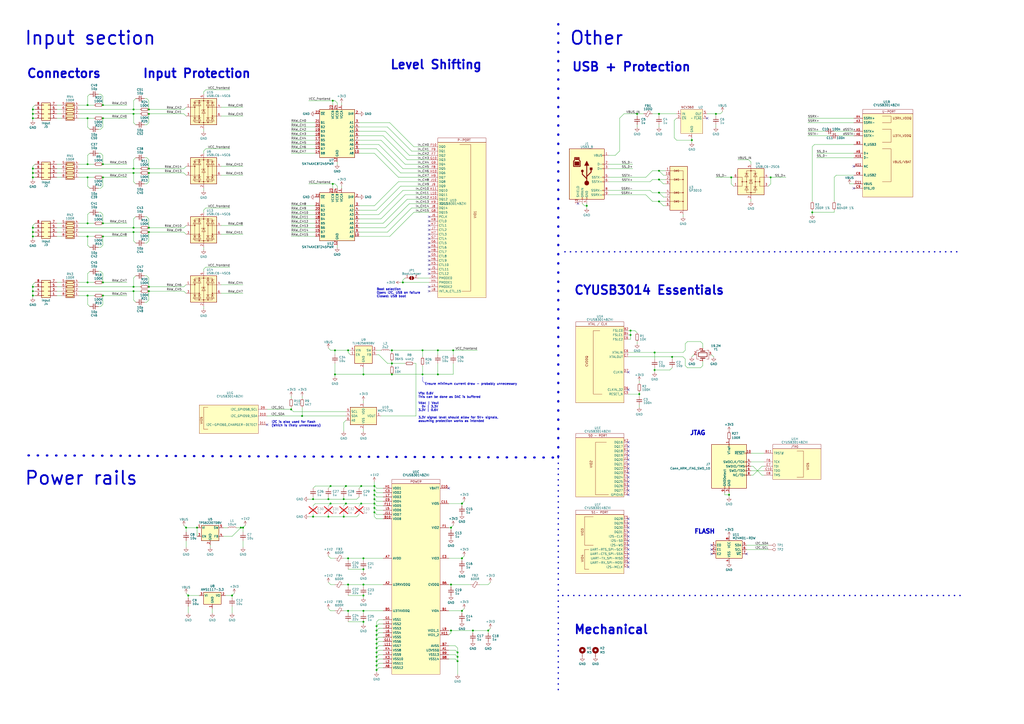
<source format=kicad_sch>
(kicad_sch (version 20230121) (generator eeschema)
  (paper "A2")
  (lib_symbols
    (symbol "Analog_DAC:MCP4725xxx-xCH"
      (property "Reference" "U" (at -6.35 6.35 0))
      (property "Value" "MCP4725xxx-xCH" (at 8.89 6.35 0))
      (symbol "MCP4725xxx-xCH_1_1"
        (pin output line (at 10.16 0 180) (length 2.54) (name "VOUT") (number "1"))
        (pin power_in line (at 0 -7.62 90) (length 2.54) (name "VSS") (number "2"))
        (pin power_in line (at 0 7.62 270) (length 2.54) (name "VDD") (number "3"))
        (pin bidirectional line (at -10.16 0 0) (length 2.54) (name "SDA") (number "4"))
        (pin input line (at -10.16 2.54 0) (length 2.54) (name "SCL") (number "5"))
        (pin input line (at -10.16 -2.54 0) (length 2.54) (name "A0") (number "6"))
      )
    )
    (symbol "CYUSB3014BZXI_1"
      (property "Reference" "U1" (at 0 7.001 0))
      (property "Value" "CYUSB3014BZXI" (at 0 5.08 0))
      (symbol "CYUSB3014BZXI_1_1_1"
        (text "CVDDQ" (at -7.62 -17.78 900) (effects (font (size 1.27 1.27))))
        (text "XTAL / CLK" (at -1.27 3.81 0) (effects (font (size 1.27 1.27))))
        (pin input line (at 16.51 0 180) (length 2.54) (name "FSLC0") (number "B2"))
        (pin input line (at 16.51 -2.54 180) (length 2.54) (name "FSLC1") (number "B4"))
        (pin input line (at 16.51 -36.83 180) (length 2.54) (name "RESET_N") (number "C5"))
        (pin bidirectional line (at 16.51 -12.7 180) (length 2.54) (name "XTALIN") (number "C6"))
        (pin output line (at 16.51 -15.24 180) (length 2.54) (name "XTALOUT") (number "C7"))
        (pin input line (at 16.51 -34.29 180) (length 2.54) (name "CLKIN_32") (number "D6"))
        (pin input line (at 16.51 -24.13 180) (length 2.54) (name "CLKIN") (number "D7"))
        (pin input line (at 16.51 -5.08 180) (length 2.54) (name "FSLC2") (number "E6"))
      )
      (symbol "CYUSB3014BZXI_1_1_2"
        (pin input line (at 16.51 0 180) (length 2.54) (name "FSLC0") (number "B2"))
        (pin input line (at 16.51 -2.54 180) (length 2.54) (name "FSLC1") (number "B4"))
        (pin input line (at 16.51 -36.83 180) (length 2.54) (name "RESET_N") (number "C5"))
        (pin bidirectional line (at 16.51 -12.7 180) (length 2.54) (name "XTALIN") (number "C6"))
        (pin output line (at 16.51 -15.24 180) (length 2.54) (name "XTALOUT") (number "C7"))
        (pin input line (at 16.51 -34.29 180) (length 2.54) (name "CLKIN_32") (number "D6"))
        (pin input line (at 16.51 -24.13 180) (length 2.54) (name "CLKIN") (number "D7"))
        (pin input line (at 16.51 -5.08 180) (length 2.54) (name "FSLC2") (number "E6"))
      )
      (symbol "CYUSB3014BZXI_1_2_0"
        (pin input line (at 19.05 -2.54 180) (length 5.08) (name "SSRX+") (number "A4"))
      )
      (symbol "CYUSB3014BZXI_1_2_1"
        (text "U-PORT" (at -1.27 1.27 0) (effects (font (size 1.27 1.27))))
        (text "U3RX_VDDQ" (at -8.89 -2.54 0) (effects (font (size 1.27 1.27))))
        (text "U3TX_VDDQ" (at -8.89 -12.7 0) (effects (font (size 1.27 1.27))))
        (text "VBUS/VBAT" (at -8.89 -27.94 0) (effects (font (size 1.27 1.27))))
        (pin bidirectional line (at 19.05 -25.4 180) (length 5.08) (name "D-") (number "A10"))
        (pin input line (at 19.05 -30.48 180) (length 5.08) (name "NC") (number "A11"))
        (pin input line (at 19.05 -5.08 180) (length 5.08) (name "SSRX-") (number "A3"))
        (pin output line (at 19.05 -10.16 180) (length 5.08) (name "SSTX+") (number "A5"))
        (pin output line (at 19.05 -12.7 180) (length 5.08) (name "SSTX-") (number "A6"))
        (pin output line (at 19.05 -22.86 180) (length 5.08) (name "D+") (number "A9"))
        (pin bidirectional line (at 19.05 -17.78 180) (length 5.08) (name "R_USB3") (number "B3"))
        (pin bidirectional line (at 19.05 -35.56 180) (length 5.08) (name "R_USB2") (number "C8"))
        (pin input line (at 19.05 -43.18 180) (length 5.08) (name "OTG_ID") (number "C9"))
        (pin power_in line (at 19.05 -40.64 180) (length 5.08) (name "VBUS") (number "E11"))
      )
      (symbol "CYUSB3014BZXI_1_2_2"
        (pin bidirectional line (at 19.05 -21.59 180) (length 5.08) (name "D-") (number "A10"))
        (pin input line (at 19.05 -26.67 180) (length 5.08) (name "NC") (number "A11"))
        (pin input line (at 19.05 -5.08 180) (length 5.08) (name "SSRX-") (number "A3"))
        (pin output line (at 19.05 -8.89 180) (length 5.08) (name "SSTX+") (number "A5"))
        (pin output line (at 19.05 -11.43 180) (length 5.08) (name "SSTX-") (number "A6"))
        (pin output line (at 19.05 -19.05 180) (length 5.08) (name "D+") (number "A9"))
        (pin bidirectional line (at 19.05 -15.24 180) (length 5.08) (name "R_USB3") (number "B3"))
        (pin bidirectional line (at 19.05 -30.48 180) (length 5.08) (name "R_USB2") (number "C8"))
        (pin input line (at 19.05 -39.37 180) (length 5.08) (name "OTG_ID") (number "C9"))
        (pin power_in line (at 19.05 -35.56 180) (length 5.08) (name "VBUS") (number "E11"))
      )
      (symbol "CYUSB3014BZXI_1_3_1"
        (text "POWER" (at 0 1.27 0) (effects (font (size 1.27 1.27))))
        (pin power_in line (at 19.05 -96.52 180) (length 5.08) (name "U3VSSQ") (number "A1"))
        (pin power_in line (at -19.05 -58.42 0) (length 5.08) (name "U3RXVDDQ") (number "A2"))
        (pin power_in line (at -19.05 -43.18 0) (length 5.08) (name "AVDD") (number "A7"))
        (pin bidirectional line (at -19.05 -106.68 0) (length 5.08) (name "VSS12") (number "A8"))
        (pin power_in line (at 19.05 -73.66 180) (length 5.08) (name "VIO4") (number "B1"))
        (pin power_in line (at -19.05 -20.32 0) (length 5.08) (name "VDD8") (number "B10"))
        (pin power_in line (at -19.05 -73.66 0) (length 5.08) (name "U3TXVDDQ") (number "B5"))
        (pin power_in line (at 19.05 -58.42 180) (length 5.08) (name "CVDDQ") (number "B6"))
        (pin power_in line (at 19.05 -93.98 180) (length 5.08) (name "AVSS") (number "B7"))
        (pin power_in line (at 19.05 -101.6 180) (length 5.08) (name "VSS14") (number "B8"))
        (pin power_in line (at 19.05 -99.06 180) (length 5.08) (name "VSS13") (number "B9"))
        (pin power_in line (at 19.05 -11.43 180) (length 5.08) (name "VIO5") (number "C11"))
        (pin power_in line (at -19.05 -5.08 0) (length 5.08) (name "VDD2") (number "C3"))
        (pin bidirectional line (at -19.05 -88.9 0) (length 5.08) (name "VSS5") (number "D8"))
        (pin power_in line (at 19.05 -2.54 180) (length 5.08) (name "VBATT") (number "E10"))
        (pin bidirectional line (at -19.05 -83.82 0) (length 5.08) (name "VSS3") (number "E2"))
        (pin power_in line (at 19.05 -43.18 180) (length 5.08) (name "VIO3") (number "E3"))
        (pin power_in line (at -19.05 -10.16 0) (length 5.08) (name "VDD4") (number "E9"))
        (pin power_in line (at 19.05 -25.4 180) (length 5.08) (name "VIO2") (number "F1"))
        (pin power_in line (at -19.05 -12.7 0) (length 5.08) (name "VDD5") (number "F11"))
        (pin bidirectional line (at -19.05 -78.74 0) (length 5.08) (name "VSS1") (number "G1"))
        (pin bidirectional line (at -19.05 -91.44 0) (length 5.08) (name "VSS6") (number "G11"))
        (pin power_in line (at -19.05 -2.54 0) (length 5.08) (name "VDD1") (number "H1"))
        (pin power_in line (at 19.05 -87.63 180) (length 5.08) (name "VIO1_2") (number "H11"))
        (pin power_in line (at -19.05 -17.78 0) (length 5.08) (name "VDD7") (number "J11"))
        (pin bidirectional line (at -19.05 -101.6 0) (length 5.08) (name "VSS10") (number "K3"))
        (pin bidirectional line (at -19.05 -96.52 0) (length 5.08) (name "VSS8") (number "K4"))
        (pin bidirectional line (at -19.05 -81.28 0) (length 5.08) (name "VSS2") (number "L1"))
        (pin bidirectional line (at -19.05 -93.98 0) (length 5.08) (name "VSS7") (number "L11"))
        (pin bidirectional line (at -19.05 -104.14 0) (length 5.08) (name "VSS11") (number "L2"))
        (pin bidirectional line (at -19.05 -99.06 0) (length 5.08) (name "VSS9") (number "L3"))
        (pin power_in line (at -19.05 -15.24 0) (length 5.08) (name "VDD6") (number "L5"))
        (pin bidirectional line (at -19.05 -86.36 0) (length 5.08) (name "VSS4") (number "L6"))
        (pin power_in line (at -19.05 -7.62 0) (length 5.08) (name "VDD3") (number "L7"))
        (pin power_in line (at 19.05 -85.09 180) (length 5.08) (name "VIO1_1") (number "L9"))
      )
      (symbol "CYUSB3014BZXI_1_3_2"
        (pin input line (at 16.51 -1.27 180) (length 2.54) (name "FSLC0") (number "B2"))
        (pin input line (at 16.51 -3.81 180) (length 2.54) (name "FSLC1") (number "B4"))
        (pin input line (at 16.51 -36.83 180) (length 2.54) (name "RESET_N") (number "C5"))
        (pin bidirectional line (at 16.51 -13.97 180) (length 2.54) (name "XTALIN") (number "C6"))
        (pin output line (at 16.51 -16.51 180) (length 2.54) (name "XTALOUT") (number "C7"))
        (pin input line (at 16.51 -34.29 180) (length 2.54) (name "CLKIN_32") (number "D6"))
        (pin input line (at 16.51 -25.4 180) (length 2.54) (name "CLKIN") (number "D7"))
        (pin input line (at 16.51 -6.35 180) (length 2.54) (name "FSLC2") (number "E6"))
      )
      (symbol "CYUSB3014BZXI_1_4_1"
        (text "P-PORT" (at -6.35 41.91 0) (effects (font (size 1.27 1.27))))
        (text "VIO1" (at -12.7 -1.27 900) (effects (font (size 1.27 1.27))))
        (pin bidirectional line (at 13.97 38.1 180) (length 5.08) (name "DQ0") (number "F10"))
        (pin bidirectional line (at 13.97 33.02 180) (length 5.08) (name "DQ2") (number "F7"))
        (pin bidirectional line (at 13.97 25.4 180) (length 5.08) (name "DQ5") (number "F8"))
        (pin bidirectional line (at 13.97 35.56 180) (length 5.08) (name "DQ1") (number "F9"))
        (pin bidirectional line (at 13.97 30.48 180) (length 5.08) (name "DQ3") (number "G10"))
        (pin output line (at 13.97 -38.1 180) (length 5.08) (name "PMODE0") (number "G4"))
        (pin output line (at 13.97 -25.4 180) (length 5.08) (name "CTL8") (number "G5"))
        (pin output line (at 13.97 -17.78 180) (length 5.08) (name "CTL5") (number "G6"))
        (pin output line (at 13.97 -15.24 180) (length 5.08) (name "CTL4") (number "G7"))
        (pin bidirectional line (at 13.97 0 180) (length 5.08) (name "DQ15") (number "G8"))
        (pin bidirectional line (at 13.97 27.94 180) (length 5.08) (name "DQ4") (number "G9"))
        (pin bidirectional line (at 13.97 22.86 180) (length 5.08) (name "DQ6") (number "H10"))
        (pin output line (at 13.97 -40.64 180) (length 5.08) (name "PMODE1") (number "H4"))
        (pin output line (at 13.97 -35.56 180) (length 5.08) (name "CTL12") (number "H5"))
        (pin output line (at 13.97 -27.94 180) (length 5.08) (name "CTL9") (number "H6"))
        (pin output line (at 13.97 -12.7 180) (length 5.08) (name "CTL3") (number "H7"))
        (pin output line (at 13.97 -22.86 180) (length 5.08) (name "CTL7") (number "H8"))
        (pin bidirectional line (at 13.97 20.32 180) (length 5.08) (name "DQ7") (number "H9"))
        (pin bidirectional line (at 13.97 17.78 180) (length 5.08) (name "DQ8") (number "J10"))
        (pin output line (at 13.97 -33.02 180) (length 5.08) (name "CTL11") (number "J5"))
        (pin output line (at 13.97 -2.54 180) (length 5.08) (name "PCLK") (number "J6"))
        (pin output line (at 13.97 -10.16 180) (length 5.08) (name "CTL2") (number "J7"))
        (pin bidirectional line (at 13.97 2.54 180) (length 5.08) (name "DQ14") (number "J8"))
        (pin bidirectional line (at 13.97 15.24 180) (length 5.08) (name "DQ9") (number "J9"))
        (pin bidirectional line (at 13.97 7.62 180) (length 5.08) (name "DQ12") (number "K10"))
        (pin bidirectional line (at 13.97 12.7 180) (length 5.08) (name "DQ10") (number "K11"))
        (pin output line (at 13.97 -30.48 180) (length 5.08) (name "CTL10") (number "K5"))
        (pin output line (at 13.97 -20.32 180) (length 5.08) (name "CTL6") (number "K6"))
        (pin output line (at 13.97 -7.62 180) (length 5.08) (name "CTL1") (number "K7"))
        (pin output line (at 13.97 -5.08 180) (length 5.08) (name "CTL0") (number "K8"))
        (pin bidirectional line (at 13.97 5.08 180) (length 5.08) (name "DQ13") (number "K9"))
        (pin bidirectional line (at 13.97 10.16 180) (length 5.08) (name "DQ11") (number "L10"))
        (pin output line (at 13.97 -43.18 180) (length 5.08) (name "PMODE2") (number "L4"))
        (pin output line (at 13.97 -45.72 180) (length 5.08) (name "INT_N_CTL_15") (number "L8"))
      )
      (symbol "CYUSB3014BZXI_1_4_2"
        (pin input line (at 16.51 -1.27 180) (length 2.54) (name "FSLC0") (number "B2"))
        (pin input line (at 16.51 -3.81 180) (length 2.54) (name "FSLC1") (number "B4"))
        (pin input line (at 16.51 -36.83 180) (length 2.54) (name "RESET_N") (number "C5"))
        (pin bidirectional line (at 16.51 -13.97 180) (length 2.54) (name "XTALIN") (number "C6"))
        (pin output line (at 16.51 -16.51 180) (length 2.54) (name "XTALOUT") (number "C7"))
        (pin input line (at 16.51 -34.29 180) (length 2.54) (name "CLKIN_32") (number "D6"))
        (pin input line (at 16.51 -25.4 180) (length 2.54) (name "CLKIN") (number "D7"))
        (pin input line (at 16.51 -6.35 180) (length 2.54) (name "FSLC2") (number "E6"))
      )
      (symbol "CYUSB3014BZXI_1_5_1"
        (text "S0 - PORT" (at 0 -2.54 0) (effects (font (size 1.27 1.27))))
        (text "VIO2" (at -3.81 -19.05 900) (effects (font (size 1.27 1.27))))
        (pin bidirectional line (at 17.78 -36.83 180) (length 2.54) (name "GPIO45") (number "F2"))
        (pin bidirectional line (at 17.78 -34.29 180) (length 2.54) (name "DQ27") (number "F3"))
        (pin bidirectional line (at 17.78 -26.67 180) (length 2.54) (name "DQ24") (number "F4"))
        (pin bidirectional line (at 17.78 -29.21 180) (length 2.54) (name "DQ25") (number "G2"))
        (pin bidirectional line (at 17.78 -31.75 180) (length 2.54) (name "DQ26") (number "G3"))
        (pin bidirectional line (at 17.78 -21.59 180) (length 2.54) (name "DQ22") (number "H2"))
        (pin bidirectional line (at 17.78 -24.13 180) (length 2.54) (name "DQ23") (number "H3"))
        (pin bidirectional line (at 17.78 -19.05 180) (length 2.54) (name "DQ21") (number "J1"))
        (pin bidirectional line (at 17.78 -13.97 180) (length 2.54) (name "DQ19") (number "J2"))
        (pin bidirectional line (at 17.78 -16.51 180) (length 2.54) (name "DQ20") (number "J3"))
        (pin bidirectional line (at 17.78 -8.89 180) (length 2.54) (name "DQ17") (number "J4"))
        (pin bidirectional line (at 17.78 -11.43 180) (length 2.54) (name "DQ18") (number "K1"))
        (pin bidirectional line (at 17.78 -6.35 180) (length 2.54) (name "DQ16") (number "K2"))
      )
      (symbol "CYUSB3014BZXI_1_5_2"
        (pin input line (at 16.51 -1.27 180) (length 2.54) (name "FSLC0") (number "B2"))
        (pin input line (at 16.51 -3.81 180) (length 2.54) (name "FSLC1") (number "B4"))
        (pin input line (at 16.51 -36.83 180) (length 2.54) (name "RESET_N") (number "C5"))
        (pin bidirectional line (at 16.51 -13.97 180) (length 2.54) (name "XTALIN") (number "C6"))
        (pin output line (at 16.51 -16.51 180) (length 2.54) (name "XTALOUT") (number "C7"))
        (pin input line (at 16.51 -34.29 180) (length 2.54) (name "CLKIN_32") (number "D6"))
        (pin input line (at 16.51 -25.4 180) (length 2.54) (name "CLKIN") (number "D7"))
        (pin input line (at 16.51 -6.35 180) (length 2.54) (name "FSLC2") (number "E6"))
      )
      (symbol "CYUSB3014BZXI_1_6_1"
        (text "S1- PORT" (at 1.27 2.54 0) (effects (font (size 1.27 1.27))))
        (text "VIO3" (at -8.89 -8.89 900) (effects (font (size 1.27 1.27))))
        (text "VIO4" (at -8.89 -24.13 900) (effects (font (size 1.27 1.27))))
        (pin output line (at 17.78 -21.59 180) (length 2.54) (name "UART-CTS_SPI-SSN") (number "C1"))
        (pin output line (at 17.78 -24.13 180) (length 2.54) (name "UART-TX_SPI-MISO") (number "C2"))
        (pin input line (at 17.78 -29.21 180) (length 2.54) (name "I2S-MCLK") (number "C4"))
        (pin bidirectional line (at 17.78 -11.43 180) (length 2.54) (name "I2S-CLK") (number "D1"))
        (pin bidirectional line (at 17.78 -13.97 180) (length 2.54) (name "I2S-SD") (number "D2"))
        (pin bidirectional line (at 17.78 -16.51 180) (length 2.54) (name "I2S-WS") (number "D3"))
        (pin output line (at 17.78 -19.05 180) (length 2.54) (name "UART-RTS_SPI-SCK") (number "D4"))
        (pin output line (at 17.78 -26.67 180) (length 2.54) (name "UART-RX_SPI-MOSI") (number "D5"))
        (pin bidirectional line (at 17.78 -3.81 180) (length 2.54) (name "DQ29") (number "E1"))
        (pin bidirectional line (at 17.78 -8.89 180) (length 2.54) (name "DQ31") (number "E4"))
        (pin bidirectional line (at 17.78 -6.35 180) (length 2.54) (name "DQ30") (number "E5"))
        (pin bidirectional line (at 17.78 -1.27 180) (length 2.54) (name "DQ28") (number "F5"))
      )
      (symbol "CYUSB3014BZXI_1_6_2"
        (pin input line (at 16.51 -1.27 180) (length 2.54) (name "FSLC0") (number "B2"))
        (pin input line (at 16.51 -3.81 180) (length 2.54) (name "FSLC1") (number "B4"))
        (pin input line (at 16.51 -36.83 180) (length 2.54) (name "RESET_N") (number "C5"))
        (pin bidirectional line (at 16.51 -13.97 180) (length 2.54) (name "XTALIN") (number "C6"))
        (pin output line (at 16.51 -16.51 180) (length 2.54) (name "XTALOUT") (number "C7"))
        (pin input line (at 16.51 -34.29 180) (length 2.54) (name "CLKIN_32") (number "D6"))
        (pin input line (at 16.51 -25.4 180) (length 2.54) (name "CLKIN") (number "D7"))
        (pin input line (at 16.51 -6.35 180) (length 2.54) (name "FSLC2") (number "E6"))
      )
      (symbol "CYUSB3014BZXI_1_7_1"
        (text "VIO5" (at -16.51 -8.89 900) (effects (font (size 1.27 1.27))))
        (pin output line (at 21.59 -6.35 180) (length 5.08) (name "I2C_GPIO59_SDA") (number "D10"))
        (pin output line (at 21.59 -11.43 180) (length 5.08) (name "I2C-GPIO60_CHARGER-DETECT") (number "D11"))
        (pin output line (at 21.59 -2.54 180) (length 5.08) (name "I2C_GPIO58_SCL") (number "D9"))
      )
      (symbol "CYUSB3014BZXI_1_7_2"
        (pin input line (at 16.51 -1.27 180) (length 2.54) (name "FSLC0") (number "B2"))
        (pin input line (at 16.51 -3.81 180) (length 2.54) (name "FSLC1") (number "B4"))
        (pin input line (at 16.51 -36.83 180) (length 2.54) (name "RESET_N") (number "C5"))
        (pin bidirectional line (at 16.51 -13.97 180) (length 2.54) (name "XTALIN") (number "C6"))
        (pin output line (at 16.51 -16.51 180) (length 2.54) (name "XTALOUT") (number "C7"))
        (pin input line (at 16.51 -34.29 180) (length 2.54) (name "CLKIN_32") (number "D6"))
        (pin input line (at 16.51 -25.4 180) (length 2.54) (name "CLKIN") (number "D7"))
        (pin input line (at 16.51 -6.35 180) (length 2.54) (name "FSLC2") (number "E6"))
      )
      (symbol "CYUSB3014BZXI_1_8_1"
        (text "JTAG" (at 0 2.54 0) (effects (font (size 1.27 1.27))))
        (text "VIO5" (at 7.62 -8.89 900) (effects (font (size 1.27 1.27))))
        (pin input line (at -17.78 -1.27 0) (length 5.08) (name "TRST#") (number "B11"))
        (pin output line (at -17.78 -11.43 0) (length 5.08) (name "TDO") (number "C10"))
        (pin input line (at -17.78 -8.89 0) (length 5.08) (name "TDI") (number "E7"))
        (pin input line (at -17.78 -13.97 0) (length 5.08) (name "TMS") (number "E8"))
        (pin input line (at -17.78 -6.35 0) (length 5.08) (name "TCK") (number "F6"))
      )
      (symbol "CYUSB3014BZXI_1_8_2"
        (pin input line (at 16.51 -1.27 180) (length 2.54) (name "FSLC0") (number "B2"))
        (pin input line (at 16.51 -3.81 180) (length 2.54) (name "FSLC1") (number "B4"))
        (pin input line (at 16.51 -36.83 180) (length 2.54) (name "RESET_N") (number "C5"))
        (pin bidirectional line (at 16.51 -13.97 180) (length 2.54) (name "XTALIN") (number "C6"))
        (pin output line (at 16.51 -16.51 180) (length 2.54) (name "XTALOUT") (number "C7"))
        (pin input line (at 16.51 -34.29 180) (length 2.54) (name "CLKIN_32") (number "D6"))
        (pin input line (at 16.51 -25.4 180) (length 2.54) (name "CLKIN") (number "D7"))
        (pin input line (at 16.51 -6.35 180) (length 2.54) (name "FSLC2") (number "E6"))
      )
    )
    (symbol "CYUSB3014BZXI_2"
      (property "Reference" "U1" (at 0 7.001 0))
      (property "Value" "CYUSB3014BZXI" (at 0 5.08 0))
      (symbol "CYUSB3014BZXI_2_1_1"
        (text "CVDDQ" (at -7.62 -17.78 900) (effects (font (size 1.27 1.27))))
        (text "XTAL / CLK" (at -1.27 3.81 0) (effects (font (size 1.27 1.27))))
        (pin input line (at 16.51 0 180) (length 2.54) (name "FSLC0") (number "B2"))
        (pin input line (at 16.51 -2.54 180) (length 2.54) (name "FSLC1") (number "B4"))
        (pin input line (at 16.51 -36.83 180) (length 2.54) (name "RESET_N") (number "C5"))
        (pin bidirectional line (at 16.51 -12.7 180) (length 2.54) (name "XTALIN") (number "C6"))
        (pin output line (at 16.51 -15.24 180) (length 2.54) (name "XTALOUT") (number "C7"))
        (pin input line (at 16.51 -34.29 180) (length 2.54) (name "CLKIN_32") (number "D6"))
        (pin input line (at 16.51 -24.13 180) (length 2.54) (name "CLKIN") (number "D7"))
        (pin input line (at 16.51 -5.08 180) (length 2.54) (name "FSLC2") (number "E6"))
      )
      (symbol "CYUSB3014BZXI_2_1_2"
        (pin input line (at 16.51 0 180) (length 2.54) (name "FSLC0") (number "B2"))
        (pin input line (at 16.51 -2.54 180) (length 2.54) (name "FSLC1") (number "B4"))
        (pin input line (at 16.51 -36.83 180) (length 2.54) (name "RESET_N") (number "C5"))
        (pin bidirectional line (at 16.51 -12.7 180) (length 2.54) (name "XTALIN") (number "C6"))
        (pin output line (at 16.51 -15.24 180) (length 2.54) (name "XTALOUT") (number "C7"))
        (pin input line (at 16.51 -34.29 180) (length 2.54) (name "CLKIN_32") (number "D6"))
        (pin input line (at 16.51 -24.13 180) (length 2.54) (name "CLKIN") (number "D7"))
        (pin input line (at 16.51 -5.08 180) (length 2.54) (name "FSLC2") (number "E6"))
      )
      (symbol "CYUSB3014BZXI_2_2_0"
        (pin input line (at 19.05 -2.54 180) (length 5.08) (name "SSRX+") (number "A4"))
      )
      (symbol "CYUSB3014BZXI_2_2_1"
        (text "U-PORT" (at -1.27 1.27 0) (effects (font (size 1.27 1.27))))
        (text "U3RX_VDDQ" (at -8.89 -2.54 0) (effects (font (size 1.27 1.27))))
        (text "U3TX_VDDQ" (at -8.89 -12.7 0) (effects (font (size 1.27 1.27))))
        (text "VBUS/VBAT" (at -8.89 -27.94 0) (effects (font (size 1.27 1.27))))
        (pin bidirectional line (at 19.05 -25.4 180) (length 5.08) (name "D-") (number "A10"))
        (pin input line (at 19.05 -30.48 180) (length 5.08) (name "NC") (number "A11"))
        (pin input line (at 19.05 -5.08 180) (length 5.08) (name "SSRX-") (number "A3"))
        (pin output line (at 19.05 -10.16 180) (length 5.08) (name "SSTX+") (number "A5"))
        (pin output line (at 19.05 -12.7 180) (length 5.08) (name "SSTX-") (number "A6"))
        (pin output line (at 19.05 -22.86 180) (length 5.08) (name "D+") (number "A9"))
        (pin bidirectional line (at 19.05 -17.78 180) (length 5.08) (name "R_USB3") (number "B3"))
        (pin bidirectional line (at 19.05 -35.56 180) (length 5.08) (name "R_USB2") (number "C8"))
        (pin input line (at 19.05 -43.18 180) (length 5.08) (name "OTG_ID") (number "C9"))
        (pin power_in line (at 19.05 -40.64 180) (length 5.08) (name "VBUS") (number "E11"))
      )
      (symbol "CYUSB3014BZXI_2_2_2"
        (pin bidirectional line (at 19.05 -21.59 180) (length 5.08) (name "D-") (number "A10"))
        (pin input line (at 19.05 -26.67 180) (length 5.08) (name "NC") (number "A11"))
        (pin input line (at 19.05 -5.08 180) (length 5.08) (name "SSRX-") (number "A3"))
        (pin output line (at 19.05 -8.89 180) (length 5.08) (name "SSTX+") (number "A5"))
        (pin output line (at 19.05 -11.43 180) (length 5.08) (name "SSTX-") (number "A6"))
        (pin output line (at 19.05 -19.05 180) (length 5.08) (name "D+") (number "A9"))
        (pin bidirectional line (at 19.05 -15.24 180) (length 5.08) (name "R_USB3") (number "B3"))
        (pin bidirectional line (at 19.05 -30.48 180) (length 5.08) (name "R_USB2") (number "C8"))
        (pin input line (at 19.05 -39.37 180) (length 5.08) (name "OTG_ID") (number "C9"))
        (pin power_in line (at 19.05 -35.56 180) (length 5.08) (name "VBUS") (number "E11"))
      )
      (symbol "CYUSB3014BZXI_2_3_1"
        (text "POWER" (at 0 1.27 0) (effects (font (size 1.27 1.27))))
        (pin power_in line (at 19.05 -96.52 180) (length 5.08) (name "U3VSSQ") (number "A1"))
        (pin power_in line (at -19.05 -58.42 0) (length 5.08) (name "U3RXVDDQ") (number "A2"))
        (pin power_in line (at -19.05 -43.18 0) (length 5.08) (name "AVDD") (number "A7"))
        (pin bidirectional line (at -19.05 -106.68 0) (length 5.08) (name "VSS12") (number "A8"))
        (pin power_in line (at 19.05 -73.66 180) (length 5.08) (name "VIO4") (number "B1"))
        (pin power_in line (at -19.05 -20.32 0) (length 5.08) (name "VDD8") (number "B10"))
        (pin power_in line (at -19.05 -73.66 0) (length 5.08) (name "U3TXVDDQ") (number "B5"))
        (pin power_in line (at 19.05 -58.42 180) (length 5.08) (name "CVDDQ") (number "B6"))
        (pin power_in line (at 19.05 -93.98 180) (length 5.08) (name "AVSS") (number "B7"))
        (pin power_in line (at 19.05 -101.6 180) (length 5.08) (name "VSS14") (number "B8"))
        (pin power_in line (at 19.05 -99.06 180) (length 5.08) (name "VSS13") (number "B9"))
        (pin power_in line (at 19.05 -11.43 180) (length 5.08) (name "VIO5") (number "C11"))
        (pin power_in line (at -19.05 -5.08 0) (length 5.08) (name "VDD2") (number "C3"))
        (pin bidirectional line (at -19.05 -88.9 0) (length 5.08) (name "VSS5") (number "D8"))
        (pin power_in line (at 19.05 -2.54 180) (length 5.08) (name "VBATT") (number "E10"))
        (pin bidirectional line (at -19.05 -83.82 0) (length 5.08) (name "VSS3") (number "E2"))
        (pin power_in line (at 19.05 -43.18 180) (length 5.08) (name "VIO3") (number "E3"))
        (pin power_in line (at -19.05 -10.16 0) (length 5.08) (name "VDD4") (number "E9"))
        (pin power_in line (at 19.05 -25.4 180) (length 5.08) (name "VIO2") (number "F1"))
        (pin power_in line (at -19.05 -12.7 0) (length 5.08) (name "VDD5") (number "F11"))
        (pin bidirectional line (at -19.05 -78.74 0) (length 5.08) (name "VSS1") (number "G1"))
        (pin bidirectional line (at -19.05 -91.44 0) (length 5.08) (name "VSS6") (number "G11"))
        (pin power_in line (at -19.05 -2.54 0) (length 5.08) (name "VDD1") (number "H1"))
        (pin power_in line (at 19.05 -87.63 180) (length 5.08) (name "VIO1_2") (number "H11"))
        (pin power_in line (at -19.05 -17.78 0) (length 5.08) (name "VDD7") (number "J11"))
        (pin bidirectional line (at -19.05 -101.6 0) (length 5.08) (name "VSS10") (number "K3"))
        (pin bidirectional line (at -19.05 -96.52 0) (length 5.08) (name "VSS8") (number "K4"))
        (pin bidirectional line (at -19.05 -81.28 0) (length 5.08) (name "VSS2") (number "L1"))
        (pin bidirectional line (at -19.05 -93.98 0) (length 5.08) (name "VSS7") (number "L11"))
        (pin bidirectional line (at -19.05 -104.14 0) (length 5.08) (name "VSS11") (number "L2"))
        (pin bidirectional line (at -19.05 -99.06 0) (length 5.08) (name "VSS9") (number "L3"))
        (pin power_in line (at -19.05 -15.24 0) (length 5.08) (name "VDD6") (number "L5"))
        (pin bidirectional line (at -19.05 -86.36 0) (length 5.08) (name "VSS4") (number "L6"))
        (pin power_in line (at -19.05 -7.62 0) (length 5.08) (name "VDD3") (number "L7"))
        (pin power_in line (at 19.05 -85.09 180) (length 5.08) (name "VIO1_1") (number "L9"))
      )
      (symbol "CYUSB3014BZXI_2_3_2"
        (pin input line (at 16.51 -1.27 180) (length 2.54) (name "FSLC0") (number "B2"))
        (pin input line (at 16.51 -3.81 180) (length 2.54) (name "FSLC1") (number "B4"))
        (pin input line (at 16.51 -36.83 180) (length 2.54) (name "RESET_N") (number "C5"))
        (pin bidirectional line (at 16.51 -13.97 180) (length 2.54) (name "XTALIN") (number "C6"))
        (pin output line (at 16.51 -16.51 180) (length 2.54) (name "XTALOUT") (number "C7"))
        (pin input line (at 16.51 -34.29 180) (length 2.54) (name "CLKIN_32") (number "D6"))
        (pin input line (at 16.51 -25.4 180) (length 2.54) (name "CLKIN") (number "D7"))
        (pin input line (at 16.51 -6.35 180) (length 2.54) (name "FSLC2") (number "E6"))
      )
      (symbol "CYUSB3014BZXI_2_4_1"
        (text "P-PORT" (at -6.35 41.91 0) (effects (font (size 1.27 1.27))))
        (text "VIO1" (at -12.7 -1.27 900) (effects (font (size 1.27 1.27))))
        (pin bidirectional line (at 13.97 38.1 180) (length 5.08) (name "DQ0") (number "F10"))
        (pin bidirectional line (at 13.97 33.02 180) (length 5.08) (name "DQ2") (number "F7"))
        (pin bidirectional line (at 13.97 25.4 180) (length 5.08) (name "DQ5") (number "F8"))
        (pin bidirectional line (at 13.97 35.56 180) (length 5.08) (name "DQ1") (number "F9"))
        (pin bidirectional line (at 13.97 30.48 180) (length 5.08) (name "DQ3") (number "G10"))
        (pin output line (at 13.97 -38.1 180) (length 5.08) (name "PMODE0") (number "G4"))
        (pin output line (at 13.97 -25.4 180) (length 5.08) (name "CTL8") (number "G5"))
        (pin output line (at 13.97 -17.78 180) (length 5.08) (name "CTL5") (number "G6"))
        (pin output line (at 13.97 -15.24 180) (length 5.08) (name "CTL4") (number "G7"))
        (pin bidirectional line (at 13.97 0 180) (length 5.08) (name "DQ15") (number "G8"))
        (pin bidirectional line (at 13.97 27.94 180) (length 5.08) (name "DQ4") (number "G9"))
        (pin bidirectional line (at 13.97 22.86 180) (length 5.08) (name "DQ6") (number "H10"))
        (pin output line (at 13.97 -40.64 180) (length 5.08) (name "PMODE1") (number "H4"))
        (pin output line (at 13.97 -35.56 180) (length 5.08) (name "CTL12") (number "H5"))
        (pin output line (at 13.97 -27.94 180) (length 5.08) (name "CTL9") (number "H6"))
        (pin output line (at 13.97 -12.7 180) (length 5.08) (name "CTL3") (number "H7"))
        (pin output line (at 13.97 -22.86 180) (length 5.08) (name "CTL7") (number "H8"))
        (pin bidirectional line (at 13.97 20.32 180) (length 5.08) (name "DQ7") (number "H9"))
        (pin bidirectional line (at 13.97 17.78 180) (length 5.08) (name "DQ8") (number "J10"))
        (pin output line (at 13.97 -33.02 180) (length 5.08) (name "CTL11") (number "J5"))
        (pin output line (at 13.97 -2.54 180) (length 5.08) (name "PCLK") (number "J6"))
        (pin output line (at 13.97 -10.16 180) (length 5.08) (name "CTL2") (number "J7"))
        (pin bidirectional line (at 13.97 2.54 180) (length 5.08) (name "DQ14") (number "J8"))
        (pin bidirectional line (at 13.97 15.24 180) (length 5.08) (name "DQ9") (number "J9"))
        (pin bidirectional line (at 13.97 7.62 180) (length 5.08) (name "DQ12") (number "K10"))
        (pin bidirectional line (at 13.97 12.7 180) (length 5.08) (name "DQ10") (number "K11"))
        (pin output line (at 13.97 -30.48 180) (length 5.08) (name "CTL10") (number "K5"))
        (pin output line (at 13.97 -20.32 180) (length 5.08) (name "CTL6") (number "K6"))
        (pin output line (at 13.97 -7.62 180) (length 5.08) (name "CTL1") (number "K7"))
        (pin output line (at 13.97 -5.08 180) (length 5.08) (name "CTL0") (number "K8"))
        (pin bidirectional line (at 13.97 5.08 180) (length 5.08) (name "DQ13") (number "K9"))
        (pin bidirectional line (at 13.97 10.16 180) (length 5.08) (name "DQ11") (number "L10"))
        (pin output line (at 13.97 -43.18 180) (length 5.08) (name "PMODE2") (number "L4"))
        (pin output line (at 13.97 -45.72 180) (length 5.08) (name "INT_N_CTL_15") (number "L8"))
      )
      (symbol "CYUSB3014BZXI_2_4_2"
        (pin input line (at 16.51 -1.27 180) (length 2.54) (name "FSLC0") (number "B2"))
        (pin input line (at 16.51 -3.81 180) (length 2.54) (name "FSLC1") (number "B4"))
        (pin input line (at 16.51 -36.83 180) (length 2.54) (name "RESET_N") (number "C5"))
        (pin bidirectional line (at 16.51 -13.97 180) (length 2.54) (name "XTALIN") (number "C6"))
        (pin output line (at 16.51 -16.51 180) (length 2.54) (name "XTALOUT") (number "C7"))
        (pin input line (at 16.51 -34.29 180) (length 2.54) (name "CLKIN_32") (number "D6"))
        (pin input line (at 16.51 -25.4 180) (length 2.54) (name "CLKIN") (number "D7"))
        (pin input line (at 16.51 -6.35 180) (length 2.54) (name "FSLC2") (number "E6"))
      )
      (symbol "CYUSB3014BZXI_2_5_1"
        (text "S0 - PORT" (at 0 -2.54 0) (effects (font (size 1.27 1.27))))
        (text "VIO2" (at -3.81 -19.05 900) (effects (font (size 1.27 1.27))))
        (pin bidirectional line (at 17.78 -36.83 180) (length 2.54) (name "GPIO45") (number "F2"))
        (pin bidirectional line (at 17.78 -34.29 180) (length 2.54) (name "DQ27") (number "F3"))
        (pin bidirectional line (at 17.78 -26.67 180) (length 2.54) (name "DQ24") (number "F4"))
        (pin bidirectional line (at 17.78 -29.21 180) (length 2.54) (name "DQ25") (number "G2"))
        (pin bidirectional line (at 17.78 -31.75 180) (length 2.54) (name "DQ26") (number "G3"))
        (pin bidirectional line (at 17.78 -21.59 180) (length 2.54) (name "DQ22") (number "H2"))
        (pin bidirectional line (at 17.78 -24.13 180) (length 2.54) (name "DQ23") (number "H3"))
        (pin bidirectional line (at 17.78 -19.05 180) (length 2.54) (name "DQ21") (number "J1"))
        (pin bidirectional line (at 17.78 -13.97 180) (length 2.54) (name "DQ19") (number "J2"))
        (pin bidirectional line (at 17.78 -16.51 180) (length 2.54) (name "DQ20") (number "J3"))
        (pin bidirectional line (at 17.78 -8.89 180) (length 2.54) (name "DQ17") (number "J4"))
        (pin bidirectional line (at 17.78 -11.43 180) (length 2.54) (name "DQ18") (number "K1"))
        (pin bidirectional line (at 17.78 -6.35 180) (length 2.54) (name "DQ16") (number "K2"))
      )
      (symbol "CYUSB3014BZXI_2_5_2"
        (pin input line (at 16.51 -1.27 180) (length 2.54) (name "FSLC0") (number "B2"))
        (pin input line (at 16.51 -3.81 180) (length 2.54) (name "FSLC1") (number "B4"))
        (pin input line (at 16.51 -36.83 180) (length 2.54) (name "RESET_N") (number "C5"))
        (pin bidirectional line (at 16.51 -13.97 180) (length 2.54) (name "XTALIN") (number "C6"))
        (pin output line (at 16.51 -16.51 180) (length 2.54) (name "XTALOUT") (number "C7"))
        (pin input line (at 16.51 -34.29 180) (length 2.54) (name "CLKIN_32") (number "D6"))
        (pin input line (at 16.51 -25.4 180) (length 2.54) (name "CLKIN") (number "D7"))
        (pin input line (at 16.51 -6.35 180) (length 2.54) (name "FSLC2") (number "E6"))
      )
      (symbol "CYUSB3014BZXI_2_6_1"
        (text "S1- PORT" (at 1.27 2.54 0) (effects (font (size 1.27 1.27))))
        (text "VIO3" (at -8.89 -8.89 900) (effects (font (size 1.27 1.27))))
        (text "VIO4" (at -8.89 -24.13 900) (effects (font (size 1.27 1.27))))
        (pin output line (at 17.78 -21.59 180) (length 2.54) (name "UART-CTS_SPI-SSN") (number "C1"))
        (pin output line (at 17.78 -24.13 180) (length 2.54) (name "UART-TX_SPI-MISO") (number "C2"))
        (pin input line (at 17.78 -29.21 180) (length 2.54) (name "I2S-MCLK") (number "C4"))
        (pin bidirectional line (at 17.78 -11.43 180) (length 2.54) (name "I2S-CLK") (number "D1"))
        (pin bidirectional line (at 17.78 -13.97 180) (length 2.54) (name "I2S-SD") (number "D2"))
        (pin bidirectional line (at 17.78 -16.51 180) (length 2.54) (name "I2S-WS") (number "D3"))
        (pin output line (at 17.78 -19.05 180) (length 2.54) (name "UART-RTS_SPI-SCK") (number "D4"))
        (pin output line (at 17.78 -26.67 180) (length 2.54) (name "UART-RX_SPI-MOSI") (number "D5"))
        (pin bidirectional line (at 17.78 -3.81 180) (length 2.54) (name "DQ29") (number "E1"))
        (pin bidirectional line (at 17.78 -8.89 180) (length 2.54) (name "DQ31") (number "E4"))
        (pin bidirectional line (at 17.78 -6.35 180) (length 2.54) (name "DQ30") (number "E5"))
        (pin bidirectional line (at 17.78 -1.27 180) (length 2.54) (name "DQ28") (number "F5"))
      )
      (symbol "CYUSB3014BZXI_2_6_2"
        (pin input line (at 16.51 -1.27 180) (length 2.54) (name "FSLC0") (number "B2"))
        (pin input line (at 16.51 -3.81 180) (length 2.54) (name "FSLC1") (number "B4"))
        (pin input line (at 16.51 -36.83 180) (length 2.54) (name "RESET_N") (number "C5"))
        (pin bidirectional line (at 16.51 -13.97 180) (length 2.54) (name "XTALIN") (number "C6"))
        (pin output line (at 16.51 -16.51 180) (length 2.54) (name "XTALOUT") (number "C7"))
        (pin input line (at 16.51 -34.29 180) (length 2.54) (name "CLKIN_32") (number "D6"))
        (pin input line (at 16.51 -25.4 180) (length 2.54) (name "CLKIN") (number "D7"))
        (pin input line (at 16.51 -6.35 180) (length 2.54) (name "FSLC2") (number "E6"))
      )
      (symbol "CYUSB3014BZXI_2_7_1"
        (text "VIO5" (at -16.51 -8.89 900) (effects (font (size 1.27 1.27))))
        (pin output line (at 21.59 -6.35 180) (length 5.08) (name "I2C_GPIO59_SDA") (number "D10"))
        (pin output line (at 21.59 -11.43 180) (length 5.08) (name "I2C-GPIO60_CHARGER-DETECT") (number "D11"))
        (pin output line (at 21.59 -2.54 180) (length 5.08) (name "I2C_GPIO58_SCL") (number "D9"))
      )
      (symbol "CYUSB3014BZXI_2_7_2"
        (pin input line (at 16.51 -1.27 180) (length 2.54) (name "FSLC0") (number "B2"))
        (pin input line (at 16.51 -3.81 180) (length 2.54) (name "FSLC1") (number "B4"))
        (pin input line (at 16.51 -36.83 180) (length 2.54) (name "RESET_N") (number "C5"))
        (pin bidirectional line (at 16.51 -13.97 180) (length 2.54) (name "XTALIN") (number "C6"))
        (pin output line (at 16.51 -16.51 180) (length 2.54) (name "XTALOUT") (number "C7"))
        (pin input line (at 16.51 -34.29 180) (length 2.54) (name "CLKIN_32") (number "D6"))
        (pin input line (at 16.51 -25.4 180) (length 2.54) (name "CLKIN") (number "D7"))
        (pin input line (at 16.51 -6.35 180) (length 2.54) (name "FSLC2") (number "E6"))
      )
      (symbol "CYUSB3014BZXI_2_8_1"
        (text "JTAG" (at 0 2.54 0) (effects (font (size 1.27 1.27))))
        (text "VIO5" (at 7.62 -8.89 900) (effects (font (size 1.27 1.27))))
        (pin input line (at -17.78 -1.27 0) (length 5.08) (name "TRST#") (number "B11"))
        (pin output line (at -17.78 -11.43 0) (length 5.08) (name "TDO") (number "C10"))
        (pin input line (at -17.78 -8.89 0) (length 5.08) (name "TDI") (number "E7"))
        (pin input line (at -17.78 -13.97 0) (length 5.08) (name "TMS") (number "E8"))
        (pin input line (at -17.78 -6.35 0) (length 5.08) (name "TCK") (number "F6"))
      )
      (symbol "CYUSB3014BZXI_2_8_2"
        (pin input line (at 16.51 -1.27 180) (length 2.54) (name "FSLC0") (number "B2"))
        (pin input line (at 16.51 -3.81 180) (length 2.54) (name "FSLC1") (number "B4"))
        (pin input line (at 16.51 -36.83 180) (length 2.54) (name "RESET_N") (number "C5"))
        (pin bidirectional line (at 16.51 -13.97 180) (length 2.54) (name "XTALIN") (number "C6"))
        (pin output line (at 16.51 -16.51 180) (length 2.54) (name "XTALOUT") (number "C7"))
        (pin input line (at 16.51 -34.29 180) (length 2.54) (name "CLKIN_32") (number "D6"))
        (pin input line (at 16.51 -25.4 180) (length 2.54) (name "CLKIN") (number "D7"))
        (pin input line (at 16.51 -6.35 180) (length 2.54) (name "FSLC2") (number "E6"))
      )
    )
    (symbol "CYUSB3014BZXI_3"
      (property "Reference" "U1" (at 0 7.001 0))
      (property "Value" "CYUSB3014BZXI" (at 0 5.08 0))
      (symbol "CYUSB3014BZXI_3_1_1"
        (text "CVDDQ" (at -7.62 -17.78 900) (effects (font (size 1.27 1.27))))
        (text "XTAL / CLK" (at -1.27 3.81 0) (effects (font (size 1.27 1.27))))
        (pin input line (at 16.51 0 180) (length 2.54) (name "FSLC0") (number "B2"))
        (pin input line (at 16.51 -2.54 180) (length 2.54) (name "FSLC1") (number "B4"))
        (pin input line (at 16.51 -36.83 180) (length 2.54) (name "RESET_N") (number "C5"))
        (pin bidirectional line (at 16.51 -12.7 180) (length 2.54) (name "XTALIN") (number "C6"))
        (pin output line (at 16.51 -15.24 180) (length 2.54) (name "XTALOUT") (number "C7"))
        (pin input line (at 16.51 -34.29 180) (length 2.54) (name "CLKIN_32") (number "D6"))
        (pin input line (at 16.51 -24.13 180) (length 2.54) (name "CLKIN") (number "D7"))
        (pin input line (at 16.51 -5.08 180) (length 2.54) (name "FSLC2") (number "E6"))
      )
      (symbol "CYUSB3014BZXI_3_1_2"
        (pin input line (at 16.51 0 180) (length 2.54) (name "FSLC0") (number "B2"))
        (pin input line (at 16.51 -2.54 180) (length 2.54) (name "FSLC1") (number "B4"))
        (pin input line (at 16.51 -36.83 180) (length 2.54) (name "RESET_N") (number "C5"))
        (pin bidirectional line (at 16.51 -12.7 180) (length 2.54) (name "XTALIN") (number "C6"))
        (pin output line (at 16.51 -15.24 180) (length 2.54) (name "XTALOUT") (number "C7"))
        (pin input line (at 16.51 -34.29 180) (length 2.54) (name "CLKIN_32") (number "D6"))
        (pin input line (at 16.51 -24.13 180) (length 2.54) (name "CLKIN") (number "D7"))
        (pin input line (at 16.51 -5.08 180) (length 2.54) (name "FSLC2") (number "E6"))
      )
      (symbol "CYUSB3014BZXI_3_2_0"
        (pin input line (at 19.05 -2.54 180) (length 5.08) (name "SSRX+") (number "A4"))
      )
      (symbol "CYUSB3014BZXI_3_2_1"
        (text "U-PORT" (at -1.27 1.27 0) (effects (font (size 1.27 1.27))))
        (text "U3RX_VDDQ" (at -8.89 -2.54 0) (effects (font (size 1.27 1.27))))
        (text "U3TX_VDDQ" (at -8.89 -12.7 0) (effects (font (size 1.27 1.27))))
        (text "VBUS/VBAT" (at -8.89 -27.94 0) (effects (font (size 1.27 1.27))))
        (pin bidirectional line (at 19.05 -25.4 180) (length 5.08) (name "D-") (number "A10"))
        (pin input line (at 19.05 -30.48 180) (length 5.08) (name "NC") (number "A11"))
        (pin input line (at 19.05 -5.08 180) (length 5.08) (name "SSRX-") (number "A3"))
        (pin output line (at 19.05 -10.16 180) (length 5.08) (name "SSTX+") (number "A5"))
        (pin output line (at 19.05 -12.7 180) (length 5.08) (name "SSTX-") (number "A6"))
        (pin output line (at 19.05 -22.86 180) (length 5.08) (name "D+") (number "A9"))
        (pin bidirectional line (at 19.05 -17.78 180) (length 5.08) (name "R_USB3") (number "B3"))
        (pin bidirectional line (at 19.05 -35.56 180) (length 5.08) (name "R_USB2") (number "C8"))
        (pin input line (at 19.05 -43.18 180) (length 5.08) (name "OTG_ID") (number "C9"))
        (pin power_in line (at 19.05 -40.64 180) (length 5.08) (name "VBUS") (number "E11"))
      )
      (symbol "CYUSB3014BZXI_3_2_2"
        (pin bidirectional line (at 19.05 -21.59 180) (length 5.08) (name "D-") (number "A10"))
        (pin input line (at 19.05 -26.67 180) (length 5.08) (name "NC") (number "A11"))
        (pin input line (at 19.05 -5.08 180) (length 5.08) (name "SSRX-") (number "A3"))
        (pin output line (at 19.05 -8.89 180) (length 5.08) (name "SSTX+") (number "A5"))
        (pin output line (at 19.05 -11.43 180) (length 5.08) (name "SSTX-") (number "A6"))
        (pin output line (at 19.05 -19.05 180) (length 5.08) (name "D+") (number "A9"))
        (pin bidirectional line (at 19.05 -15.24 180) (length 5.08) (name "R_USB3") (number "B3"))
        (pin bidirectional line (at 19.05 -30.48 180) (length 5.08) (name "R_USB2") (number "C8"))
        (pin input line (at 19.05 -39.37 180) (length 5.08) (name "OTG_ID") (number "C9"))
        (pin power_in line (at 19.05 -35.56 180) (length 5.08) (name "VBUS") (number "E11"))
      )
      (symbol "CYUSB3014BZXI_3_3_1"
        (text "POWER" (at 0 1.27 0) (effects (font (size 1.27 1.27))))
        (pin power_in line (at 19.05 -96.52 180) (length 5.08) (name "U3VSSQ") (number "A1"))
        (pin power_in line (at -19.05 -58.42 0) (length 5.08) (name "U3RXVDDQ") (number "A2"))
        (pin power_in line (at -19.05 -43.18 0) (length 5.08) (name "AVDD") (number "A7"))
        (pin bidirectional line (at -19.05 -106.68 0) (length 5.08) (name "VSS12") (number "A8"))
        (pin power_in line (at 19.05 -73.66 180) (length 5.08) (name "VIO4") (number "B1"))
        (pin power_in line (at -19.05 -20.32 0) (length 5.08) (name "VDD8") (number "B10"))
        (pin power_in line (at -19.05 -73.66 0) (length 5.08) (name "U3TXVDDQ") (number "B5"))
        (pin power_in line (at 19.05 -58.42 180) (length 5.08) (name "CVDDQ") (number "B6"))
        (pin power_in line (at 19.05 -93.98 180) (length 5.08) (name "AVSS") (number "B7"))
        (pin power_in line (at 19.05 -101.6 180) (length 5.08) (name "VSS14") (number "B8"))
        (pin power_in line (at 19.05 -99.06 180) (length 5.08) (name "VSS13") (number "B9"))
        (pin power_in line (at 19.05 -11.43 180) (length 5.08) (name "VIO5") (number "C11"))
        (pin power_in line (at -19.05 -5.08 0) (length 5.08) (name "VDD2") (number "C3"))
        (pin bidirectional line (at -19.05 -88.9 0) (length 5.08) (name "VSS5") (number "D8"))
        (pin power_in line (at 19.05 -2.54 180) (length 5.08) (name "VBATT") (number "E10"))
        (pin bidirectional line (at -19.05 -83.82 0) (length 5.08) (name "VSS3") (number "E2"))
        (pin power_in line (at 19.05 -43.18 180) (length 5.08) (name "VIO3") (number "E3"))
        (pin power_in line (at -19.05 -10.16 0) (length 5.08) (name "VDD4") (number "E9"))
        (pin power_in line (at 19.05 -25.4 180) (length 5.08) (name "VIO2") (number "F1"))
        (pin power_in line (at -19.05 -12.7 0) (length 5.08) (name "VDD5") (number "F11"))
        (pin bidirectional line (at -19.05 -78.74 0) (length 5.08) (name "VSS1") (number "G1"))
        (pin bidirectional line (at -19.05 -91.44 0) (length 5.08) (name "VSS6") (number "G11"))
        (pin power_in line (at -19.05 -2.54 0) (length 5.08) (name "VDD1") (number "H1"))
        (pin power_in line (at 19.05 -87.63 180) (length 5.08) (name "VIO1_2") (number "H11"))
        (pin power_in line (at -19.05 -17.78 0) (length 5.08) (name "VDD7") (number "J11"))
        (pin bidirectional line (at -19.05 -101.6 0) (length 5.08) (name "VSS10") (number "K3"))
        (pin bidirectional line (at -19.05 -96.52 0) (length 5.08) (name "VSS8") (number "K4"))
        (pin bidirectional line (at -19.05 -81.28 0) (length 5.08) (name "VSS2") (number "L1"))
        (pin bidirectional line (at -19.05 -93.98 0) (length 5.08) (name "VSS7") (number "L11"))
        (pin bidirectional line (at -19.05 -104.14 0) (length 5.08) (name "VSS11") (number "L2"))
        (pin bidirectional line (at -19.05 -99.06 0) (length 5.08) (name "VSS9") (number "L3"))
        (pin power_in line (at -19.05 -15.24 0) (length 5.08) (name "VDD6") (number "L5"))
        (pin bidirectional line (at -19.05 -86.36 0) (length 5.08) (name "VSS4") (number "L6"))
        (pin power_in line (at -19.05 -7.62 0) (length 5.08) (name "VDD3") (number "L7"))
        (pin power_in line (at 19.05 -85.09 180) (length 5.08) (name "VIO1_1") (number "L9"))
      )
      (symbol "CYUSB3014BZXI_3_3_2"
        (pin input line (at 16.51 -1.27 180) (length 2.54) (name "FSLC0") (number "B2"))
        (pin input line (at 16.51 -3.81 180) (length 2.54) (name "FSLC1") (number "B4"))
        (pin input line (at 16.51 -36.83 180) (length 2.54) (name "RESET_N") (number "C5"))
        (pin bidirectional line (at 16.51 -13.97 180) (length 2.54) (name "XTALIN") (number "C6"))
        (pin output line (at 16.51 -16.51 180) (length 2.54) (name "XTALOUT") (number "C7"))
        (pin input line (at 16.51 -34.29 180) (length 2.54) (name "CLKIN_32") (number "D6"))
        (pin input line (at 16.51 -25.4 180) (length 2.54) (name "CLKIN") (number "D7"))
        (pin input line (at 16.51 -6.35 180) (length 2.54) (name "FSLC2") (number "E6"))
      )
      (symbol "CYUSB3014BZXI_3_4_1"
        (text "P-PORT" (at -6.35 41.91 0) (effects (font (size 1.27 1.27))))
        (text "VIO1" (at -12.7 -1.27 900) (effects (font (size 1.27 1.27))))
        (pin bidirectional line (at 13.97 38.1 180) (length 5.08) (name "DQ0") (number "F10"))
        (pin bidirectional line (at 13.97 33.02 180) (length 5.08) (name "DQ2") (number "F7"))
        (pin bidirectional line (at 13.97 25.4 180) (length 5.08) (name "DQ5") (number "F8"))
        (pin bidirectional line (at 13.97 35.56 180) (length 5.08) (name "DQ1") (number "F9"))
        (pin bidirectional line (at 13.97 30.48 180) (length 5.08) (name "DQ3") (number "G10"))
        (pin output line (at 13.97 -38.1 180) (length 5.08) (name "PMODE0") (number "G4"))
        (pin output line (at 13.97 -25.4 180) (length 5.08) (name "CTL8") (number "G5"))
        (pin output line (at 13.97 -17.78 180) (length 5.08) (name "CTL5") (number "G6"))
        (pin output line (at 13.97 -15.24 180) (length 5.08) (name "CTL4") (number "G7"))
        (pin bidirectional line (at 13.97 0 180) (length 5.08) (name "DQ15") (number "G8"))
        (pin bidirectional line (at 13.97 27.94 180) (length 5.08) (name "DQ4") (number "G9"))
        (pin bidirectional line (at 13.97 22.86 180) (length 5.08) (name "DQ6") (number "H10"))
        (pin output line (at 13.97 -40.64 180) (length 5.08) (name "PMODE1") (number "H4"))
        (pin output line (at 13.97 -35.56 180) (length 5.08) (name "CTL12") (number "H5"))
        (pin output line (at 13.97 -27.94 180) (length 5.08) (name "CTL9") (number "H6"))
        (pin output line (at 13.97 -12.7 180) (length 5.08) (name "CTL3") (number "H7"))
        (pin output line (at 13.97 -22.86 180) (length 5.08) (name "CTL7") (number "H8"))
        (pin bidirectional line (at 13.97 20.32 180) (length 5.08) (name "DQ7") (number "H9"))
        (pin bidirectional line (at 13.97 17.78 180) (length 5.08) (name "DQ8") (number "J10"))
        (pin output line (at 13.97 -33.02 180) (length 5.08) (name "CTL11") (number "J5"))
        (pin output line (at 13.97 -2.54 180) (length 5.08) (name "PCLK") (number "J6"))
        (pin output line (at 13.97 -10.16 180) (length 5.08) (name "CTL2") (number "J7"))
        (pin bidirectional line (at 13.97 2.54 180) (length 5.08) (name "DQ14") (number "J8"))
        (pin bidirectional line (at 13.97 15.24 180) (length 5.08) (name "DQ9") (number "J9"))
        (pin bidirectional line (at 13.97 7.62 180) (length 5.08) (name "DQ12") (number "K10"))
        (pin bidirectional line (at 13.97 12.7 180) (length 5.08) (name "DQ10") (number "K11"))
        (pin output line (at 13.97 -30.48 180) (length 5.08) (name "CTL10") (number "K5"))
        (pin output line (at 13.97 -20.32 180) (length 5.08) (name "CTL6") (number "K6"))
        (pin output line (at 13.97 -7.62 180) (length 5.08) (name "CTL1") (number "K7"))
        (pin output line (at 13.97 -5.08 180) (length 5.08) (name "CTL0") (number "K8"))
        (pin bidirectional line (at 13.97 5.08 180) (length 5.08) (name "DQ13") (number "K9"))
        (pin bidirectional line (at 13.97 10.16 180) (length 5.08) (name "DQ11") (number "L10"))
        (pin output line (at 13.97 -43.18 180) (length 5.08) (name "PMODE2") (number "L4"))
        (pin output line (at 13.97 -45.72 180) (length 5.08) (name "INT_N_CTL_15") (number "L8"))
      )
      (symbol "CYUSB3014BZXI_3_4_2"
        (pin input line (at 16.51 -1.27 180) (length 2.54) (name "FSLC0") (number "B2"))
        (pin input line (at 16.51 -3.81 180) (length 2.54) (name "FSLC1") (number "B4"))
        (pin input line (at 16.51 -36.83 180) (length 2.54) (name "RESET_N") (number "C5"))
        (pin bidirectional line (at 16.51 -13.97 180) (length 2.54) (name "XTALIN") (number "C6"))
        (pin output line (at 16.51 -16.51 180) (length 2.54) (name "XTALOUT") (number "C7"))
        (pin input line (at 16.51 -34.29 180) (length 2.54) (name "CLKIN_32") (number "D6"))
        (pin input line (at 16.51 -25.4 180) (length 2.54) (name "CLKIN") (number "D7"))
        (pin input line (at 16.51 -6.35 180) (length 2.54) (name "FSLC2") (number "E6"))
      )
      (symbol "CYUSB3014BZXI_3_5_1"
        (text "S0 - PORT" (at 0 -2.54 0) (effects (font (size 1.27 1.27))))
        (text "VIO2" (at -3.81 -19.05 900) (effects (font (size 1.27 1.27))))
        (pin bidirectional line (at 17.78 -36.83 180) (length 2.54) (name "GPIO45") (number "F2"))
        (pin bidirectional line (at 17.78 -34.29 180) (length 2.54) (name "DQ27") (number "F3"))
        (pin bidirectional line (at 17.78 -26.67 180) (length 2.54) (name "DQ24") (number "F4"))
        (pin bidirectional line (at 17.78 -29.21 180) (length 2.54) (name "DQ25") (number "G2"))
        (pin bidirectional line (at 17.78 -31.75 180) (length 2.54) (name "DQ26") (number "G3"))
        (pin bidirectional line (at 17.78 -21.59 180) (length 2.54) (name "DQ22") (number "H2"))
        (pin bidirectional line (at 17.78 -24.13 180) (length 2.54) (name "DQ23") (number "H3"))
        (pin bidirectional line (at 17.78 -19.05 180) (length 2.54) (name "DQ21") (number "J1"))
        (pin bidirectional line (at 17.78 -13.97 180) (length 2.54) (name "DQ19") (number "J2"))
        (pin bidirectional line (at 17.78 -16.51 180) (length 2.54) (name "DQ20") (number "J3"))
        (pin bidirectional line (at 17.78 -8.89 180) (length 2.54) (name "DQ17") (number "J4"))
        (pin bidirectional line (at 17.78 -11.43 180) (length 2.54) (name "DQ18") (number "K1"))
        (pin bidirectional line (at 17.78 -6.35 180) (length 2.54) (name "DQ16") (number "K2"))
      )
      (symbol "CYUSB3014BZXI_3_5_2"
        (pin input line (at 16.51 -1.27 180) (length 2.54) (name "FSLC0") (number "B2"))
        (pin input line (at 16.51 -3.81 180) (length 2.54) (name "FSLC1") (number "B4"))
        (pin input line (at 16.51 -36.83 180) (length 2.54) (name "RESET_N") (number "C5"))
        (pin bidirectional line (at 16.51 -13.97 180) (length 2.54) (name "XTALIN") (number "C6"))
        (pin output line (at 16.51 -16.51 180) (length 2.54) (name "XTALOUT") (number "C7"))
        (pin input line (at 16.51 -34.29 180) (length 2.54) (name "CLKIN_32") (number "D6"))
        (pin input line (at 16.51 -25.4 180) (length 2.54) (name "CLKIN") (number "D7"))
        (pin input line (at 16.51 -6.35 180) (length 2.54) (name "FSLC2") (number "E6"))
      )
      (symbol "CYUSB3014BZXI_3_6_1"
        (text "S1- PORT" (at 1.27 2.54 0) (effects (font (size 1.27 1.27))))
        (text "VIO3" (at -8.89 -8.89 900) (effects (font (size 1.27 1.27))))
        (text "VIO4" (at -8.89 -24.13 900) (effects (font (size 1.27 1.27))))
        (pin output line (at 17.78 -21.59 180) (length 2.54) (name "UART-CTS_SPI-SSN") (number "C1"))
        (pin output line (at 17.78 -24.13 180) (length 2.54) (name "UART-TX_SPI-MISO") (number "C2"))
        (pin input line (at 17.78 -29.21 180) (length 2.54) (name "I2S-MCLK") (number "C4"))
        (pin bidirectional line (at 17.78 -11.43 180) (length 2.54) (name "I2S-CLK") (number "D1"))
        (pin bidirectional line (at 17.78 -13.97 180) (length 2.54) (name "I2S-SD") (number "D2"))
        (pin bidirectional line (at 17.78 -16.51 180) (length 2.54) (name "I2S-WS") (number "D3"))
        (pin output line (at 17.78 -19.05 180) (length 2.54) (name "UART-RTS_SPI-SCK") (number "D4"))
        (pin output line (at 17.78 -26.67 180) (length 2.54) (name "UART-RX_SPI-MOSI") (number "D5"))
        (pin bidirectional line (at 17.78 -3.81 180) (length 2.54) (name "DQ29") (number "E1"))
        (pin bidirectional line (at 17.78 -8.89 180) (length 2.54) (name "DQ31") (number "E4"))
        (pin bidirectional line (at 17.78 -6.35 180) (length 2.54) (name "DQ30") (number "E5"))
        (pin bidirectional line (at 17.78 -1.27 180) (length 2.54) (name "DQ28") (number "F5"))
      )
      (symbol "CYUSB3014BZXI_3_6_2"
        (pin input line (at 16.51 -1.27 180) (length 2.54) (name "FSLC0") (number "B2"))
        (pin input line (at 16.51 -3.81 180) (length 2.54) (name "FSLC1") (number "B4"))
        (pin input line (at 16.51 -36.83 180) (length 2.54) (name "RESET_N") (number "C5"))
        (pin bidirectional line (at 16.51 -13.97 180) (length 2.54) (name "XTALIN") (number "C6"))
        (pin output line (at 16.51 -16.51 180) (length 2.54) (name "XTALOUT") (number "C7"))
        (pin input line (at 16.51 -34.29 180) (length 2.54) (name "CLKIN_32") (number "D6"))
        (pin input line (at 16.51 -25.4 180) (length 2.54) (name "CLKIN") (number "D7"))
        (pin input line (at 16.51 -6.35 180) (length 2.54) (name "FSLC2") (number "E6"))
      )
      (symbol "CYUSB3014BZXI_3_7_1"
        (text "VIO5" (at -16.51 -8.89 900) (effects (font (size 1.27 1.27))))
        (pin output line (at 21.59 -6.35 180) (length 5.08) (name "I2C_GPIO59_SDA") (number "D10"))
        (pin output line (at 21.59 -11.43 180) (length 5.08) (name "I2C-GPIO60_CHARGER-DETECT") (number "D11"))
        (pin output line (at 21.59 -2.54 180) (length 5.08) (name "I2C_GPIO58_SCL") (number "D9"))
      )
      (symbol "CYUSB3014BZXI_3_7_2"
        (pin input line (at 16.51 -1.27 180) (length 2.54) (name "FSLC0") (number "B2"))
        (pin input line (at 16.51 -3.81 180) (length 2.54) (name "FSLC1") (number "B4"))
        (pin input line (at 16.51 -36.83 180) (length 2.54) (name "RESET_N") (number "C5"))
        (pin bidirectional line (at 16.51 -13.97 180) (length 2.54) (name "XTALIN") (number "C6"))
        (pin output line (at 16.51 -16.51 180) (length 2.54) (name "XTALOUT") (number "C7"))
        (pin input line (at 16.51 -34.29 180) (length 2.54) (name "CLKIN_32") (number "D6"))
        (pin input line (at 16.51 -25.4 180) (length 2.54) (name "CLKIN") (number "D7"))
        (pin input line (at 16.51 -6.35 180) (length 2.54) (name "FSLC2") (number "E6"))
      )
      (symbol "CYUSB3014BZXI_3_8_1"
        (text "JTAG" (at 0 2.54 0) (effects (font (size 1.27 1.27))))
        (text "VIO5" (at 7.62 -8.89 900) (effects (font (size 1.27 1.27))))
        (pin input line (at -17.78 -1.27 0) (length 5.08) (name "TRST#") (number "B11"))
        (pin output line (at -17.78 -11.43 0) (length 5.08) (name "TDO") (number "C10"))
        (pin input line (at -17.78 -8.89 0) (length 5.08) (name "TDI") (number "E7"))
        (pin input line (at -17.78 -13.97 0) (length 5.08) (name "TMS") (number "E8"))
        (pin input line (at -17.78 -6.35 0) (length 5.08) (name "TCK") (number "F6"))
      )
      (symbol "CYUSB3014BZXI_3_8_2"
        (pin input line (at 16.51 -1.27 180) (length 2.54) (name "FSLC0") (number "B2"))
        (pin input line (at 16.51 -3.81 180) (length 2.54) (name "FSLC1") (number "B4"))
        (pin input line (at 16.51 -36.83 180) (length 2.54) (name "RESET_N") (number "C5"))
        (pin bidirectional line (at 16.51 -13.97 180) (length 2.54) (name "XTALIN") (number "C6"))
        (pin output line (at 16.51 -16.51 180) (length 2.54) (name "XTALOUT") (number "C7"))
        (pin input line (at 16.51 -34.29 180) (length 2.54) (name "CLKIN_32") (number "D6"))
        (pin input line (at 16.51 -25.4 180) (length 2.54) (name "CLKIN") (number "D7"))
        (pin input line (at 16.51 -6.35 180) (length 2.54) (name "FSLC2") (number "E6"))
      )
    )
    (symbol "CYUSB3014BZXI_4"
      (property "Reference" "U1" (at 0 7.001 0))
      (property "Value" "CYUSB3014BZXI" (at 0 5.08 0))
      (symbol "CYUSB3014BZXI_4_1_1"
        (text "CVDDQ" (at -7.62 -17.78 900) (effects (font (size 1.27 1.27))))
        (text "XTAL / CLK" (at -1.27 3.81 0) (effects (font (size 1.27 1.27))))
        (pin input line (at 16.51 0 180) (length 2.54) (name "FSLC0") (number "B2"))
        (pin input line (at 16.51 -2.54 180) (length 2.54) (name "FSLC1") (number "B4"))
        (pin input line (at 16.51 -36.83 180) (length 2.54) (name "RESET_N") (number "C5"))
        (pin bidirectional line (at 16.51 -12.7 180) (length 2.54) (name "XTALIN") (number "C6"))
        (pin output line (at 16.51 -15.24 180) (length 2.54) (name "XTALOUT") (number "C7"))
        (pin input line (at 16.51 -34.29 180) (length 2.54) (name "CLKIN_32") (number "D6"))
        (pin input line (at 16.51 -24.13 180) (length 2.54) (name "CLKIN") (number "D7"))
        (pin input line (at 16.51 -5.08 180) (length 2.54) (name "FSLC2") (number "E6"))
      )
      (symbol "CYUSB3014BZXI_4_1_2"
        (pin input line (at 16.51 0 180) (length 2.54) (name "FSLC0") (number "B2"))
        (pin input line (at 16.51 -2.54 180) (length 2.54) (name "FSLC1") (number "B4"))
        (pin input line (at 16.51 -36.83 180) (length 2.54) (name "RESET_N") (number "C5"))
        (pin bidirectional line (at 16.51 -12.7 180) (length 2.54) (name "XTALIN") (number "C6"))
        (pin output line (at 16.51 -15.24 180) (length 2.54) (name "XTALOUT") (number "C7"))
        (pin input line (at 16.51 -34.29 180) (length 2.54) (name "CLKIN_32") (number "D6"))
        (pin input line (at 16.51 -24.13 180) (length 2.54) (name "CLKIN") (number "D7"))
        (pin input line (at 16.51 -5.08 180) (length 2.54) (name "FSLC2") (number "E6"))
      )
      (symbol "CYUSB3014BZXI_4_2_0"
        (pin input line (at 19.05 -2.54 180) (length 5.08) (name "SSRX+") (number "A4"))
      )
      (symbol "CYUSB3014BZXI_4_2_1"
        (text "U-PORT" (at -1.27 1.27 0) (effects (font (size 1.27 1.27))))
        (text "U3RX_VDDQ" (at -8.89 -2.54 0) (effects (font (size 1.27 1.27))))
        (text "U3TX_VDDQ" (at -8.89 -12.7 0) (effects (font (size 1.27 1.27))))
        (text "VBUS/VBAT" (at -8.89 -27.94 0) (effects (font (size 1.27 1.27))))
        (pin bidirectional line (at 19.05 -25.4 180) (length 5.08) (name "D-") (number "A10"))
        (pin input line (at 19.05 -30.48 180) (length 5.08) (name "NC") (number "A11"))
        (pin input line (at 19.05 -5.08 180) (length 5.08) (name "SSRX-") (number "A3"))
        (pin output line (at 19.05 -10.16 180) (length 5.08) (name "SSTX+") (number "A5"))
        (pin output line (at 19.05 -12.7 180) (length 5.08) (name "SSTX-") (number "A6"))
        (pin output line (at 19.05 -22.86 180) (length 5.08) (name "D+") (number "A9"))
        (pin bidirectional line (at 19.05 -17.78 180) (length 5.08) (name "R_USB3") (number "B3"))
        (pin bidirectional line (at 19.05 -35.56 180) (length 5.08) (name "R_USB2") (number "C8"))
        (pin input line (at 19.05 -43.18 180) (length 5.08) (name "OTG_ID") (number "C9"))
        (pin power_in line (at 19.05 -40.64 180) (length 5.08) (name "VBUS") (number "E11"))
      )
      (symbol "CYUSB3014BZXI_4_2_2"
        (pin bidirectional line (at 19.05 -21.59 180) (length 5.08) (name "D-") (number "A10"))
        (pin input line (at 19.05 -26.67 180) (length 5.08) (name "NC") (number "A11"))
        (pin input line (at 19.05 -5.08 180) (length 5.08) (name "SSRX-") (number "A3"))
        (pin output line (at 19.05 -8.89 180) (length 5.08) (name "SSTX+") (number "A5"))
        (pin output line (at 19.05 -11.43 180) (length 5.08) (name "SSTX-") (number "A6"))
        (pin output line (at 19.05 -19.05 180) (length 5.08) (name "D+") (number "A9"))
        (pin bidirectional line (at 19.05 -15.24 180) (length 5.08) (name "R_USB3") (number "B3"))
        (pin bidirectional line (at 19.05 -30.48 180) (length 5.08) (name "R_USB2") (number "C8"))
        (pin input line (at 19.05 -39.37 180) (length 5.08) (name "OTG_ID") (number "C9"))
        (pin power_in line (at 19.05 -35.56 180) (length 5.08) (name "VBUS") (number "E11"))
      )
      (symbol "CYUSB3014BZXI_4_3_1"
        (text "POWER" (at 0 1.27 0) (effects (font (size 1.27 1.27))))
        (pin power_in line (at 19.05 -96.52 180) (length 5.08) (name "U3VSSQ") (number "A1"))
        (pin power_in line (at -19.05 -58.42 0) (length 5.08) (name "U3RXVDDQ") (number "A2"))
        (pin power_in line (at -19.05 -43.18 0) (length 5.08) (name "AVDD") (number "A7"))
        (pin bidirectional line (at -19.05 -106.68 0) (length 5.08) (name "VSS12") (number "A8"))
        (pin power_in line (at 19.05 -73.66 180) (length 5.08) (name "VIO4") (number "B1"))
        (pin power_in line (at -19.05 -20.32 0) (length 5.08) (name "VDD8") (number "B10"))
        (pin power_in line (at -19.05 -73.66 0) (length 5.08) (name "U3TXVDDQ") (number "B5"))
        (pin power_in line (at 19.05 -58.42 180) (length 5.08) (name "CVDDQ") (number "B6"))
        (pin power_in line (at 19.05 -93.98 180) (length 5.08) (name "AVSS") (number "B7"))
        (pin power_in line (at 19.05 -101.6 180) (length 5.08) (name "VSS14") (number "B8"))
        (pin power_in line (at 19.05 -99.06 180) (length 5.08) (name "VSS13") (number "B9"))
        (pin power_in line (at 19.05 -11.43 180) (length 5.08) (name "VIO5") (number "C11"))
        (pin power_in line (at -19.05 -5.08 0) (length 5.08) (name "VDD2") (number "C3"))
        (pin bidirectional line (at -19.05 -88.9 0) (length 5.08) (name "VSS5") (number "D8"))
        (pin power_in line (at 19.05 -2.54 180) (length 5.08) (name "VBATT") (number "E10"))
        (pin bidirectional line (at -19.05 -83.82 0) (length 5.08) (name "VSS3") (number "E2"))
        (pin power_in line (at 19.05 -43.18 180) (length 5.08) (name "VIO3") (number "E3"))
        (pin power_in line (at -19.05 -10.16 0) (length 5.08) (name "VDD4") (number "E9"))
        (pin power_in line (at 19.05 -25.4 180) (length 5.08) (name "VIO2") (number "F1"))
        (pin power_in line (at -19.05 -12.7 0) (length 5.08) (name "VDD5") (number "F11"))
        (pin bidirectional line (at -19.05 -78.74 0) (length 5.08) (name "VSS1") (number "G1"))
        (pin bidirectional line (at -19.05 -91.44 0) (length 5.08) (name "VSS6") (number "G11"))
        (pin power_in line (at -19.05 -2.54 0) (length 5.08) (name "VDD1") (number "H1"))
        (pin power_in line (at 19.05 -87.63 180) (length 5.08) (name "VIO1_2") (number "H11"))
        (pin power_in line (at -19.05 -17.78 0) (length 5.08) (name "VDD7") (number "J11"))
        (pin bidirectional line (at -19.05 -101.6 0) (length 5.08) (name "VSS10") (number "K3"))
        (pin bidirectional line (at -19.05 -96.52 0) (length 5.08) (name "VSS8") (number "K4"))
        (pin bidirectional line (at -19.05 -81.28 0) (length 5.08) (name "VSS2") (number "L1"))
        (pin bidirectional line (at -19.05 -93.98 0) (length 5.08) (name "VSS7") (number "L11"))
        (pin bidirectional line (at -19.05 -104.14 0) (length 5.08) (name "VSS11") (number "L2"))
        (pin bidirectional line (at -19.05 -99.06 0) (length 5.08) (name "VSS9") (number "L3"))
        (pin power_in line (at -19.05 -15.24 0) (length 5.08) (name "VDD6") (number "L5"))
        (pin bidirectional line (at -19.05 -86.36 0) (length 5.08) (name "VSS4") (number "L6"))
        (pin power_in line (at -19.05 -7.62 0) (length 5.08) (name "VDD3") (number "L7"))
        (pin power_in line (at 19.05 -85.09 180) (length 5.08) (name "VIO1_1") (number "L9"))
      )
      (symbol "CYUSB3014BZXI_4_3_2"
        (pin input line (at 16.51 -1.27 180) (length 2.54) (name "FSLC0") (number "B2"))
        (pin input line (at 16.51 -3.81 180) (length 2.54) (name "FSLC1") (number "B4"))
        (pin input line (at 16.51 -36.83 180) (length 2.54) (name "RESET_N") (number "C5"))
        (pin bidirectional line (at 16.51 -13.97 180) (length 2.54) (name "XTALIN") (number "C6"))
        (pin output line (at 16.51 -16.51 180) (length 2.54) (name "XTALOUT") (number "C7"))
        (pin input line (at 16.51 -34.29 180) (length 2.54) (name "CLKIN_32") (number "D6"))
        (pin input line (at 16.51 -25.4 180) (length 2.54) (name "CLKIN") (number "D7"))
        (pin input line (at 16.51 -6.35 180) (length 2.54) (name "FSLC2") (number "E6"))
      )
      (symbol "CYUSB3014BZXI_4_4_1"
        (text "P-PORT" (at -6.35 41.91 0) (effects (font (size 1.27 1.27))))
        (text "VIO1" (at -12.7 -1.27 900) (effects (font (size 1.27 1.27))))
        (pin bidirectional line (at 13.97 38.1 180) (length 5.08) (name "DQ0") (number "F10"))
        (pin bidirectional line (at 13.97 33.02 180) (length 5.08) (name "DQ2") (number "F7"))
        (pin bidirectional line (at 13.97 25.4 180) (length 5.08) (name "DQ5") (number "F8"))
        (pin bidirectional line (at 13.97 35.56 180) (length 5.08) (name "DQ1") (number "F9"))
        (pin bidirectional line (at 13.97 30.48 180) (length 5.08) (name "DQ3") (number "G10"))
        (pin output line (at 13.97 -38.1 180) (length 5.08) (name "PMODE0") (number "G4"))
        (pin output line (at 13.97 -25.4 180) (length 5.08) (name "CTL8") (number "G5"))
        (pin output line (at 13.97 -17.78 180) (length 5.08) (name "CTL5") (number "G6"))
        (pin output line (at 13.97 -15.24 180) (length 5.08) (name "CTL4") (number "G7"))
        (pin bidirectional line (at 13.97 0 180) (length 5.08) (name "DQ15") (number "G8"))
        (pin bidirectional line (at 13.97 27.94 180) (length 5.08) (name "DQ4") (number "G9"))
        (pin bidirectional line (at 13.97 22.86 180) (length 5.08) (name "DQ6") (number "H10"))
        (pin output line (at 13.97 -40.64 180) (length 5.08) (name "PMODE1") (number "H4"))
        (pin output line (at 13.97 -35.56 180) (length 5.08) (name "CTL12") (number "H5"))
        (pin output line (at 13.97 -27.94 180) (length 5.08) (name "CTL9") (number "H6"))
        (pin output line (at 13.97 -12.7 180) (length 5.08) (name "CTL3") (number "H7"))
        (pin output line (at 13.97 -22.86 180) (length 5.08) (name "CTL7") (number "H8"))
        (pin bidirectional line (at 13.97 20.32 180) (length 5.08) (name "DQ7") (number "H9"))
        (pin bidirectional line (at 13.97 17.78 180) (length 5.08) (name "DQ8") (number "J10"))
        (pin output line (at 13.97 -33.02 180) (length 5.08) (name "CTL11") (number "J5"))
        (pin output line (at 13.97 -2.54 180) (length 5.08) (name "PCLK") (number "J6"))
        (pin output line (at 13.97 -10.16 180) (length 5.08) (name "CTL2") (number "J7"))
        (pin bidirectional line (at 13.97 2.54 180) (length 5.08) (name "DQ14") (number "J8"))
        (pin bidirectional line (at 13.97 15.24 180) (length 5.08) (name "DQ9") (number "J9"))
        (pin bidirectional line (at 13.97 7.62 180) (length 5.08) (name "DQ12") (number "K10"))
        (pin bidirectional line (at 13.97 12.7 180) (length 5.08) (name "DQ10") (number "K11"))
        (pin output line (at 13.97 -30.48 180) (length 5.08) (name "CTL10") (number "K5"))
        (pin output line (at 13.97 -20.32 180) (length 5.08) (name "CTL6") (number "K6"))
        (pin output line (at 13.97 -7.62 180) (length 5.08) (name "CTL1") (number "K7"))
        (pin output line (at 13.97 -5.08 180) (length 5.08) (name "CTL0") (number "K8"))
        (pin bidirectional line (at 13.97 5.08 180) (length 5.08) (name "DQ13") (number "K9"))
        (pin bidirectional line (at 13.97 10.16 180) (length 5.08) (name "DQ11") (number "L10"))
        (pin output line (at 13.97 -43.18 180) (length 5.08) (name "PMODE2") (number "L4"))
        (pin output line (at 13.97 -45.72 180) (length 5.08) (name "INT_N_CTL_15") (number "L8"))
      )
      (symbol "CYUSB3014BZXI_4_4_2"
        (pin input line (at 16.51 -1.27 180) (length 2.54) (name "FSLC0") (number "B2"))
        (pin input line (at 16.51 -3.81 180) (length 2.54) (name "FSLC1") (number "B4"))
        (pin input line (at 16.51 -36.83 180) (length 2.54) (name "RESET_N") (number "C5"))
        (pin bidirectional line (at 16.51 -13.97 180) (length 2.54) (name "XTALIN") (number "C6"))
        (pin output line (at 16.51 -16.51 180) (length 2.54) (name "XTALOUT") (number "C7"))
        (pin input line (at 16.51 -34.29 180) (length 2.54) (name "CLKIN_32") (number "D6"))
        (pin input line (at 16.51 -25.4 180) (length 2.54) (name "CLKIN") (number "D7"))
        (pin input line (at 16.51 -6.35 180) (length 2.54) (name "FSLC2") (number "E6"))
      )
      (symbol "CYUSB3014BZXI_4_5_1"
        (text "S0 - PORT" (at 0 -2.54 0) (effects (font (size 1.27 1.27))))
        (text "VIO2" (at -3.81 -19.05 900) (effects (font (size 1.27 1.27))))
        (pin bidirectional line (at 17.78 -36.83 180) (length 2.54) (name "GPIO45") (number "F2"))
        (pin bidirectional line (at 17.78 -34.29 180) (length 2.54) (name "DQ27") (number "F3"))
        (pin bidirectional line (at 17.78 -26.67 180) (length 2.54) (name "DQ24") (number "F4"))
        (pin bidirectional line (at 17.78 -29.21 180) (length 2.54) (name "DQ25") (number "G2"))
        (pin bidirectional line (at 17.78 -31.75 180) (length 2.54) (name "DQ26") (number "G3"))
        (pin bidirectional line (at 17.78 -21.59 180) (length 2.54) (name "DQ22") (number "H2"))
        (pin bidirectional line (at 17.78 -24.13 180) (length 2.54) (name "DQ23") (number "H3"))
        (pin bidirectional line (at 17.78 -19.05 180) (length 2.54) (name "DQ21") (number "J1"))
        (pin bidirectional line (at 17.78 -13.97 180) (length 2.54) (name "DQ19") (number "J2"))
        (pin bidirectional line (at 17.78 -16.51 180) (length 2.54) (name "DQ20") (number "J3"))
        (pin bidirectional line (at 17.78 -8.89 180) (length 2.54) (name "DQ17") (number "J4"))
        (pin bidirectional line (at 17.78 -11.43 180) (length 2.54) (name "DQ18") (number "K1"))
        (pin bidirectional line (at 17.78 -6.35 180) (length 2.54) (name "DQ16") (number "K2"))
      )
      (symbol "CYUSB3014BZXI_4_5_2"
        (pin input line (at 16.51 -1.27 180) (length 2.54) (name "FSLC0") (number "B2"))
        (pin input line (at 16.51 -3.81 180) (length 2.54) (name "FSLC1") (number "B4"))
        (pin input line (at 16.51 -36.83 180) (length 2.54) (name "RESET_N") (number "C5"))
        (pin bidirectional line (at 16.51 -13.97 180) (length 2.54) (name "XTALIN") (number "C6"))
        (pin output line (at 16.51 -16.51 180) (length 2.54) (name "XTALOUT") (number "C7"))
        (pin input line (at 16.51 -34.29 180) (length 2.54) (name "CLKIN_32") (number "D6"))
        (pin input line (at 16.51 -25.4 180) (length 2.54) (name "CLKIN") (number "D7"))
        (pin input line (at 16.51 -6.35 180) (length 2.54) (name "FSLC2") (number "E6"))
      )
      (symbol "CYUSB3014BZXI_4_6_1"
        (text "S1- PORT" (at 1.27 2.54 0) (effects (font (size 1.27 1.27))))
        (text "VIO3" (at -8.89 -8.89 900) (effects (font (size 1.27 1.27))))
        (text "VIO4" (at -8.89 -24.13 900) (effects (font (size 1.27 1.27))))
        (pin output line (at 17.78 -21.59 180) (length 2.54) (name "UART-CTS_SPI-SSN") (number "C1"))
        (pin output line (at 17.78 -24.13 180) (length 2.54) (name "UART-TX_SPI-MISO") (number "C2"))
        (pin input line (at 17.78 -29.21 180) (length 2.54) (name "I2S-MCLK") (number "C4"))
        (pin bidirectional line (at 17.78 -11.43 180) (length 2.54) (name "I2S-CLK") (number "D1"))
        (pin bidirectional line (at 17.78 -13.97 180) (length 2.54) (name "I2S-SD") (number "D2"))
        (pin bidirectional line (at 17.78 -16.51 180) (length 2.54) (name "I2S-WS") (number "D3"))
        (pin output line (at 17.78 -19.05 180) (length 2.54) (name "UART-RTS_SPI-SCK") (number "D4"))
        (pin output line (at 17.78 -26.67 180) (length 2.54) (name "UART-RX_SPI-MOSI") (number "D5"))
        (pin bidirectional line (at 17.78 -3.81 180) (length 2.54) (name "DQ29") (number "E1"))
        (pin bidirectional line (at 17.78 -8.89 180) (length 2.54) (name "DQ31") (number "E4"))
        (pin bidirectional line (at 17.78 -6.35 180) (length 2.54) (name "DQ30") (number "E5"))
        (pin bidirectional line (at 17.78 -1.27 180) (length 2.54) (name "DQ28") (number "F5"))
      )
      (symbol "CYUSB3014BZXI_4_6_2"
        (pin input line (at 16.51 -1.27 180) (length 2.54) (name "FSLC0") (number "B2"))
        (pin input line (at 16.51 -3.81 180) (length 2.54) (name "FSLC1") (number "B4"))
        (pin input line (at 16.51 -36.83 180) (length 2.54) (name "RESET_N") (number "C5"))
        (pin bidirectional line (at 16.51 -13.97 180) (length 2.54) (name "XTALIN") (number "C6"))
        (pin output line (at 16.51 -16.51 180) (length 2.54) (name "XTALOUT") (number "C7"))
        (pin input line (at 16.51 -34.29 180) (length 2.54) (name "CLKIN_32") (number "D6"))
        (pin input line (at 16.51 -25.4 180) (length 2.54) (name "CLKIN") (number "D7"))
        (pin input line (at 16.51 -6.35 180) (length 2.54) (name "FSLC2") (number "E6"))
      )
      (symbol "CYUSB3014BZXI_4_7_1"
        (text "VIO5" (at -16.51 -8.89 900) (effects (font (size 1.27 1.27))))
        (pin output line (at 21.59 -6.35 180) (length 5.08) (name "I2C_GPIO59_SDA") (number "D10"))
        (pin output line (at 21.59 -11.43 180) (length 5.08) (name "I2C-GPIO60_CHARGER-DETECT") (number "D11"))
        (pin output line (at 21.59 -2.54 180) (length 5.08) (name "I2C_GPIO58_SCL") (number "D9"))
      )
      (symbol "CYUSB3014BZXI_4_7_2"
        (pin input line (at 16.51 -1.27 180) (length 2.54) (name "FSLC0") (number "B2"))
        (pin input line (at 16.51 -3.81 180) (length 2.54) (name "FSLC1") (number "B4"))
        (pin input line (at 16.51 -36.83 180) (length 2.54) (name "RESET_N") (number "C5"))
        (pin bidirectional line (at 16.51 -13.97 180) (length 2.54) (name "XTALIN") (number "C6"))
        (pin output line (at 16.51 -16.51 180) (length 2.54) (name "XTALOUT") (number "C7"))
        (pin input line (at 16.51 -34.29 180) (length 2.54) (name "CLKIN_32") (number "D6"))
        (pin input line (at 16.51 -25.4 180) (length 2.54) (name "CLKIN") (number "D7"))
        (pin input line (at 16.51 -6.35 180) (length 2.54) (name "FSLC2") (number "E6"))
      )
      (symbol "CYUSB3014BZXI_4_8_1"
        (text "JTAG" (at 0 2.54 0) (effects (font (size 1.27 1.27))))
        (text "VIO5" (at 7.62 -8.89 900) (effects (font (size 1.27 1.27))))
        (pin input line (at -17.78 -1.27 0) (length 5.08) (name "TRST#") (number "B11"))
        (pin output line (at -17.78 -11.43 0) (length 5.08) (name "TDO") (number "C10"))
        (pin input line (at -17.78 -8.89 0) (length 5.08) (name "TDI") (number "E7"))
        (pin input line (at -17.78 -13.97 0) (length 5.08) (name "TMS") (number "E8"))
        (pin input line (at -17.78 -6.35 0) (length 5.08) (name "TCK") (number "F6"))
      )
      (symbol "CYUSB3014BZXI_4_8_2"
        (pin input line (at 16.51 -1.27 180) (length 2.54) (name "FSLC0") (number "B2"))
        (pin input line (at 16.51 -3.81 180) (length 2.54) (name "FSLC1") (number "B4"))
        (pin input line (at 16.51 -36.83 180) (length 2.54) (name "RESET_N") (number "C5"))
        (pin bidirectional line (at 16.51 -13.97 180) (length 2.54) (name "XTALIN") (number "C6"))
        (pin output line (at 16.51 -16.51 180) (length 2.54) (name "XTALOUT") (number "C7"))
        (pin input line (at 16.51 -34.29 180) (length 2.54) (name "CLKIN_32") (number "D6"))
        (pin input line (at 16.51 -25.4 180) (length 2.54) (name "CLKIN") (number "D7"))
        (pin input line (at 16.51 -6.35 180) (length 2.54) (name "FSLC2") (number "E6"))
      )
    )
    (symbol "CYUSB3014BZXI_5"
      (property "Reference" "U1" (at 0 7.001 0))
      (property "Value" "CYUSB3014BZXI" (at 0 5.08 0))
      (symbol "CYUSB3014BZXI_5_1_1"
        (text "CVDDQ" (at -7.62 -17.78 900) (effects (font (size 1.27 1.27))))
        (text "XTAL / CLK" (at -1.27 3.81 0) (effects (font (size 1.27 1.27))))
        (pin input line (at 16.51 0 180) (length 2.54) (name "FSLC0") (number "B2"))
        (pin input line (at 16.51 -2.54 180) (length 2.54) (name "FSLC1") (number "B4"))
        (pin input line (at 16.51 -36.83 180) (length 2.54) (name "RESET_N") (number "C5"))
        (pin bidirectional line (at 16.51 -12.7 180) (length 2.54) (name "XTALIN") (number "C6"))
        (pin output line (at 16.51 -15.24 180) (length 2.54) (name "XTALOUT") (number "C7"))
        (pin input line (at 16.51 -34.29 180) (length 2.54) (name "CLKIN_32") (number "D6"))
        (pin input line (at 16.51 -24.13 180) (length 2.54) (name "CLKIN") (number "D7"))
        (pin input line (at 16.51 -5.08 180) (length 2.54) (name "FSLC2") (number "E6"))
      )
      (symbol "CYUSB3014BZXI_5_1_2"
        (pin input line (at 16.51 0 180) (length 2.54) (name "FSLC0") (number "B2"))
        (pin input line (at 16.51 -2.54 180) (length 2.54) (name "FSLC1") (number "B4"))
        (pin input line (at 16.51 -36.83 180) (length 2.54) (name "RESET_N") (number "C5"))
        (pin bidirectional line (at 16.51 -12.7 180) (length 2.54) (name "XTALIN") (number "C6"))
        (pin output line (at 16.51 -15.24 180) (length 2.54) (name "XTALOUT") (number "C7"))
        (pin input line (at 16.51 -34.29 180) (length 2.54) (name "CLKIN_32") (number "D6"))
        (pin input line (at 16.51 -24.13 180) (length 2.54) (name "CLKIN") (number "D7"))
        (pin input line (at 16.51 -5.08 180) (length 2.54) (name "FSLC2") (number "E6"))
      )
      (symbol "CYUSB3014BZXI_5_2_0"
        (pin input line (at 19.05 -2.54 180) (length 5.08) (name "SSRX+") (number "A4"))
      )
      (symbol "CYUSB3014BZXI_5_2_1"
        (text "U-PORT" (at -1.27 1.27 0) (effects (font (size 1.27 1.27))))
        (text "U3RX_VDDQ" (at -8.89 -2.54 0) (effects (font (size 1.27 1.27))))
        (text "U3TX_VDDQ" (at -8.89 -12.7 0) (effects (font (size 1.27 1.27))))
        (text "VBUS/VBAT" (at -8.89 -27.94 0) (effects (font (size 1.27 1.27))))
        (pin bidirectional line (at 19.05 -25.4 180) (length 5.08) (name "D-") (number "A10"))
        (pin input line (at 19.05 -30.48 180) (length 5.08) (name "NC") (number "A11"))
        (pin input line (at 19.05 -5.08 180) (length 5.08) (name "SSRX-") (number "A3"))
        (pin output line (at 19.05 -10.16 180) (length 5.08) (name "SSTX+") (number "A5"))
        (pin output line (at 19.05 -12.7 180) (length 5.08) (name "SSTX-") (number "A6"))
        (pin output line (at 19.05 -22.86 180) (length 5.08) (name "D+") (number "A9"))
        (pin bidirectional line (at 19.05 -17.78 180) (length 5.08) (name "R_USB3") (number "B3"))
        (pin bidirectional line (at 19.05 -35.56 180) (length 5.08) (name "R_USB2") (number "C8"))
        (pin input line (at 19.05 -43.18 180) (length 5.08) (name "OTG_ID") (number "C9"))
        (pin power_in line (at 19.05 -40.64 180) (length 5.08) (name "VBUS") (number "E11"))
      )
      (symbol "CYUSB3014BZXI_5_2_2"
        (pin bidirectional line (at 19.05 -21.59 180) (length 5.08) (name "D-") (number "A10"))
        (pin input line (at 19.05 -26.67 180) (length 5.08) (name "NC") (number "A11"))
        (pin input line (at 19.05 -5.08 180) (length 5.08) (name "SSRX-") (number "A3"))
        (pin output line (at 19.05 -8.89 180) (length 5.08) (name "SSTX+") (number "A5"))
        (pin output line (at 19.05 -11.43 180) (length 5.08) (name "SSTX-") (number "A6"))
        (pin output line (at 19.05 -19.05 180) (length 5.08) (name "D+") (number "A9"))
        (pin bidirectional line (at 19.05 -15.24 180) (length 5.08) (name "R_USB3") (number "B3"))
        (pin bidirectional line (at 19.05 -30.48 180) (length 5.08) (name "R_USB2") (number "C8"))
        (pin input line (at 19.05 -39.37 180) (length 5.08) (name "OTG_ID") (number "C9"))
        (pin power_in line (at 19.05 -35.56 180) (length 5.08) (name "VBUS") (number "E11"))
      )
      (symbol "CYUSB3014BZXI_5_3_1"
        (text "POWER" (at 0 1.27 0) (effects (font (size 1.27 1.27))))
        (pin power_in line (at 19.05 -96.52 180) (length 5.08) (name "U3VSSQ") (number "A1"))
        (pin power_in line (at -19.05 -58.42 0) (length 5.08) (name "U3RXVDDQ") (number "A2"))
        (pin power_in line (at -19.05 -43.18 0) (length 5.08) (name "AVDD") (number "A7"))
        (pin bidirectional line (at -19.05 -106.68 0) (length 5.08) (name "VSS12") (number "A8"))
        (pin power_in line (at 19.05 -73.66 180) (length 5.08) (name "VIO4") (number "B1"))
        (pin power_in line (at -19.05 -20.32 0) (length 5.08) (name "VDD8") (number "B10"))
        (pin power_in line (at -19.05 -73.66 0) (length 5.08) (name "U3TXVDDQ") (number "B5"))
        (pin power_in line (at 19.05 -58.42 180) (length 5.08) (name "CVDDQ") (number "B6"))
        (pin power_in line (at 19.05 -93.98 180) (length 5.08) (name "AVSS") (number "B7"))
        (pin power_in line (at 19.05 -101.6 180) (length 5.08) (name "VSS14") (number "B8"))
        (pin power_in line (at 19.05 -99.06 180) (length 5.08) (name "VSS13") (number "B9"))
        (pin power_in line (at 19.05 -11.43 180) (length 5.08) (name "VIO5") (number "C11"))
        (pin power_in line (at -19.05 -5.08 0) (length 5.08) (name "VDD2") (number "C3"))
        (pin bidirectional line (at -19.05 -88.9 0) (length 5.08) (name "VSS5") (number "D8"))
        (pin power_in line (at 19.05 -2.54 180) (length 5.08) (name "VBATT") (number "E10"))
        (pin bidirectional line (at -19.05 -83.82 0) (length 5.08) (name "VSS3") (number "E2"))
        (pin power_in line (at 19.05 -43.18 180) (length 5.08) (name "VIO3") (number "E3"))
        (pin power_in line (at -19.05 -10.16 0) (length 5.08) (name "VDD4") (number "E9"))
        (pin power_in line (at 19.05 -25.4 180) (length 5.08) (name "VIO2") (number "F1"))
        (pin power_in line (at -19.05 -12.7 0) (length 5.08) (name "VDD5") (number "F11"))
        (pin bidirectional line (at -19.05 -78.74 0) (length 5.08) (name "VSS1") (number "G1"))
        (pin bidirectional line (at -19.05 -91.44 0) (length 5.08) (name "VSS6") (number "G11"))
        (pin power_in line (at -19.05 -2.54 0) (length 5.08) (name "VDD1") (number "H1"))
        (pin power_in line (at 19.05 -87.63 180) (length 5.08) (name "VIO1_2") (number "H11"))
        (pin power_in line (at -19.05 -17.78 0) (length 5.08) (name "VDD7") (number "J11"))
        (pin bidirectional line (at -19.05 -101.6 0) (length 5.08) (name "VSS10") (number "K3"))
        (pin bidirectional line (at -19.05 -96.52 0) (length 5.08) (name "VSS8") (number "K4"))
        (pin bidirectional line (at -19.05 -81.28 0) (length 5.08) (name "VSS2") (number "L1"))
        (pin bidirectional line (at -19.05 -93.98 0) (length 5.08) (name "VSS7") (number "L11"))
        (pin bidirectional line (at -19.05 -104.14 0) (length 5.08) (name "VSS11") (number "L2"))
        (pin bidirectional line (at -19.05 -99.06 0) (length 5.08) (name "VSS9") (number "L3"))
        (pin power_in line (at -19.05 -15.24 0) (length 5.08) (name "VDD6") (number "L5"))
        (pin bidirectional line (at -19.05 -86.36 0) (length 5.08) (name "VSS4") (number "L6"))
        (pin power_in line (at -19.05 -7.62 0) (length 5.08) (name "VDD3") (number "L7"))
        (pin power_in line (at 19.05 -85.09 180) (length 5.08) (name "VIO1_1") (number "L9"))
      )
      (symbol "CYUSB3014BZXI_5_3_2"
        (pin input line (at 16.51 -1.27 180) (length 2.54) (name "FSLC0") (number "B2"))
        (pin input line (at 16.51 -3.81 180) (length 2.54) (name "FSLC1") (number "B4"))
        (pin input line (at 16.51 -36.83 180) (length 2.54) (name "RESET_N") (number "C5"))
        (pin bidirectional line (at 16.51 -13.97 180) (length 2.54) (name "XTALIN") (number "C6"))
        (pin output line (at 16.51 -16.51 180) (length 2.54) (name "XTALOUT") (number "C7"))
        (pin input line (at 16.51 -34.29 180) (length 2.54) (name "CLKIN_32") (number "D6"))
        (pin input line (at 16.51 -25.4 180) (length 2.54) (name "CLKIN") (number "D7"))
        (pin input line (at 16.51 -6.35 180) (length 2.54) (name "FSLC2") (number "E6"))
      )
      (symbol "CYUSB3014BZXI_5_4_1"
        (text "P-PORT" (at -6.35 41.91 0) (effects (font (size 1.27 1.27))))
        (text "VIO1" (at -12.7 -1.27 900) (effects (font (size 1.27 1.27))))
        (pin bidirectional line (at 13.97 38.1 180) (length 5.08) (name "DQ0") (number "F10"))
        (pin bidirectional line (at 13.97 33.02 180) (length 5.08) (name "DQ2") (number "F7"))
        (pin bidirectional line (at 13.97 25.4 180) (length 5.08) (name "DQ5") (number "F8"))
        (pin bidirectional line (at 13.97 35.56 180) (length 5.08) (name "DQ1") (number "F9"))
        (pin bidirectional line (at 13.97 30.48 180) (length 5.08) (name "DQ3") (number "G10"))
        (pin output line (at 13.97 -38.1 180) (length 5.08) (name "PMODE0") (number "G4"))
        (pin output line (at 13.97 -25.4 180) (length 5.08) (name "CTL8") (number "G5"))
        (pin output line (at 13.97 -17.78 180) (length 5.08) (name "CTL5") (number "G6"))
        (pin output line (at 13.97 -15.24 180) (length 5.08) (name "CTL4") (number "G7"))
        (pin bidirectional line (at 13.97 0 180) (length 5.08) (name "DQ15") (number "G8"))
        (pin bidirectional line (at 13.97 27.94 180) (length 5.08) (name "DQ4") (number "G9"))
        (pin bidirectional line (at 13.97 22.86 180) (length 5.08) (name "DQ6") (number "H10"))
        (pin output line (at 13.97 -40.64 180) (length 5.08) (name "PMODE1") (number "H4"))
        (pin output line (at 13.97 -35.56 180) (length 5.08) (name "CTL12") (number "H5"))
        (pin output line (at 13.97 -27.94 180) (length 5.08) (name "CTL9") (number "H6"))
        (pin output line (at 13.97 -12.7 180) (length 5.08) (name "CTL3") (number "H7"))
        (pin output line (at 13.97 -22.86 180) (length 5.08) (name "CTL7") (number "H8"))
        (pin bidirectional line (at 13.97 20.32 180) (length 5.08) (name "DQ7") (number "H9"))
        (pin bidirectional line (at 13.97 17.78 180) (length 5.08) (name "DQ8") (number "J10"))
        (pin output line (at 13.97 -33.02 180) (length 5.08) (name "CTL11") (number "J5"))
        (pin output line (at 13.97 -2.54 180) (length 5.08) (name "PCLK") (number "J6"))
        (pin output line (at 13.97 -10.16 180) (length 5.08) (name "CTL2") (number "J7"))
        (pin bidirectional line (at 13.97 2.54 180) (length 5.08) (name "DQ14") (number "J8"))
        (pin bidirectional line (at 13.97 15.24 180) (length 5.08) (name "DQ9") (number "J9"))
        (pin bidirectional line (at 13.97 7.62 180) (length 5.08) (name "DQ12") (number "K10"))
        (pin bidirectional line (at 13.97 12.7 180) (length 5.08) (name "DQ10") (number "K11"))
        (pin output line (at 13.97 -30.48 180) (length 5.08) (name "CTL10") (number "K5"))
        (pin output line (at 13.97 -20.32 180) (length 5.08) (name "CTL6") (number "K6"))
        (pin output line (at 13.97 -7.62 180) (length 5.08) (name "CTL1") (number "K7"))
        (pin output line (at 13.97 -5.08 180) (length 5.08) (name "CTL0") (number "K8"))
        (pin bidirectional line (at 13.97 5.08 180) (length 5.08) (name "DQ13") (number "K9"))
        (pin bidirectional line (at 13.97 10.16 180) (length 5.08) (name "DQ11") (number "L10"))
        (pin output line (at 13.97 -43.18 180) (length 5.08) (name "PMODE2") (number "L4"))
        (pin output line (at 13.97 -45.72 180) (length 5.08) (name "INT_N_CTL_15") (number "L8"))
      )
      (symbol "CYUSB3014BZXI_5_4_2"
        (pin input line (at 16.51 -1.27 180) (length 2.54) (name "FSLC0") (number "B2"))
        (pin input line (at 16.51 -3.81 180) (length 2.54) (name "FSLC1") (number "B4"))
        (pin input line (at 16.51 -36.83 180) (length 2.54) (name "RESET_N") (number "C5"))
        (pin bidirectional line (at 16.51 -13.97 180) (length 2.54) (name "XTALIN") (number "C6"))
        (pin output line (at 16.51 -16.51 180) (length 2.54) (name "XTALOUT") (number "C7"))
        (pin input line (at 16.51 -34.29 180) (length 2.54) (name "CLKIN_32") (number "D6"))
        (pin input line (at 16.51 -25.4 180) (length 2.54) (name "CLKIN") (number "D7"))
        (pin input line (at 16.51 -6.35 180) (length 2.54) (name "FSLC2") (number "E6"))
      )
      (symbol "CYUSB3014BZXI_5_5_1"
        (text "S0 - PORT" (at 0 -2.54 0) (effects (font (size 1.27 1.27))))
        (text "VIO2" (at -3.81 -19.05 900) (effects (font (size 1.27 1.27))))
        (pin bidirectional line (at 17.78 -36.83 180) (length 2.54) (name "GPIO45") (number "F2"))
        (pin bidirectional line (at 17.78 -34.29 180) (length 2.54) (name "DQ27") (number "F3"))
        (pin bidirectional line (at 17.78 -26.67 180) (length 2.54) (name "DQ24") (number "F4"))
        (pin bidirectional line (at 17.78 -29.21 180) (length 2.54) (name "DQ25") (number "G2"))
        (pin bidirectional line (at 17.78 -31.75 180) (length 2.54) (name "DQ26") (number "G3"))
        (pin bidirectional line (at 17.78 -21.59 180) (length 2.54) (name "DQ22") (number "H2"))
        (pin bidirectional line (at 17.78 -24.13 180) (length 2.54) (name "DQ23") (number "H3"))
        (pin bidirectional line (at 17.78 -19.05 180) (length 2.54) (name "DQ21") (number "J1"))
        (pin bidirectional line (at 17.78 -13.97 180) (length 2.54) (name "DQ19") (number "J2"))
        (pin bidirectional line (at 17.78 -16.51 180) (length 2.54) (name "DQ20") (number "J3"))
        (pin bidirectional line (at 17.78 -8.89 180) (length 2.54) (name "DQ17") (number "J4"))
        (pin bidirectional line (at 17.78 -11.43 180) (length 2.54) (name "DQ18") (number "K1"))
        (pin bidirectional line (at 17.78 -6.35 180) (length 2.54) (name "DQ16") (number "K2"))
      )
      (symbol "CYUSB3014BZXI_5_5_2"
        (pin input line (at 16.51 -1.27 180) (length 2.54) (name "FSLC0") (number "B2"))
        (pin input line (at 16.51 -3.81 180) (length 2.54) (name "FSLC1") (number "B4"))
        (pin input line (at 16.51 -36.83 180) (length 2.54) (name "RESET_N") (number "C5"))
        (pin bidirectional line (at 16.51 -13.97 180) (length 2.54) (name "XTALIN") (number "C6"))
        (pin output line (at 16.51 -16.51 180) (length 2.54) (name "XTALOUT") (number "C7"))
        (pin input line (at 16.51 -34.29 180) (length 2.54) (name "CLKIN_32") (number "D6"))
        (pin input line (at 16.51 -25.4 180) (length 2.54) (name "CLKIN") (number "D7"))
        (pin input line (at 16.51 -6.35 180) (length 2.54) (name "FSLC2") (number "E6"))
      )
      (symbol "CYUSB3014BZXI_5_6_1"
        (text "S1- PORT" (at 1.27 2.54 0) (effects (font (size 1.27 1.27))))
        (text "VIO3" (at -8.89 -8.89 900) (effects (font (size 1.27 1.27))))
        (text "VIO4" (at -8.89 -24.13 900) (effects (font (size 1.27 1.27))))
        (pin output line (at 17.78 -21.59 180) (length 2.54) (name "UART-CTS_SPI-SSN") (number "C1"))
        (pin output line (at 17.78 -24.13 180) (length 2.54) (name "UART-TX_SPI-MISO") (number "C2"))
        (pin input line (at 17.78 -29.21 180) (length 2.54) (name "I2S-MCLK") (number "C4"))
        (pin bidirectional line (at 17.78 -11.43 180) (length 2.54) (name "I2S-CLK") (number "D1"))
        (pin bidirectional line (at 17.78 -13.97 180) (length 2.54) (name "I2S-SD") (number "D2"))
        (pin bidirectional line (at 17.78 -16.51 180) (length 2.54) (name "I2S-WS") (number "D3"))
        (pin output line (at 17.78 -19.05 180) (length 2.54) (name "UART-RTS_SPI-SCK") (number "D4"))
        (pin output line (at 17.78 -26.67 180) (length 2.54) (name "UART-RX_SPI-MOSI") (number "D5"))
        (pin bidirectional line (at 17.78 -3.81 180) (length 2.54) (name "DQ29") (number "E1"))
        (pin bidirectional line (at 17.78 -8.89 180) (length 2.54) (name "DQ31") (number "E4"))
        (pin bidirectional line (at 17.78 -6.35 180) (length 2.54) (name "DQ30") (number "E5"))
        (pin bidirectional line (at 17.78 -1.27 180) (length 2.54) (name "DQ28") (number "F5"))
      )
      (symbol "CYUSB3014BZXI_5_6_2"
        (pin input line (at 16.51 -1.27 180) (length 2.54) (name "FSLC0") (number "B2"))
        (pin input line (at 16.51 -3.81 180) (length 2.54) (name "FSLC1") (number "B4"))
        (pin input line (at 16.51 -36.83 180) (length 2.54) (name "RESET_N") (number "C5"))
        (pin bidirectional line (at 16.51 -13.97 180) (length 2.54) (name "XTALIN") (number "C6"))
        (pin output line (at 16.51 -16.51 180) (length 2.54) (name "XTALOUT") (number "C7"))
        (pin input line (at 16.51 -34.29 180) (length 2.54) (name "CLKIN_32") (number "D6"))
        (pin input line (at 16.51 -25.4 180) (length 2.54) (name "CLKIN") (number "D7"))
        (pin input line (at 16.51 -6.35 180) (length 2.54) (name "FSLC2") (number "E6"))
      )
      (symbol "CYUSB3014BZXI_5_7_1"
        (text "VIO5" (at -16.51 -8.89 900) (effects (font (size 1.27 1.27))))
        (pin output line (at 21.59 -6.35 180) (length 5.08) (name "I2C_GPIO59_SDA") (number "D10"))
        (pin output line (at 21.59 -11.43 180) (length 5.08) (name "I2C-GPIO60_CHARGER-DETECT") (number "D11"))
        (pin output line (at 21.59 -2.54 180) (length 5.08) (name "I2C_GPIO58_SCL") (number "D9"))
      )
      (symbol "CYUSB3014BZXI_5_7_2"
        (pin input line (at 16.51 -1.27 180) (length 2.54) (name "FSLC0") (number "B2"))
        (pin input line (at 16.51 -3.81 180) (length 2.54) (name "FSLC1") (number "B4"))
        (pin input line (at 16.51 -36.83 180) (length 2.54) (name "RESET_N") (number "C5"))
        (pin bidirectional line (at 16.51 -13.97 180) (length 2.54) (name "XTALIN") (number "C6"))
        (pin output line (at 16.51 -16.51 180) (length 2.54) (name "XTALOUT") (number "C7"))
        (pin input line (at 16.51 -34.29 180) (length 2.54) (name "CLKIN_32") (number "D6"))
        (pin input line (at 16.51 -25.4 180) (length 2.54) (name "CLKIN") (number "D7"))
        (pin input line (at 16.51 -6.35 180) (length 2.54) (name "FSLC2") (number "E6"))
      )
      (symbol "CYUSB3014BZXI_5_8_1"
        (text "JTAG" (at 0 2.54 0) (effects (font (size 1.27 1.27))))
        (text "VIO5" (at 7.62 -8.89 900) (effects (font (size 1.27 1.27))))
        (pin input line (at -17.78 -1.27 0) (length 5.08) (name "TRST#") (number "B11"))
        (pin output line (at -17.78 -11.43 0) (length 5.08) (name "TDO") (number "C10"))
        (pin input line (at -17.78 -8.89 0) (length 5.08) (name "TDI") (number "E7"))
        (pin input line (at -17.78 -13.97 0) (length 5.08) (name "TMS") (number "E8"))
        (pin input line (at -17.78 -6.35 0) (length 5.08) (name "TCK") (number "F6"))
      )
      (symbol "CYUSB3014BZXI_5_8_2"
        (pin input line (at 16.51 -1.27 180) (length 2.54) (name "FSLC0") (number "B2"))
        (pin input line (at 16.51 -3.81 180) (length 2.54) (name "FSLC1") (number "B4"))
        (pin input line (at 16.51 -36.83 180) (length 2.54) (name "RESET_N") (number "C5"))
        (pin bidirectional line (at 16.51 -13.97 180) (length 2.54) (name "XTALIN") (number "C6"))
        (pin output line (at 16.51 -16.51 180) (length 2.54) (name "XTALOUT") (number "C7"))
        (pin input line (at 16.51 -34.29 180) (length 2.54) (name "CLKIN_32") (number "D6"))
        (pin input line (at 16.51 -25.4 180) (length 2.54) (name "CLKIN") (number "D7"))
        (pin input line (at 16.51 -6.35 180) (length 2.54) (name "FSLC2") (number "E6"))
      )
    )
    (symbol "CYUSB3014BZXI_6"
      (property "Reference" "U1" (at 0 7.001 0))
      (property "Value" "CYUSB3014BZXI" (at 0 5.08 0))
      (symbol "CYUSB3014BZXI_6_1_1"
        (text "CVDDQ" (at -7.62 -17.78 900) (effects (font (size 1.27 1.27))))
        (text "XTAL / CLK" (at -1.27 3.81 0) (effects (font (size 1.27 1.27))))
        (pin input line (at 16.51 0 180) (length 2.54) (name "FSLC0") (number "B2"))
        (pin input line (at 16.51 -2.54 180) (length 2.54) (name "FSLC1") (number "B4"))
        (pin input line (at 16.51 -36.83 180) (length 2.54) (name "RESET_N") (number "C5"))
        (pin bidirectional line (at 16.51 -12.7 180) (length 2.54) (name "XTALIN") (number "C6"))
        (pin output line (at 16.51 -15.24 180) (length 2.54) (name "XTALOUT") (number "C7"))
        (pin input line (at 16.51 -34.29 180) (length 2.54) (name "CLKIN_32") (number "D6"))
        (pin input line (at 16.51 -24.13 180) (length 2.54) (name "CLKIN") (number "D7"))
        (pin input line (at 16.51 -5.08 180) (length 2.54) (name "FSLC2") (number "E6"))
      )
      (symbol "CYUSB3014BZXI_6_1_2"
        (pin input line (at 16.51 0 180) (length 2.54) (name "FSLC0") (number "B2"))
        (pin input line (at 16.51 -2.54 180) (length 2.54) (name "FSLC1") (number "B4"))
        (pin input line (at 16.51 -36.83 180) (length 2.54) (name "RESET_N") (number "C5"))
        (pin bidirectional line (at 16.51 -12.7 180) (length 2.54) (name "XTALIN") (number "C6"))
        (pin output line (at 16.51 -15.24 180) (length 2.54) (name "XTALOUT") (number "C7"))
        (pin input line (at 16.51 -34.29 180) (length 2.54) (name "CLKIN_32") (number "D6"))
        (pin input line (at 16.51 -24.13 180) (length 2.54) (name "CLKIN") (number "D7"))
        (pin input line (at 16.51 -5.08 180) (length 2.54) (name "FSLC2") (number "E6"))
      )
      (symbol "CYUSB3014BZXI_6_2_0"
        (pin input line (at 19.05 -2.54 180) (length 5.08) (name "SSRX+") (number "A4"))
      )
      (symbol "CYUSB3014BZXI_6_2_1"
        (text "U-PORT" (at -1.27 1.27 0) (effects (font (size 1.27 1.27))))
        (text "U3RX_VDDQ" (at -8.89 -2.54 0) (effects (font (size 1.27 1.27))))
        (text "U3TX_VDDQ" (at -8.89 -12.7 0) (effects (font (size 1.27 1.27))))
        (text "VBUS/VBAT" (at -8.89 -27.94 0) (effects (font (size 1.27 1.27))))
        (pin bidirectional line (at 19.05 -25.4 180) (length 5.08) (name "D-") (number "A10"))
        (pin input line (at 19.05 -30.48 180) (length 5.08) (name "NC") (number "A11"))
        (pin input line (at 19.05 -5.08 180) (length 5.08) (name "SSRX-") (number "A3"))
        (pin output line (at 19.05 -10.16 180) (length 5.08) (name "SSTX+") (number "A5"))
        (pin output line (at 19.05 -12.7 180) (length 5.08) (name "SSTX-") (number "A6"))
        (pin output line (at 19.05 -22.86 180) (length 5.08) (name "D+") (number "A9"))
        (pin bidirectional line (at 19.05 -17.78 180) (length 5.08) (name "R_USB3") (number "B3"))
        (pin bidirectional line (at 19.05 -35.56 180) (length 5.08) (name "R_USB2") (number "C8"))
        (pin input line (at 19.05 -43.18 180) (length 5.08) (name "OTG_ID") (number "C9"))
        (pin power_in line (at 19.05 -40.64 180) (length 5.08) (name "VBUS") (number "E11"))
      )
      (symbol "CYUSB3014BZXI_6_2_2"
        (pin bidirectional line (at 19.05 -21.59 180) (length 5.08) (name "D-") (number "A10"))
        (pin input line (at 19.05 -26.67 180) (length 5.08) (name "NC") (number "A11"))
        (pin input line (at 19.05 -5.08 180) (length 5.08) (name "SSRX-") (number "A3"))
        (pin output line (at 19.05 -8.89 180) (length 5.08) (name "SSTX+") (number "A5"))
        (pin output line (at 19.05 -11.43 180) (length 5.08) (name "SSTX-") (number "A6"))
        (pin output line (at 19.05 -19.05 180) (length 5.08) (name "D+") (number "A9"))
        (pin bidirectional line (at 19.05 -15.24 180) (length 5.08) (name "R_USB3") (number "B3"))
        (pin bidirectional line (at 19.05 -30.48 180) (length 5.08) (name "R_USB2") (number "C8"))
        (pin input line (at 19.05 -39.37 180) (length 5.08) (name "OTG_ID") (number "C9"))
        (pin power_in line (at 19.05 -35.56 180) (length 5.08) (name "VBUS") (number "E11"))
      )
      (symbol "CYUSB3014BZXI_6_3_1"
        (text "POWER" (at 0 1.27 0) (effects (font (size 1.27 1.27))))
        (pin power_in line (at 19.05 -96.52 180) (length 5.08) (name "U3VSSQ") (number "A1"))
        (pin power_in line (at -19.05 -58.42 0) (length 5.08) (name "U3RXVDDQ") (number "A2"))
        (pin power_in line (at -19.05 -43.18 0) (length 5.08) (name "AVDD") (number "A7"))
        (pin bidirectional line (at -19.05 -106.68 0) (length 5.08) (name "VSS12") (number "A8"))
        (pin power_in line (at 19.05 -73.66 180) (length 5.08) (name "VIO4") (number "B1"))
        (pin power_in line (at -19.05 -20.32 0) (length 5.08) (name "VDD8") (number "B10"))
        (pin power_in line (at -19.05 -73.66 0) (length 5.08) (name "U3TXVDDQ") (number "B5"))
        (pin power_in line (at 19.05 -58.42 180) (length 5.08) (name "CVDDQ") (number "B6"))
        (pin power_in line (at 19.05 -93.98 180) (length 5.08) (name "AVSS") (number "B7"))
        (pin power_in line (at 19.05 -101.6 180) (length 5.08) (name "VSS14") (number "B8"))
        (pin power_in line (at 19.05 -99.06 180) (length 5.08) (name "VSS13") (number "B9"))
        (pin power_in line (at 19.05 -11.43 180) (length 5.08) (name "VIO5") (number "C11"))
        (pin power_in line (at -19.05 -5.08 0) (length 5.08) (name "VDD2") (number "C3"))
        (pin bidirectional line (at -19.05 -88.9 0) (length 5.08) (name "VSS5") (number "D8"))
        (pin power_in line (at 19.05 -2.54 180) (length 5.08) (name "VBATT") (number "E10"))
        (pin bidirectional line (at -19.05 -83.82 0) (length 5.08) (name "VSS3") (number "E2"))
        (pin power_in line (at 19.05 -43.18 180) (length 5.08) (name "VIO3") (number "E3"))
        (pin power_in line (at -19.05 -10.16 0) (length 5.08) (name "VDD4") (number "E9"))
        (pin power_in line (at 19.05 -25.4 180) (length 5.08) (name "VIO2") (number "F1"))
        (pin power_in line (at -19.05 -12.7 0) (length 5.08) (name "VDD5") (number "F11"))
        (pin bidirectional line (at -19.05 -78.74 0) (length 5.08) (name "VSS1") (number "G1"))
        (pin bidirectional line (at -19.05 -91.44 0) (length 5.08) (name "VSS6") (number "G11"))
        (pin power_in line (at -19.05 -2.54 0) (length 5.08) (name "VDD1") (number "H1"))
        (pin power_in line (at 19.05 -87.63 180) (length 5.08) (name "VIO1_2") (number "H11"))
        (pin power_in line (at -19.05 -17.78 0) (length 5.08) (name "VDD7") (number "J11"))
        (pin bidirectional line (at -19.05 -101.6 0) (length 5.08) (name "VSS10") (number "K3"))
        (pin bidirectional line (at -19.05 -96.52 0) (length 5.08) (name "VSS8") (number "K4"))
        (pin bidirectional line (at -19.05 -81.28 0) (length 5.08) (name "VSS2") (number "L1"))
        (pin bidirectional line (at -19.05 -93.98 0) (length 5.08) (name "VSS7") (number "L11"))
        (pin bidirectional line (at -19.05 -104.14 0) (length 5.08) (name "VSS11") (number "L2"))
        (pin bidirectional line (at -19.05 -99.06 0) (length 5.08) (name "VSS9") (number "L3"))
        (pin power_in line (at -19.05 -15.24 0) (length 5.08) (name "VDD6") (number "L5"))
        (pin bidirectional line (at -19.05 -86.36 0) (length 5.08) (name "VSS4") (number "L6"))
        (pin power_in line (at -19.05 -7.62 0) (length 5.08) (name "VDD3") (number "L7"))
        (pin power_in line (at 19.05 -85.09 180) (length 5.08) (name "VIO1_1") (number "L9"))
      )
      (symbol "CYUSB3014BZXI_6_3_2"
        (pin input line (at 16.51 -1.27 180) (length 2.54) (name "FSLC0") (number "B2"))
        (pin input line (at 16.51 -3.81 180) (length 2.54) (name "FSLC1") (number "B4"))
        (pin input line (at 16.51 -36.83 180) (length 2.54) (name "RESET_N") (number "C5"))
        (pin bidirectional line (at 16.51 -13.97 180) (length 2.54) (name "XTALIN") (number "C6"))
        (pin output line (at 16.51 -16.51 180) (length 2.54) (name "XTALOUT") (number "C7"))
        (pin input line (at 16.51 -34.29 180) (length 2.54) (name "CLKIN_32") (number "D6"))
        (pin input line (at 16.51 -25.4 180) (length 2.54) (name "CLKIN") (number "D7"))
        (pin input line (at 16.51 -6.35 180) (length 2.54) (name "FSLC2") (number "E6"))
      )
      (symbol "CYUSB3014BZXI_6_4_1"
        (text "P-PORT" (at -6.35 41.91 0) (effects (font (size 1.27 1.27))))
        (text "VIO1" (at -12.7 -1.27 900) (effects (font (size 1.27 1.27))))
        (pin bidirectional line (at 13.97 38.1 180) (length 5.08) (name "DQ0") (number "F10"))
        (pin bidirectional line (at 13.97 33.02 180) (length 5.08) (name "DQ2") (number "F7"))
        (pin bidirectional line (at 13.97 25.4 180) (length 5.08) (name "DQ5") (number "F8"))
        (pin bidirectional line (at 13.97 35.56 180) (length 5.08) (name "DQ1") (number "F9"))
        (pin bidirectional line (at 13.97 30.48 180) (length 5.08) (name "DQ3") (number "G10"))
        (pin output line (at 13.97 -38.1 180) (length 5.08) (name "PMODE0") (number "G4"))
        (pin output line (at 13.97 -25.4 180) (length 5.08) (name "CTL8") (number "G5"))
        (pin output line (at 13.97 -17.78 180) (length 5.08) (name "CTL5") (number "G6"))
        (pin output line (at 13.97 -15.24 180) (length 5.08) (name "CTL4") (number "G7"))
        (pin bidirectional line (at 13.97 0 180) (length 5.08) (name "DQ15") (number "G8"))
        (pin bidirectional line (at 13.97 27.94 180) (length 5.08) (name "DQ4") (number "G9"))
        (pin bidirectional line (at 13.97 22.86 180) (length 5.08) (name "DQ6") (number "H10"))
        (pin output line (at 13.97 -40.64 180) (length 5.08) (name "PMODE1") (number "H4"))
        (pin output line (at 13.97 -35.56 180) (length 5.08) (name "CTL12") (number "H5"))
        (pin output line (at 13.97 -27.94 180) (length 5.08) (name "CTL9") (number "H6"))
        (pin output line (at 13.97 -12.7 180) (length 5.08) (name "CTL3") (number "H7"))
        (pin output line (at 13.97 -22.86 180) (length 5.08) (name "CTL7") (number "H8"))
        (pin bidirectional line (at 13.97 20.32 180) (length 5.08) (name "DQ7") (number "H9"))
        (pin bidirectional line (at 13.97 17.78 180) (length 5.08) (name "DQ8") (number "J10"))
        (pin output line (at 13.97 -33.02 180) (length 5.08) (name "CTL11") (number "J5"))
        (pin output line (at 13.97 -2.54 180) (length 5.08) (name "PCLK") (number "J6"))
        (pin output line (at 13.97 -10.16 180) (length 5.08) (name "CTL2") (number "J7"))
        (pin bidirectional line (at 13.97 2.54 180) (length 5.08) (name "DQ14") (number "J8"))
        (pin bidirectional line (at 13.97 15.24 180) (length 5.08) (name "DQ9") (number "J9"))
        (pin bidirectional line (at 13.97 7.62 180) (length 5.08) (name "DQ12") (number "K10"))
        (pin bidirectional line (at 13.97 12.7 180) (length 5.08) (name "DQ10") (number "K11"))
        (pin output line (at 13.97 -30.48 180) (length 5.08) (name "CTL10") (number "K5"))
        (pin output line (at 13.97 -20.32 180) (length 5.08) (name "CTL6") (number "K6"))
        (pin output line (at 13.97 -7.62 180) (length 5.08) (name "CTL1") (number "K7"))
        (pin output line (at 13.97 -5.08 180) (length 5.08) (name "CTL0") (number "K8"))
        (pin bidirectional line (at 13.97 5.08 180) (length 5.08) (name "DQ13") (number "K9"))
        (pin bidirectional line (at 13.97 10.16 180) (length 5.08) (name "DQ11") (number "L10"))
        (pin output line (at 13.97 -43.18 180) (length 5.08) (name "PMODE2") (number "L4"))
        (pin output line (at 13.97 -45.72 180) (length 5.08) (name "INT_N_CTL_15") (number "L8"))
      )
      (symbol "CYUSB3014BZXI_6_4_2"
        (pin input line (at 16.51 -1.27 180) (length 2.54) (name "FSLC0") (number "B2"))
        (pin input line (at 16.51 -3.81 180) (length 2.54) (name "FSLC1") (number "B4"))
        (pin input line (at 16.51 -36.83 180) (length 2.54) (name "RESET_N") (number "C5"))
        (pin bidirectional line (at 16.51 -13.97 180) (length 2.54) (name "XTALIN") (number "C6"))
        (pin output line (at 16.51 -16.51 180) (length 2.54) (name "XTALOUT") (number "C7"))
        (pin input line (at 16.51 -34.29 180) (length 2.54) (name "CLKIN_32") (number "D6"))
        (pin input line (at 16.51 -25.4 180) (length 2.54) (name "CLKIN") (number "D7"))
        (pin input line (at 16.51 -6.35 180) (length 2.54) (name "FSLC2") (number "E6"))
      )
      (symbol "CYUSB3014BZXI_6_5_1"
        (text "S0 - PORT" (at 0 -2.54 0) (effects (font (size 1.27 1.27))))
        (text "VIO2" (at -3.81 -19.05 900) (effects (font (size 1.27 1.27))))
        (pin bidirectional line (at 17.78 -36.83 180) (length 2.54) (name "GPIO45") (number "F2"))
        (pin bidirectional line (at 17.78 -34.29 180) (length 2.54) (name "DQ27") (number "F3"))
        (pin bidirectional line (at 17.78 -26.67 180) (length 2.54) (name "DQ24") (number "F4"))
        (pin bidirectional line (at 17.78 -29.21 180) (length 2.54) (name "DQ25") (number "G2"))
        (pin bidirectional line (at 17.78 -31.75 180) (length 2.54) (name "DQ26") (number "G3"))
        (pin bidirectional line (at 17.78 -21.59 180) (length 2.54) (name "DQ22") (number "H2"))
        (pin bidirectional line (at 17.78 -24.13 180) (length 2.54) (name "DQ23") (number "H3"))
        (pin bidirectional line (at 17.78 -19.05 180) (length 2.54) (name "DQ21") (number "J1"))
        (pin bidirectional line (at 17.78 -13.97 180) (length 2.54) (name "DQ19") (number "J2"))
        (pin bidirectional line (at 17.78 -16.51 180) (length 2.54) (name "DQ20") (number "J3"))
        (pin bidirectional line (at 17.78 -8.89 180) (length 2.54) (name "DQ17") (number "J4"))
        (pin bidirectional line (at 17.78 -11.43 180) (length 2.54) (name "DQ18") (number "K1"))
        (pin bidirectional line (at 17.78 -6.35 180) (length 2.54) (name "DQ16") (number "K2"))
      )
      (symbol "CYUSB3014BZXI_6_5_2"
        (pin input line (at 16.51 -1.27 180) (length 2.54) (name "FSLC0") (number "B2"))
        (pin input line (at 16.51 -3.81 180) (length 2.54) (name "FSLC1") (number "B4"))
        (pin input line (at 16.51 -36.83 180) (length 2.54) (name "RESET_N") (number "C5"))
        (pin bidirectional line (at 16.51 -13.97 180) (length 2.54) (name "XTALIN") (number "C6"))
        (pin output line (at 16.51 -16.51 180) (length 2.54) (name "XTALOUT") (number "C7"))
        (pin input line (at 16.51 -34.29 180) (length 2.54) (name "CLKIN_32") (number "D6"))
        (pin input line (at 16.51 -25.4 180) (length 2.54) (name "CLKIN") (number "D7"))
        (pin input line (at 16.51 -6.35 180) (length 2.54) (name "FSLC2") (number "E6"))
      )
      (symbol "CYUSB3014BZXI_6_6_1"
        (text "S1- PORT" (at 1.27 2.54 0) (effects (font (size 1.27 1.27))))
        (text "VIO3" (at -8.89 -8.89 900) (effects (font (size 1.27 1.27))))
        (text "VIO4" (at -8.89 -24.13 900) (effects (font (size 1.27 1.27))))
        (pin output line (at 17.78 -21.59 180) (length 2.54) (name "UART-CTS_SPI-SSN") (number "C1"))
        (pin output line (at 17.78 -24.13 180) (length 2.54) (name "UART-TX_SPI-MISO") (number "C2"))
        (pin input line (at 17.78 -29.21 180) (length 2.54) (name "I2S-MCLK") (number "C4"))
        (pin bidirectional line (at 17.78 -11.43 180) (length 2.54) (name "I2S-CLK") (number "D1"))
        (pin bidirectional line (at 17.78 -13.97 180) (length 2.54) (name "I2S-SD") (number "D2"))
        (pin bidirectional line (at 17.78 -16.51 180) (length 2.54) (name "I2S-WS") (number "D3"))
        (pin output line (at 17.78 -19.05 180) (length 2.54) (name "UART-RTS_SPI-SCK") (number "D4"))
        (pin output line (at 17.78 -26.67 180) (length 2.54) (name "UART-RX_SPI-MOSI") (number "D5"))
        (pin bidirectional line (at 17.78 -3.81 180) (length 2.54) (name "DQ29") (number "E1"))
        (pin bidirectional line (at 17.78 -8.89 180) (length 2.54) (name "DQ31") (number "E4"))
        (pin bidirectional line (at 17.78 -6.35 180) (length 2.54) (name "DQ30") (number "E5"))
        (pin bidirectional line (at 17.78 -1.27 180) (length 2.54) (name "DQ28") (number "F5"))
      )
      (symbol "CYUSB3014BZXI_6_6_2"
        (pin input line (at 16.51 -1.27 180) (length 2.54) (name "FSLC0") (number "B2"))
        (pin input line (at 16.51 -3.81 180) (length 2.54) (name "FSLC1") (number "B4"))
        (pin input line (at 16.51 -36.83 180) (length 2.54) (name "RESET_N") (number "C5"))
        (pin bidirectional line (at 16.51 -13.97 180) (length 2.54) (name "XTALIN") (number "C6"))
        (pin output line (at 16.51 -16.51 180) (length 2.54) (name "XTALOUT") (number "C7"))
        (pin input line (at 16.51 -34.29 180) (length 2.54) (name "CLKIN_32") (number "D6"))
        (pin input line (at 16.51 -25.4 180) (length 2.54) (name "CLKIN") (number "D7"))
        (pin input line (at 16.51 -6.35 180) (length 2.54) (name "FSLC2") (number "E6"))
      )
      (symbol "CYUSB3014BZXI_6_7_1"
        (text "VIO5" (at -16.51 -8.89 900) (effects (font (size 1.27 1.27))))
        (pin output line (at 21.59 -6.35 180) (length 5.08) (name "I2C_GPIO59_SDA") (number "D10"))
        (pin output line (at 21.59 -11.43 180) (length 5.08) (name "I2C-GPIO60_CHARGER-DETECT") (number "D11"))
        (pin output line (at 21.59 -2.54 180) (length 5.08) (name "I2C_GPIO58_SCL") (number "D9"))
      )
      (symbol "CYUSB3014BZXI_6_7_2"
        (pin input line (at 16.51 -1.27 180) (length 2.54) (name "FSLC0") (number "B2"))
        (pin input line (at 16.51 -3.81 180) (length 2.54) (name "FSLC1") (number "B4"))
        (pin input line (at 16.51 -36.83 180) (length 2.54) (name "RESET_N") (number "C5"))
        (pin bidirectional line (at 16.51 -13.97 180) (length 2.54) (name "XTALIN") (number "C6"))
        (pin output line (at 16.51 -16.51 180) (length 2.54) (name "XTALOUT") (number "C7"))
        (pin input line (at 16.51 -34.29 180) (length 2.54) (name "CLKIN_32") (number "D6"))
        (pin input line (at 16.51 -25.4 180) (length 2.54) (name "CLKIN") (number "D7"))
        (pin input line (at 16.51 -6.35 180) (length 2.54) (name "FSLC2") (number "E6"))
      )
      (symbol "CYUSB3014BZXI_6_8_1"
        (text "JTAG" (at 0 2.54 0) (effects (font (size 1.27 1.27))))
        (text "VIO5" (at 7.62 -8.89 900) (effects (font (size 1.27 1.27))))
        (pin input line (at -17.78 -1.27 0) (length 5.08) (name "TRST#") (number "B11"))
        (pin output line (at -17.78 -11.43 0) (length 5.08) (name "TDO") (number "C10"))
        (pin input line (at -17.78 -8.89 0) (length 5.08) (name "TDI") (number "E7"))
        (pin input line (at -17.78 -13.97 0) (length 5.08) (name "TMS") (number "E8"))
        (pin input line (at -17.78 -6.35 0) (length 5.08) (name "TCK") (number "F6"))
      )
      (symbol "CYUSB3014BZXI_6_8_2"
        (pin input line (at 16.51 -1.27 180) (length 2.54) (name "FSLC0") (number "B2"))
        (pin input line (at 16.51 -3.81 180) (length 2.54) (name "FSLC1") (number "B4"))
        (pin input line (at 16.51 -36.83 180) (length 2.54) (name "RESET_N") (number "C5"))
        (pin bidirectional line (at 16.51 -13.97 180) (length 2.54) (name "XTALIN") (number "C6"))
        (pin output line (at 16.51 -16.51 180) (length 2.54) (name "XTALOUT") (number "C7"))
        (pin input line (at 16.51 -34.29 180) (length 2.54) (name "CLKIN_32") (number "D6"))
        (pin input line (at 16.51 -25.4 180) (length 2.54) (name "CLKIN") (number "D7"))
        (pin input line (at 16.51 -6.35 180) (length 2.54) (name "FSLC2") (number "E6"))
      )
    )
    (symbol "CYUSB3014BZXI_7"
      (property "Reference" "U1" (at 0 7.001 0))
      (property "Value" "CYUSB3014BZXI" (at 0 5.08 0))
      (symbol "CYUSB3014BZXI_7_1_1"
        (text "CVDDQ" (at -7.62 -17.78 900) (effects (font (size 1.27 1.27))))
        (text "XTAL / CLK" (at -1.27 3.81 0) (effects (font (size 1.27 1.27))))
        (pin input line (at 16.51 0 180) (length 2.54) (name "FSLC0") (number "B2"))
        (pin input line (at 16.51 -2.54 180) (length 2.54) (name "FSLC1") (number "B4"))
        (pin input line (at 16.51 -36.83 180) (length 2.54) (name "RESET_N") (number "C5"))
        (pin bidirectional line (at 16.51 -12.7 180) (length 2.54) (name "XTALIN") (number "C6"))
        (pin output line (at 16.51 -15.24 180) (length 2.54) (name "XTALOUT") (number "C7"))
        (pin input line (at 16.51 -34.29 180) (length 2.54) (name "CLKIN_32") (number "D6"))
        (pin input line (at 16.51 -24.13 180) (length 2.54) (name "CLKIN") (number "D7"))
        (pin input line (at 16.51 -5.08 180) (length 2.54) (name "FSLC2") (number "E6"))
      )
      (symbol "CYUSB3014BZXI_7_1_2"
        (pin input line (at 16.51 0 180) (length 2.54) (name "FSLC0") (number "B2"))
        (pin input line (at 16.51 -2.54 180) (length 2.54) (name "FSLC1") (number "B4"))
        (pin input line (at 16.51 -36.83 180) (length 2.54) (name "RESET_N") (number "C5"))
        (pin bidirectional line (at 16.51 -12.7 180) (length 2.54) (name "XTALIN") (number "C6"))
        (pin output line (at 16.51 -15.24 180) (length 2.54) (name "XTALOUT") (number "C7"))
        (pin input line (at 16.51 -34.29 180) (length 2.54) (name "CLKIN_32") (number "D6"))
        (pin input line (at 16.51 -24.13 180) (length 2.54) (name "CLKIN") (number "D7"))
        (pin input line (at 16.51 -5.08 180) (length 2.54) (name "FSLC2") (number "E6"))
      )
      (symbol "CYUSB3014BZXI_7_2_0"
        (pin input line (at 19.05 -2.54 180) (length 5.08) (name "SSRX+") (number "A4"))
      )
      (symbol "CYUSB3014BZXI_7_2_1"
        (text "U-PORT" (at -1.27 1.27 0) (effects (font (size 1.27 1.27))))
        (text "U3RX_VDDQ" (at -8.89 -2.54 0) (effects (font (size 1.27 1.27))))
        (text "U3TX_VDDQ" (at -8.89 -12.7 0) (effects (font (size 1.27 1.27))))
        (text "VBUS/VBAT" (at -8.89 -27.94 0) (effects (font (size 1.27 1.27))))
        (pin bidirectional line (at 19.05 -25.4 180) (length 5.08) (name "D-") (number "A10"))
        (pin input line (at 19.05 -30.48 180) (length 5.08) (name "NC") (number "A11"))
        (pin input line (at 19.05 -5.08 180) (length 5.08) (name "SSRX-") (number "A3"))
        (pin output line (at 19.05 -10.16 180) (length 5.08) (name "SSTX+") (number "A5"))
        (pin output line (at 19.05 -12.7 180) (length 5.08) (name "SSTX-") (number "A6"))
        (pin output line (at 19.05 -22.86 180) (length 5.08) (name "D+") (number "A9"))
        (pin bidirectional line (at 19.05 -17.78 180) (length 5.08) (name "R_USB3") (number "B3"))
        (pin bidirectional line (at 19.05 -35.56 180) (length 5.08) (name "R_USB2") (number "C8"))
        (pin input line (at 19.05 -43.18 180) (length 5.08) (name "OTG_ID") (number "C9"))
        (pin power_in line (at 19.05 -40.64 180) (length 5.08) (name "VBUS") (number "E11"))
      )
      (symbol "CYUSB3014BZXI_7_2_2"
        (pin bidirectional line (at 19.05 -21.59 180) (length 5.08) (name "D-") (number "A10"))
        (pin input line (at 19.05 -26.67 180) (length 5.08) (name "NC") (number "A11"))
        (pin input line (at 19.05 -5.08 180) (length 5.08) (name "SSRX-") (number "A3"))
        (pin output line (at 19.05 -8.89 180) (length 5.08) (name "SSTX+") (number "A5"))
        (pin output line (at 19.05 -11.43 180) (length 5.08) (name "SSTX-") (number "A6"))
        (pin output line (at 19.05 -19.05 180) (length 5.08) (name "D+") (number "A9"))
        (pin bidirectional line (at 19.05 -15.24 180) (length 5.08) (name "R_USB3") (number "B3"))
        (pin bidirectional line (at 19.05 -30.48 180) (length 5.08) (name "R_USB2") (number "C8"))
        (pin input line (at 19.05 -39.37 180) (length 5.08) (name "OTG_ID") (number "C9"))
        (pin power_in line (at 19.05 -35.56 180) (length 5.08) (name "VBUS") (number "E11"))
      )
      (symbol "CYUSB3014BZXI_7_3_1"
        (text "POWER" (at 0 1.27 0) (effects (font (size 1.27 1.27))))
        (pin power_in line (at 19.05 -96.52 180) (length 5.08) (name "U3VSSQ") (number "A1"))
        (pin power_in line (at -19.05 -58.42 0) (length 5.08) (name "U3RXVDDQ") (number "A2"))
        (pin power_in line (at -19.05 -43.18 0) (length 5.08) (name "AVDD") (number "A7"))
        (pin bidirectional line (at -19.05 -106.68 0) (length 5.08) (name "VSS12") (number "A8"))
        (pin power_in line (at 19.05 -73.66 180) (length 5.08) (name "VIO4") (number "B1"))
        (pin power_in line (at -19.05 -20.32 0) (length 5.08) (name "VDD8") (number "B10"))
        (pin power_in line (at -19.05 -73.66 0) (length 5.08) (name "U3TXVDDQ") (number "B5"))
        (pin power_in line (at 19.05 -58.42 180) (length 5.08) (name "CVDDQ") (number "B6"))
        (pin power_in line (at 19.05 -93.98 180) (length 5.08) (name "AVSS") (number "B7"))
        (pin power_in line (at 19.05 -101.6 180) (length 5.08) (name "VSS14") (number "B8"))
        (pin power_in line (at 19.05 -99.06 180) (length 5.08) (name "VSS13") (number "B9"))
        (pin power_in line (at 19.05 -11.43 180) (length 5.08) (name "VIO5") (number "C11"))
        (pin power_in line (at -19.05 -5.08 0) (length 5.08) (name "VDD2") (number "C3"))
        (pin bidirectional line (at -19.05 -88.9 0) (length 5.08) (name "VSS5") (number "D8"))
        (pin power_in line (at 19.05 -2.54 180) (length 5.08) (name "VBATT") (number "E10"))
        (pin bidirectional line (at -19.05 -83.82 0) (length 5.08) (name "VSS3") (number "E2"))
        (pin power_in line (at 19.05 -43.18 180) (length 5.08) (name "VIO3") (number "E3"))
        (pin power_in line (at -19.05 -10.16 0) (length 5.08) (name "VDD4") (number "E9"))
        (pin power_in line (at 19.05 -25.4 180) (length 5.08) (name "VIO2") (number "F1"))
        (pin power_in line (at -19.05 -12.7 0) (length 5.08) (name "VDD5") (number "F11"))
        (pin bidirectional line (at -19.05 -78.74 0) (length 5.08) (name "VSS1") (number "G1"))
        (pin bidirectional line (at -19.05 -91.44 0) (length 5.08) (name "VSS6") (number "G11"))
        (pin power_in line (at -19.05 -2.54 0) (length 5.08) (name "VDD1") (number "H1"))
        (pin power_in line (at 19.05 -87.63 180) (length 5.08) (name "VIO1_2") (number "H11"))
        (pin power_in line (at -19.05 -17.78 0) (length 5.08) (name "VDD7") (number "J11"))
        (pin bidirectional line (at -19.05 -101.6 0) (length 5.08) (name "VSS10") (number "K3"))
        (pin bidirectional line (at -19.05 -96.52 0) (length 5.08) (name "VSS8") (number "K4"))
        (pin bidirectional line (at -19.05 -81.28 0) (length 5.08) (name "VSS2") (number "L1"))
        (pin bidirectional line (at -19.05 -93.98 0) (length 5.08) (name "VSS7") (number "L11"))
        (pin bidirectional line (at -19.05 -104.14 0) (length 5.08) (name "VSS11") (number "L2"))
        (pin bidirectional line (at -19.05 -99.06 0) (length 5.08) (name "VSS9") (number "L3"))
        (pin power_in line (at -19.05 -15.24 0) (length 5.08) (name "VDD6") (number "L5"))
        (pin bidirectional line (at -19.05 -86.36 0) (length 5.08) (name "VSS4") (number "L6"))
        (pin power_in line (at -19.05 -7.62 0) (length 5.08) (name "VDD3") (number "L7"))
        (pin power_in line (at 19.05 -85.09 180) (length 5.08) (name "VIO1_1") (number "L9"))
      )
      (symbol "CYUSB3014BZXI_7_3_2"
        (pin input line (at 16.51 -1.27 180) (length 2.54) (name "FSLC0") (number "B2"))
        (pin input line (at 16.51 -3.81 180) (length 2.54) (name "FSLC1") (number "B4"))
        (pin input line (at 16.51 -36.83 180) (length 2.54) (name "RESET_N") (number "C5"))
        (pin bidirectional line (at 16.51 -13.97 180) (length 2.54) (name "XTALIN") (number "C6"))
        (pin output line (at 16.51 -16.51 180) (length 2.54) (name "XTALOUT") (number "C7"))
        (pin input line (at 16.51 -34.29 180) (length 2.54) (name "CLKIN_32") (number "D6"))
        (pin input line (at 16.51 -25.4 180) (length 2.54) (name "CLKIN") (number "D7"))
        (pin input line (at 16.51 -6.35 180) (length 2.54) (name "FSLC2") (number "E6"))
      )
      (symbol "CYUSB3014BZXI_7_4_1"
        (text "P-PORT" (at -6.35 41.91 0) (effects (font (size 1.27 1.27))))
        (text "VIO1" (at -12.7 -1.27 900) (effects (font (size 1.27 1.27))))
        (pin bidirectional line (at 13.97 38.1 180) (length 5.08) (name "DQ0") (number "F10"))
        (pin bidirectional line (at 13.97 33.02 180) (length 5.08) (name "DQ2") (number "F7"))
        (pin bidirectional line (at 13.97 25.4 180) (length 5.08) (name "DQ5") (number "F8"))
        (pin bidirectional line (at 13.97 35.56 180) (length 5.08) (name "DQ1") (number "F9"))
        (pin bidirectional line (at 13.97 30.48 180) (length 5.08) (name "DQ3") (number "G10"))
        (pin output line (at 13.97 -38.1 180) (length 5.08) (name "PMODE0") (number "G4"))
        (pin output line (at 13.97 -25.4 180) (length 5.08) (name "CTL8") (number "G5"))
        (pin output line (at 13.97 -17.78 180) (length 5.08) (name "CTL5") (number "G6"))
        (pin output line (at 13.97 -15.24 180) (length 5.08) (name "CTL4") (number "G7"))
        (pin bidirectional line (at 13.97 0 180) (length 5.08) (name "DQ15") (number "G8"))
        (pin bidirectional line (at 13.97 27.94 180) (length 5.08) (name "DQ4") (number "G9"))
        (pin bidirectional line (at 13.97 22.86 180) (length 5.08) (name "DQ6") (number "H10"))
        (pin output line (at 13.97 -40.64 180) (length 5.08) (name "PMODE1") (number "H4"))
        (pin output line (at 13.97 -35.56 180) (length 5.08) (name "CTL12") (number "H5"))
        (pin output line (at 13.97 -27.94 180) (length 5.08) (name "CTL9") (number "H6"))
        (pin output line (at 13.97 -12.7 180) (length 5.08) (name "CTL3") (number "H7"))
        (pin output line (at 13.97 -22.86 180) (length 5.08) (name "CTL7") (number "H8"))
        (pin bidirectional line (at 13.97 20.32 180) (length 5.08) (name "DQ7") (number "H9"))
        (pin bidirectional line (at 13.97 17.78 180) (length 5.08) (name "DQ8") (number "J10"))
        (pin output line (at 13.97 -33.02 180) (length 5.08) (name "CTL11") (number "J5"))
        (pin output line (at 13.97 -2.54 180) (length 5.08) (name "PCLK") (number "J6"))
        (pin output line (at 13.97 -10.16 180) (length 5.08) (name "CTL2") (number "J7"))
        (pin bidirectional line (at 13.97 2.54 180) (length 5.08) (name "DQ14") (number "J8"))
        (pin bidirectional line (at 13.97 15.24 180) (length 5.08) (name "DQ9") (number "J9"))
        (pin bidirectional line (at 13.97 7.62 180) (length 5.08) (name "DQ12") (number "K10"))
        (pin bidirectional line (at 13.97 12.7 180) (length 5.08) (name "DQ10") (number "K11"))
        (pin output line (at 13.97 -30.48 180) (length 5.08) (name "CTL10") (number "K5"))
        (pin output line (at 13.97 -20.32 180) (length 5.08) (name "CTL6") (number "K6"))
        (pin output line (at 13.97 -7.62 180) (length 5.08) (name "CTL1") (number "K7"))
        (pin output line (at 13.97 -5.08 180) (length 5.08) (name "CTL0") (number "K8"))
        (pin bidirectional line (at 13.97 5.08 180) (length 5.08) (name "DQ13") (number "K9"))
        (pin bidirectional line (at 13.97 10.16 180) (length 5.08) (name "DQ11") (number "L10"))
        (pin output line (at 13.97 -43.18 180) (length 5.08) (name "PMODE2") (number "L4"))
        (pin output line (at 13.97 -45.72 180) (length 5.08) (name "INT_N_CTL_15") (number "L8"))
      )
      (symbol "CYUSB3014BZXI_7_4_2"
        (pin input line (at 16.51 -1.27 180) (length 2.54) (name "FSLC0") (number "B2"))
        (pin input line (at 16.51 -3.81 180) (length 2.54) (name "FSLC1") (number "B4"))
        (pin input line (at 16.51 -36.83 180) (length 2.54) (name "RESET_N") (number "C5"))
        (pin bidirectional line (at 16.51 -13.97 180) (length 2.54) (name "XTALIN") (number "C6"))
        (pin output line (at 16.51 -16.51 180) (length 2.54) (name "XTALOUT") (number "C7"))
        (pin input line (at 16.51 -34.29 180) (length 2.54) (name "CLKIN_32") (number "D6"))
        (pin input line (at 16.51 -25.4 180) (length 2.54) (name "CLKIN") (number "D7"))
        (pin input line (at 16.51 -6.35 180) (length 2.54) (name "FSLC2") (number "E6"))
      )
      (symbol "CYUSB3014BZXI_7_5_1"
        (text "S0 - PORT" (at 0 -2.54 0) (effects (font (size 1.27 1.27))))
        (text "VIO2" (at -3.81 -19.05 900) (effects (font (size 1.27 1.27))))
        (pin bidirectional line (at 17.78 -36.83 180) (length 2.54) (name "GPIO45") (number "F2"))
        (pin bidirectional line (at 17.78 -34.29 180) (length 2.54) (name "DQ27") (number "F3"))
        (pin bidirectional line (at 17.78 -26.67 180) (length 2.54) (name "DQ24") (number "F4"))
        (pin bidirectional line (at 17.78 -29.21 180) (length 2.54) (name "DQ25") (number "G2"))
        (pin bidirectional line (at 17.78 -31.75 180) (length 2.54) (name "DQ26") (number "G3"))
        (pin bidirectional line (at 17.78 -21.59 180) (length 2.54) (name "DQ22") (number "H2"))
        (pin bidirectional line (at 17.78 -24.13 180) (length 2.54) (name "DQ23") (number "H3"))
        (pin bidirectional line (at 17.78 -19.05 180) (length 2.54) (name "DQ21") (number "J1"))
        (pin bidirectional line (at 17.78 -13.97 180) (length 2.54) (name "DQ19") (number "J2"))
        (pin bidirectional line (at 17.78 -16.51 180) (length 2.54) (name "DQ20") (number "J3"))
        (pin bidirectional line (at 17.78 -8.89 180) (length 2.54) (name "DQ17") (number "J4"))
        (pin bidirectional line (at 17.78 -11.43 180) (length 2.54) (name "DQ18") (number "K1"))
        (pin bidirectional line (at 17.78 -6.35 180) (length 2.54) (name "DQ16") (number "K2"))
      )
      (symbol "CYUSB3014BZXI_7_5_2"
        (pin input line (at 16.51 -1.27 180) (length 2.54) (name "FSLC0") (number "B2"))
        (pin input line (at 16.51 -3.81 180) (length 2.54) (name "FSLC1") (number "B4"))
        (pin input line (at 16.51 -36.83 180) (length 2.54) (name "RESET_N") (number "C5"))
        (pin bidirectional line (at 16.51 -13.97 180) (length 2.54) (name "XTALIN") (number "C6"))
        (pin output line (at 16.51 -16.51 180) (length 2.54) (name "XTALOUT") (number "C7"))
        (pin input line (at 16.51 -34.29 180) (length 2.54) (name "CLKIN_32") (number "D6"))
        (pin input line (at 16.51 -25.4 180) (length 2.54) (name "CLKIN") (number "D7"))
        (pin input line (at 16.51 -6.35 180) (length 2.54) (name "FSLC2") (number "E6"))
      )
      (symbol "CYUSB3014BZXI_7_6_1"
        (text "S1- PORT" (at 1.27 2.54 0) (effects (font (size 1.27 1.27))))
        (text "VIO3" (at -8.89 -8.89 900) (effects (font (size 1.27 1.27))))
        (text "VIO4" (at -8.89 -24.13 900) (effects (font (size 1.27 1.27))))
        (pin output line (at 17.78 -21.59 180) (length 2.54) (name "UART-CTS_SPI-SSN") (number "C1"))
        (pin output line (at 17.78 -24.13 180) (length 2.54) (name "UART-TX_SPI-MISO") (number "C2"))
        (pin input line (at 17.78 -29.21 180) (length 2.54) (name "I2S-MCLK") (number "C4"))
        (pin bidirectional line (at 17.78 -11.43 180) (length 2.54) (name "I2S-CLK") (number "D1"))
        (pin bidirectional line (at 17.78 -13.97 180) (length 2.54) (name "I2S-SD") (number "D2"))
        (pin bidirectional line (at 17.78 -16.51 180) (length 2.54) (name "I2S-WS") (number "D3"))
        (pin output line (at 17.78 -19.05 180) (length 2.54) (name "UART-RTS_SPI-SCK") (number "D4"))
        (pin output line (at 17.78 -26.67 180) (length 2.54) (name "UART-RX_SPI-MOSI") (number "D5"))
        (pin bidirectional line (at 17.78 -3.81 180) (length 2.54) (name "DQ29") (number "E1"))
        (pin bidirectional line (at 17.78 -8.89 180) (length 2.54) (name "DQ31") (number "E4"))
        (pin bidirectional line (at 17.78 -6.35 180) (length 2.54) (name "DQ30") (number "E5"))
        (pin bidirectional line (at 17.78 -1.27 180) (length 2.54) (name "DQ28") (number "F5"))
      )
      (symbol "CYUSB3014BZXI_7_6_2"
        (pin input line (at 16.51 -1.27 180) (length 2.54) (name "FSLC0") (number "B2"))
        (pin input line (at 16.51 -3.81 180) (length 2.54) (name "FSLC1") (number "B4"))
        (pin input line (at 16.51 -36.83 180) (length 2.54) (name "RESET_N") (number "C5"))
        (pin bidirectional line (at 16.51 -13.97 180) (length 2.54) (name "XTALIN") (number "C6"))
        (pin output line (at 16.51 -16.51 180) (length 2.54) (name "XTALOUT") (number "C7"))
        (pin input line (at 16.51 -34.29 180) (length 2.54) (name "CLKIN_32") (number "D6"))
        (pin input line (at 16.51 -25.4 180) (length 2.54) (name "CLKIN") (number "D7"))
        (pin input line (at 16.51 -6.35 180) (length 2.54) (name "FSLC2") (number "E6"))
      )
      (symbol "CYUSB3014BZXI_7_7_1"
        (text "VIO5" (at -16.51 -8.89 900) (effects (font (size 1.27 1.27))))
        (pin output line (at 21.59 -6.35 180) (length 5.08) (name "I2C_GPIO59_SDA") (number "D10"))
        (pin output line (at 21.59 -11.43 180) (length 5.08) (name "I2C-GPIO60_CHARGER-DETECT") (number "D11"))
        (pin output line (at 21.59 -2.54 180) (length 5.08) (name "I2C_GPIO58_SCL") (number "D9"))
      )
      (symbol "CYUSB3014BZXI_7_7_2"
        (pin input line (at 16.51 -1.27 180) (length 2.54) (name "FSLC0") (number "B2"))
        (pin input line (at 16.51 -3.81 180) (length 2.54) (name "FSLC1") (number "B4"))
        (pin input line (at 16.51 -36.83 180) (length 2.54) (name "RESET_N") (number "C5"))
        (pin bidirectional line (at 16.51 -13.97 180) (length 2.54) (name "XTALIN") (number "C6"))
        (pin output line (at 16.51 -16.51 180) (length 2.54) (name "XTALOUT") (number "C7"))
        (pin input line (at 16.51 -34.29 180) (length 2.54) (name "CLKIN_32") (number "D6"))
        (pin input line (at 16.51 -25.4 180) (length 2.54) (name "CLKIN") (number "D7"))
        (pin input line (at 16.51 -6.35 180) (length 2.54) (name "FSLC2") (number "E6"))
      )
      (symbol "CYUSB3014BZXI_7_8_1"
        (text "JTAG" (at 0 2.54 0) (effects (font (size 1.27 1.27))))
        (text "VIO5" (at 7.62 -8.89 900) (effects (font (size 1.27 1.27))))
        (pin input line (at -17.78 -1.27 0) (length 5.08) (name "TRST#") (number "B11"))
        (pin output line (at -17.78 -11.43 0) (length 5.08) (name "TDO") (number "C10"))
        (pin input line (at -17.78 -8.89 0) (length 5.08) (name "TDI") (number "E7"))
        (pin input line (at -17.78 -13.97 0) (length 5.08) (name "TMS") (number "E8"))
        (pin input line (at -17.78 -6.35 0) (length 5.08) (name "TCK") (number "F6"))
      )
      (symbol "CYUSB3014BZXI_7_8_2"
        (pin input line (at 16.51 -1.27 180) (length 2.54) (name "FSLC0") (number "B2"))
        (pin input line (at 16.51 -3.81 180) (length 2.54) (name "FSLC1") (number "B4"))
        (pin input line (at 16.51 -36.83 180) (length 2.54) (name "RESET_N") (number "C5"))
        (pin bidirectional line (at 16.51 -13.97 180) (length 2.54) (name "XTALIN") (number "C6"))
        (pin output line (at 16.51 -16.51 180) (length 2.54) (name "XTALOUT") (number "C7"))
        (pin input line (at 16.51 -34.29 180) (length 2.54) (name "CLKIN_32") (number "D6"))
        (pin input line (at 16.51 -25.4 180) (length 2.54) (name "CLKIN") (number "D7"))
        (pin input line (at 16.51 -6.35 180) (length 2.54) (name "FSLC2") (number "E6"))
      )
    )
    (symbol "Connector:Conn_ARM_JTAG_SWD_10" (pin_names (offset 1.016))
      (property "Reference" "J" (at -2.54 16.51 0))
      (property "Value" "Conn_ARM_JTAG_SWD_10" (at -2.54 13.97 0))
      (symbol "Conn_ARM_JTAG_SWD_10_1_1"
        (pin power_in line (at 0 15.24 270) (length 2.54) (name "VTref") (number "1"))
        (pin open_collector line (at 12.7 7.62 180) (length 2.54) (name "~{RESET}") (number "10"))
        (pin bidirectional line (at 12.7 0 180) (length 2.54) (name "SWDIO/TMS") (number "2"))
        (pin power_in line (at 0 -15.24 90) (length 2.54) (name "GND") (number "3"))
        (pin output line (at 12.7 2.54 180) (length 2.54) (name "SWDCLK/TCK") (number "4"))
        (pin passive line (at 0 -15.24 90) (length 2.54) hide (name "GND") (number "5"))
        (pin input line (at 12.7 -2.54 180) (length 2.54) (name "SWO/TDO") (number "6"))
        (pin no_connect line (at -10.16 0 0) (length 2.54) hide (name "KEY") (number "7"))
        (pin output line (at 12.7 -5.08 180) (length 2.54) (name "NC/TDI") (number "8"))
        (pin passive line (at -2.54 -15.24 90) (length 2.54) (name "GNDDetect") (number "9"))
      )
    )
    (symbol "Connector:TestPoint" (pin_numbers hide) (pin_names (offset 0.762) hide)
      (property "Reference" "TP" (at 0 6.858 0))
      (property "Value" "TestPoint" (at 0 5.08 0))
      (symbol "TestPoint_1_1"
        (pin passive line (at 0 0 90) (length 2.54) (name "1") (number "1"))
      )
    )
    (symbol "Connector:USB3_B" (pin_names (offset 1.016))
      (property "Reference" "J" (at -10.16 15.24 0))
      (property "Value" "USB3_B" (at 10.16 15.24 0))
      (symbol "USB3_B_1_1"
        (pin power_out line (at 12.7 10.16 180) (length 2.54) (name "VBUS") (number "1"))
        (pin passive line (at -5.08 -17.78 90) (length 2.54) (name "SHIELD") (number "10"))
        (pin bidirectional line (at 12.7 5.08 180) (length 2.54) (name "D-") (number "2"))
        (pin bidirectional line (at 12.7 2.54 180) (length 2.54) (name "D+") (number "3"))
        (pin power_out line (at 0 -17.78 90) (length 2.54) (name "GND") (number "4"))
        (pin output line (at 12.7 -2.54 180) (length 2.54) (name "SSTX-") (number "5"))
        (pin output line (at 12.7 -5.08 180) (length 2.54) (name "SSTX+") (number "6"))
        (pin passive line (at -2.54 -17.78 90) (length 2.54) (name "DRAIN") (number "7"))
        (pin input line (at 12.7 -10.16 180) (length 2.54) (name "SSRX-") (number "8"))
        (pin input line (at 12.7 -12.7 180) (length 2.54) (name "SSRX+") (number "9"))
      )
    )
    (symbol "Connector_Generic:Conn_02x04_Odd_Even" (pin_names (offset 1.016) hide)
      (property "Reference" "J" (at 1.27 5.08 0))
      (property "Value" "Conn_02x04_Odd_Even" (at 1.27 -7.62 0))
      (symbol "Conn_02x04_Odd_Even_1_1"
        (pin passive line (at -5.08 2.54 0) (length 3.81) (name "Pin_1") (number "1"))
        (pin passive line (at 7.62 2.54 180) (length 3.81) (name "Pin_2") (number "2"))
        (pin passive line (at -5.08 0 0) (length 3.81) (name "Pin_3") (number "3"))
        (pin passive line (at 7.62 0 180) (length 3.81) (name "Pin_4") (number "4"))
        (pin passive line (at -5.08 -2.54 0) (length 3.81) (name "Pin_5") (number "5"))
        (pin passive line (at 7.62 -2.54 180) (length 3.81) (name "Pin_6") (number "6"))
        (pin passive line (at -5.08 -5.08 0) (length 3.81) (name "Pin_7") (number "7"))
        (pin passive line (at 7.62 -5.08 180) (length 3.81) (name "Pin_8") (number "8"))
      )
    )
    (symbol "Device:C_Small" (pin_numbers hide) (pin_names (offset 0.254) hide)
      (property "Reference" "C" (at 0.254 1.778 0))
      (property "Value" "C_Small" (at 0.254 -2.032 0))
      (symbol "C_Small_1_1"
        (pin passive line (at 0 2.54 270) (length 2.032) (name "~") (number "1"))
        (pin passive line (at 0 -2.54 90) (length 2.032) (name "~") (number "2"))
      )
    )
    (symbol "Device:Crystal_GND24" (pin_names (offset 1.016) hide)
      (property "Reference" "Y" (at 3.175 5.08 0))
      (property "Value" "Crystal_GND24" (at 3.175 3.175 0))
      (symbol "Crystal_GND24_1_1"
        (pin passive line (at -3.81 0 0) (length 1.27) (name "1") (number "1"))
        (pin passive line (at 0 5.08 270) (length 1.27) (name "2") (number "2"))
        (pin passive line (at 3.81 0 180) (length 1.27) (name "3") (number "3"))
        (pin passive line (at 0 -5.08 90) (length 1.27) (name "4") (number "4"))
      )
    )
    (symbol "Device:FerriteBead_Small" (pin_numbers hide) (pin_names (offset 0))
      (property "Reference" "FB" (at 1.905 1.27 0))
      (property "Value" "FerriteBead_Small" (at 1.905 -1.27 0))
      (symbol "FerriteBead_Small_1_1"
        (pin passive line (at 0 2.54 270) (length 1.27) (name "~") (number "1"))
        (pin passive line (at 0 -2.54 90) (length 1.27) (name "~") (number "2"))
      )
    )
    (symbol "Device:L_Small" (pin_numbers hide) (pin_names (offset 0.254) hide)
      (property "Reference" "L" (at 0.762 1.016 0))
      (property "Value" "L_Small" (at 0.762 -1.016 0))
      (symbol "L_Small_1_1"
        (pin passive line (at 0 2.54 270) (length 0.508) (name "~") (number "1"))
        (pin passive line (at 0 -2.54 90) (length 0.508) (name "~") (number "2"))
      )
    )
    (symbol "Device:R_Pack04" (pin_names (offset 0) hide)
      (property "Reference" "RN" (at -7.62 0 90))
      (property "Value" "R_Pack04" (at 5.08 0 90))
      (symbol "R_Pack04_1_1"
        (pin passive line (at -5.08 -5.08 90) (length 2.54) (name "R1.1") (number "1"))
        (pin passive line (at -2.54 -5.08 90) (length 2.54) (name "R2.1") (number "2"))
        (pin passive line (at 0 -5.08 90) (length 2.54) (name "R3.1") (number "3"))
        (pin passive line (at 2.54 -5.08 90) (length 2.54) (name "R4.1") (number "4"))
        (pin passive line (at 2.54 5.08 270) (length 2.54) (name "R4.2") (number "5"))
        (pin passive line (at 0 5.08 270) (length 2.54) (name "R3.2") (number "6"))
        (pin passive line (at -2.54 5.08 270) (length 2.54) (name "R2.2") (number "7"))
        (pin passive line (at -5.08 5.08 270) (length 2.54) (name "R1.2") (number "8"))
      )
    )
    (symbol "Device:R_Small" (pin_numbers hide) (pin_names (offset 0.254) hide)
      (property "Reference" "R" (at 0.762 0.508 0))
      (property "Value" "R_Small" (at 0.762 -1.016 0))
      (symbol "R_Small_1_1"
        (pin passive line (at 0 2.54 270) (length 0.762) (name "~") (number "1"))
        (pin passive line (at 0 -2.54 90) (length 0.762) (name "~") (number "2"))
      )
    )
    (symbol "FX3 USB3.0:CYUSB3014BZXI"
      (property "Reference" "U1" (at 0 7.001 0))
      (property "Value" "CYUSB3014BZXI" (at 0 5.08 0))
      (symbol "CYUSB3014BZXI_1_1"
        (text "CVDDQ" (at -7.62 -17.78 900) (effects (font (size 1.27 1.27))))
        (text "XTAL / CLK" (at -1.27 3.81 0) (effects (font (size 1.27 1.27))))
        (pin input line (at 16.51 0 180) (length 2.54) (name "FSLC0") (number "B2"))
        (pin input line (at 16.51 -2.54 180) (length 2.54) (name "FSLC1") (number "B4"))
        (pin input line (at 16.51 -36.83 180) (length 2.54) (name "RESET_N") (number "C5"))
        (pin bidirectional line (at 16.51 -12.7 180) (length 2.54) (name "XTALIN") (number "C6"))
        (pin output line (at 16.51 -15.24 180) (length 2.54) (name "XTALOUT") (number "C7"))
        (pin input line (at 16.51 -34.29 180) (length 2.54) (name "CLKIN_32") (number "D6"))
        (pin input line (at 16.51 -24.13 180) (length 2.54) (name "CLKIN") (number "D7"))
        (pin input line (at 16.51 -5.08 180) (length 2.54) (name "FSLC2") (number "E6"))
      )
      (symbol "CYUSB3014BZXI_1_2"
        (pin input line (at 16.51 0 180) (length 2.54) (name "FSLC0") (number "B2"))
        (pin input line (at 16.51 -2.54 180) (length 2.54) (name "FSLC1") (number "B4"))
        (pin input line (at 16.51 -36.83 180) (length 2.54) (name "RESET_N") (number "C5"))
        (pin bidirectional line (at 16.51 -12.7 180) (length 2.54) (name "XTALIN") (number "C6"))
        (pin output line (at 16.51 -15.24 180) (length 2.54) (name "XTALOUT") (number "C7"))
        (pin input line (at 16.51 -34.29 180) (length 2.54) (name "CLKIN_32") (number "D6"))
        (pin input line (at 16.51 -24.13 180) (length 2.54) (name "CLKIN") (number "D7"))
        (pin input line (at 16.51 -5.08 180) (length 2.54) (name "FSLC2") (number "E6"))
      )
      (symbol "CYUSB3014BZXI_2_0"
        (pin input line (at 19.05 -2.54 180) (length 5.08) (name "SSRX+") (number "A4"))
      )
      (symbol "CYUSB3014BZXI_2_1"
        (text "U-PORT" (at -1.27 1.27 0) (effects (font (size 1.27 1.27))))
        (text "U3RX_VDDQ" (at -8.89 -2.54 0) (effects (font (size 1.27 1.27))))
        (text "U3TX_VDDQ" (at -8.89 -12.7 0) (effects (font (size 1.27 1.27))))
        (text "VBUS/VBAT" (at -8.89 -27.94 0) (effects (font (size 1.27 1.27))))
        (pin bidirectional line (at 19.05 -25.4 180) (length 5.08) (name "D-") (number "A10"))
        (pin input line (at 19.05 -30.48 180) (length 5.08) (name "NC") (number "A11"))
        (pin input line (at 19.05 -5.08 180) (length 5.08) (name "SSRX-") (number "A3"))
        (pin output line (at 19.05 -10.16 180) (length 5.08) (name "SSTX+") (number "A5"))
        (pin output line (at 19.05 -12.7 180) (length 5.08) (name "SSTX-") (number "A6"))
        (pin output line (at 19.05 -22.86 180) (length 5.08) (name "D+") (number "A9"))
        (pin bidirectional line (at 19.05 -17.78 180) (length 5.08) (name "R_USB3") (number "B3"))
        (pin bidirectional line (at 19.05 -35.56 180) (length 5.08) (name "R_USB2") (number "C8"))
        (pin input line (at 19.05 -43.18 180) (length 5.08) (name "OTG_ID") (number "C9"))
        (pin power_in line (at 19.05 -40.64 180) (length 5.08) (name "VBUS") (number "E11"))
      )
      (symbol "CYUSB3014BZXI_2_2"
        (pin bidirectional line (at 19.05 -21.59 180) (length 5.08) (name "D-") (number "A10"))
        (pin input line (at 19.05 -26.67 180) (length 5.08) (name "NC") (number "A11"))
        (pin input line (at 19.05 -5.08 180) (length 5.08) (name "SSRX-") (number "A3"))
        (pin output line (at 19.05 -8.89 180) (length 5.08) (name "SSTX+") (number "A5"))
        (pin output line (at 19.05 -11.43 180) (length 5.08) (name "SSTX-") (number "A6"))
        (pin output line (at 19.05 -19.05 180) (length 5.08) (name "D+") (number "A9"))
        (pin bidirectional line (at 19.05 -15.24 180) (length 5.08) (name "R_USB3") (number "B3"))
        (pin bidirectional line (at 19.05 -30.48 180) (length 5.08) (name "R_USB2") (number "C8"))
        (pin input line (at 19.05 -39.37 180) (length 5.08) (name "OTG_ID") (number "C9"))
        (pin power_in line (at 19.05 -35.56 180) (length 5.08) (name "VBUS") (number "E11"))
      )
      (symbol "CYUSB3014BZXI_3_1"
        (text "POWER" (at 0 1.27 0) (effects (font (size 1.27 1.27))))
        (pin power_in line (at 19.05 -96.52 180) (length 5.08) (name "U3VSSQ") (number "A1"))
        (pin power_in line (at -19.05 -58.42 0) (length 5.08) (name "U3RXVDDQ") (number "A2"))
        (pin power_in line (at -19.05 -43.18 0) (length 5.08) (name "AVDD") (number "A7"))
        (pin bidirectional line (at -19.05 -106.68 0) (length 5.08) (name "VSS12") (number "A8"))
        (pin power_in line (at 19.05 -73.66 180) (length 5.08) (name "VIO4") (number "B1"))
        (pin power_in line (at -19.05 -20.32 0) (length 5.08) (name "VDD8") (number "B10"))
        (pin power_in line (at -19.05 -73.66 0) (length 5.08) (name "U3TXVDDQ") (number "B5"))
        (pin power_in line (at 19.05 -58.42 180) (length 5.08) (name "CVDDQ") (number "B6"))
        (pin power_in line (at 19.05 -93.98 180) (length 5.08) (name "AVSS") (number "B7"))
        (pin power_in line (at 19.05 -101.6 180) (length 5.08) (name "VSS14") (number "B8"))
        (pin power_in line (at 19.05 -99.06 180) (length 5.08) (name "VSS13") (number "B9"))
        (pin power_in line (at 19.05 -11.43 180) (length 5.08) (name "VIO5") (number "C11"))
        (pin power_in line (at -19.05 -5.08 0) (length 5.08) (name "VDD2") (number "C3"))
        (pin bidirectional line (at -19.05 -88.9 0) (length 5.08) (name "VSS5") (number "D8"))
        (pin power_in line (at 19.05 -2.54 180) (length 5.08) (name "VBATT") (number "E10"))
        (pin bidirectional line (at -19.05 -83.82 0) (length 5.08) (name "VSS3") (number "E2"))
        (pin power_in line (at 19.05 -43.18 180) (length 5.08) (name "VIO3") (number "E3"))
        (pin power_in line (at -19.05 -10.16 0) (length 5.08) (name "VDD4") (number "E9"))
        (pin power_in line (at 19.05 -25.4 180) (length 5.08) (name "VIO2") (number "F1"))
        (pin power_in line (at -19.05 -12.7 0) (length 5.08) (name "VDD5") (number "F11"))
        (pin bidirectional line (at -19.05 -78.74 0) (length 5.08) (name "VSS1") (number "G1"))
        (pin bidirectional line (at -19.05 -91.44 0) (length 5.08) (name "VSS6") (number "G11"))
        (pin power_in line (at -19.05 -2.54 0) (length 5.08) (name "VDD1") (number "H1"))
        (pin power_in line (at 19.05 -87.63 180) (length 5.08) (name "VIO1_2") (number "H11"))
        (pin power_in line (at -19.05 -17.78 0) (length 5.08) (name "VDD7") (number "J11"))
        (pin bidirectional line (at -19.05 -101.6 0) (length 5.08) (name "VSS10") (number "K3"))
        (pin bidirectional line (at -19.05 -96.52 0) (length 5.08) (name "VSS8") (number "K4"))
        (pin bidirectional line (at -19.05 -81.28 0) (length 5.08) (name "VSS2") (number "L1"))
        (pin bidirectional line (at -19.05 -93.98 0) (length 5.08) (name "VSS7") (number "L11"))
        (pin bidirectional line (at -19.05 -104.14 0) (length 5.08) (name "VSS11") (number "L2"))
        (pin bidirectional line (at -19.05 -99.06 0) (length 5.08) (name "VSS9") (number "L3"))
        (pin power_in line (at -19.05 -15.24 0) (length 5.08) (name "VDD6") (number "L5"))
        (pin bidirectional line (at -19.05 -86.36 0) (length 5.08) (name "VSS4") (number "L6"))
        (pin power_in line (at -19.05 -7.62 0) (length 5.08) (name "VDD3") (number "L7"))
        (pin power_in line (at 19.05 -85.09 180) (length 5.08) (name "VIO1_1") (number "L9"))
      )
      (symbol "CYUSB3014BZXI_3_2"
        (pin input line (at 16.51 -1.27 180) (length 2.54) (name "FSLC0") (number "B2"))
        (pin input line (at 16.51 -3.81 180) (length 2.54) (name "FSLC1") (number "B4"))
        (pin input line (at 16.51 -36.83 180) (length 2.54) (name "RESET_N") (number "C5"))
        (pin bidirectional line (at 16.51 -13.97 180) (length 2.54) (name "XTALIN") (number "C6"))
        (pin output line (at 16.51 -16.51 180) (length 2.54) (name "XTALOUT") (number "C7"))
        (pin input line (at 16.51 -34.29 180) (length 2.54) (name "CLKIN_32") (number "D6"))
        (pin input line (at 16.51 -25.4 180) (length 2.54) (name "CLKIN") (number "D7"))
        (pin input line (at 16.51 -6.35 180) (length 2.54) (name "FSLC2") (number "E6"))
      )
      (symbol "CYUSB3014BZXI_4_1"
        (text "P-PORT" (at -6.35 41.91 0) (effects (font (size 1.27 1.27))))
        (text "VIO1" (at -12.7 -1.27 900) (effects (font (size 1.27 1.27))))
        (pin bidirectional line (at 13.97 38.1 180) (length 5.08) (name "DQ0") (number "F10"))
        (pin bidirectional line (at 13.97 33.02 180) (length 5.08) (name "DQ2") (number "F7"))
        (pin bidirectional line (at 13.97 25.4 180) (length 5.08) (name "DQ5") (number "F8"))
        (pin bidirectional line (at 13.97 35.56 180) (length 5.08) (name "DQ1") (number "F9"))
        (pin bidirectional line (at 13.97 30.48 180) (length 5.08) (name "DQ3") (number "G10"))
        (pin output line (at 13.97 -38.1 180) (length 5.08) (name "PMODE0") (number "G4"))
        (pin output line (at 13.97 -25.4 180) (length 5.08) (name "CTL8") (number "G5"))
        (pin output line (at 13.97 -17.78 180) (length 5.08) (name "CTL5") (number "G6"))
        (pin output line (at 13.97 -15.24 180) (length 5.08) (name "CTL4") (number "G7"))
        (pin bidirectional line (at 13.97 0 180) (length 5.08) (name "DQ15") (number "G8"))
        (pin bidirectional line (at 13.97 27.94 180) (length 5.08) (name "DQ4") (number "G9"))
        (pin bidirectional line (at 13.97 22.86 180) (length 5.08) (name "DQ6") (number "H10"))
        (pin output line (at 13.97 -40.64 180) (length 5.08) (name "PMODE1") (number "H4"))
        (pin output line (at 13.97 -35.56 180) (length 5.08) (name "CTL12") (number "H5"))
        (pin output line (at 13.97 -27.94 180) (length 5.08) (name "CTL9") (number "H6"))
        (pin output line (at 13.97 -12.7 180) (length 5.08) (name "CTL3") (number "H7"))
        (pin output line (at 13.97 -22.86 180) (length 5.08) (name "CTL7") (number "H8"))
        (pin bidirectional line (at 13.97 20.32 180) (length 5.08) (name "DQ7") (number "H9"))
        (pin bidirectional line (at 13.97 17.78 180) (length 5.08) (name "DQ8") (number "J10"))
        (pin output line (at 13.97 -33.02 180) (length 5.08) (name "CTL11") (number "J5"))
        (pin output line (at 13.97 -2.54 180) (length 5.08) (name "PCLK") (number "J6"))
        (pin output line (at 13.97 -10.16 180) (length 5.08) (name "CTL2") (number "J7"))
        (pin bidirectional line (at 13.97 2.54 180) (length 5.08) (name "DQ14") (number "J8"))
        (pin bidirectional line (at 13.97 15.24 180) (length 5.08) (name "DQ9") (number "J9"))
        (pin bidirectional line (at 13.97 7.62 180) (length 5.08) (name "DQ12") (number "K10"))
        (pin bidirectional line (at 13.97 12.7 180) (length 5.08) (name "DQ10") (number "K11"))
        (pin output line (at 13.97 -30.48 180) (length 5.08) (name "CTL10") (number "K5"))
        (pin output line (at 13.97 -20.32 180) (length 5.08) (name "CTL6") (number "K6"))
        (pin output line (at 13.97 -7.62 180) (length 5.08) (name "CTL1") (number "K7"))
        (pin output line (at 13.97 -5.08 180) (length 5.08) (name "CTL0") (number "K8"))
        (pin bidirectional line (at 13.97 5.08 180) (length 5.08) (name "DQ13") (number "K9"))
        (pin bidirectional line (at 13.97 10.16 180) (length 5.08) (name "DQ11") (number "L10"))
        (pin output line (at 13.97 -43.18 180) (length 5.08) (name "PMODE2") (number "L4"))
        (pin output line (at 13.97 -45.72 180) (length 5.08) (name "INT_N_CTL_15") (number "L8"))
      )
      (symbol "CYUSB3014BZXI_4_2"
        (pin input line (at 16.51 -1.27 180) (length 2.54) (name "FSLC0") (number "B2"))
        (pin input line (at 16.51 -3.81 180) (length 2.54) (name "FSLC1") (number "B4"))
        (pin input line (at 16.51 -36.83 180) (length 2.54) (name "RESET_N") (number "C5"))
        (pin bidirectional line (at 16.51 -13.97 180) (length 2.54) (name "XTALIN") (number "C6"))
        (pin output line (at 16.51 -16.51 180) (length 2.54) (name "XTALOUT") (number "C7"))
        (pin input line (at 16.51 -34.29 180) (length 2.54) (name "CLKIN_32") (number "D6"))
        (pin input line (at 16.51 -25.4 180) (length 2.54) (name "CLKIN") (number "D7"))
        (pin input line (at 16.51 -6.35 180) (length 2.54) (name "FSLC2") (number "E6"))
      )
      (symbol "CYUSB3014BZXI_5_1"
        (text "S0 - PORT" (at 0 -2.54 0) (effects (font (size 1.27 1.27))))
        (text "VIO2" (at -3.81 -19.05 900) (effects (font (size 1.27 1.27))))
        (pin bidirectional line (at 17.78 -36.83 180) (length 2.54) (name "GPIO45") (number "F2"))
        (pin bidirectional line (at 17.78 -34.29 180) (length 2.54) (name "DQ27") (number "F3"))
        (pin bidirectional line (at 17.78 -26.67 180) (length 2.54) (name "DQ24") (number "F4"))
        (pin bidirectional line (at 17.78 -29.21 180) (length 2.54) (name "DQ25") (number "G2"))
        (pin bidirectional line (at 17.78 -31.75 180) (length 2.54) (name "DQ26") (number "G3"))
        (pin bidirectional line (at 17.78 -21.59 180) (length 2.54) (name "DQ22") (number "H2"))
        (pin bidirectional line (at 17.78 -24.13 180) (length 2.54) (name "DQ23") (number "H3"))
        (pin bidirectional line (at 17.78 -19.05 180) (length 2.54) (name "DQ21") (number "J1"))
        (pin bidirectional line (at 17.78 -13.97 180) (length 2.54) (name "DQ19") (number "J2"))
        (pin bidirectional line (at 17.78 -16.51 180) (length 2.54) (name "DQ20") (number "J3"))
        (pin bidirectional line (at 17.78 -8.89 180) (length 2.54) (name "DQ17") (number "J4"))
        (pin bidirectional line (at 17.78 -11.43 180) (length 2.54) (name "DQ18") (number "K1"))
        (pin bidirectional line (at 17.78 -6.35 180) (length 2.54) (name "DQ16") (number "K2"))
      )
      (symbol "CYUSB3014BZXI_5_2"
        (pin input line (at 16.51 -1.27 180) (length 2.54) (name "FSLC0") (number "B2"))
        (pin input line (at 16.51 -3.81 180) (length 2.54) (name "FSLC1") (number "B4"))
        (pin input line (at 16.51 -36.83 180) (length 2.54) (name "RESET_N") (number "C5"))
        (pin bidirectional line (at 16.51 -13.97 180) (length 2.54) (name "XTALIN") (number "C6"))
        (pin output line (at 16.51 -16.51 180) (length 2.54) (name "XTALOUT") (number "C7"))
        (pin input line (at 16.51 -34.29 180) (length 2.54) (name "CLKIN_32") (number "D6"))
        (pin input line (at 16.51 -25.4 180) (length 2.54) (name "CLKIN") (number "D7"))
        (pin input line (at 16.51 -6.35 180) (length 2.54) (name "FSLC2") (number "E6"))
      )
      (symbol "CYUSB3014BZXI_6_1"
        (text "S1- PORT" (at 1.27 2.54 0) (effects (font (size 1.27 1.27))))
        (text "VIO3" (at -8.89 -8.89 900) (effects (font (size 1.27 1.27))))
        (text "VIO4" (at -8.89 -24.13 900) (effects (font (size 1.27 1.27))))
        (pin output line (at 17.78 -21.59 180) (length 2.54) (name "UART-CTS_SPI-SSN") (number "C1"))
        (pin output line (at 17.78 -24.13 180) (length 2.54) (name "UART-TX_SPI-MISO") (number "C2"))
        (pin input line (at 17.78 -29.21 180) (length 2.54) (name "I2S-MCLK") (number "C4"))
        (pin bidirectional line (at 17.78 -11.43 180) (length 2.54) (name "I2S-CLK") (number "D1"))
        (pin bidirectional line (at 17.78 -13.97 180) (length 2.54) (name "I2S-SD") (number "D2"))
        (pin bidirectional line (at 17.78 -16.51 180) (length 2.54) (name "I2S-WS") (number "D3"))
        (pin output line (at 17.78 -19.05 180) (length 2.54) (name "UART-RTS_SPI-SCK") (number "D4"))
        (pin output line (at 17.78 -26.67 180) (length 2.54) (name "UART-RX_SPI-MOSI") (number "D5"))
        (pin bidirectional line (at 17.78 -3.81 180) (length 2.54) (name "DQ29") (number "E1"))
        (pin bidirectional line (at 17.78 -8.89 180) (length 2.54) (name "DQ31") (number "E4"))
        (pin bidirectional line (at 17.78 -6.35 180) (length 2.54) (name "DQ30") (number "E5"))
        (pin bidirectional line (at 17.78 -1.27 180) (length 2.54) (name "DQ28") (number "F5"))
      )
      (symbol "CYUSB3014BZXI_6_2"
        (pin input line (at 16.51 -1.27 180) (length 2.54) (name "FSLC0") (number "B2"))
        (pin input line (at 16.51 -3.81 180) (length 2.54) (name "FSLC1") (number "B4"))
        (pin input line (at 16.51 -36.83 180) (length 2.54) (name "RESET_N") (number "C5"))
        (pin bidirectional line (at 16.51 -13.97 180) (length 2.54) (name "XTALIN") (number "C6"))
        (pin output line (at 16.51 -16.51 180) (length 2.54) (name "XTALOUT") (number "C7"))
        (pin input line (at 16.51 -34.29 180) (length 2.54) (name "CLKIN_32") (number "D6"))
        (pin input line (at 16.51 -25.4 180) (length 2.54) (name "CLKIN") (number "D7"))
        (pin input line (at 16.51 -6.35 180) (length 2.54) (name "FSLC2") (number "E6"))
      )
      (symbol "CYUSB3014BZXI_7_1"
        (text "VIO5" (at -16.51 -8.89 900) (effects (font (size 1.27 1.27))))
        (pin output line (at 21.59 -6.35 180) (length 5.08) (name "I2C_GPIO59_SDA") (number "D10"))
        (pin output line (at 21.59 -11.43 180) (length 5.08) (name "I2C-GPIO60_CHARGER-DETECT") (number "D11"))
        (pin output line (at 21.59 -2.54 180) (length 5.08) (name "I2C_GPIO58_SCL") (number "D9"))
      )
      (symbol "CYUSB3014BZXI_7_2"
        (pin input line (at 16.51 -1.27 180) (length 2.54) (name "FSLC0") (number "B2"))
        (pin input line (at 16.51 -3.81 180) (length 2.54) (name "FSLC1") (number "B4"))
        (pin input line (at 16.51 -36.83 180) (length 2.54) (name "RESET_N") (number "C5"))
        (pin bidirectional line (at 16.51 -13.97 180) (length 2.54) (name "XTALIN") (number "C6"))
        (pin output line (at 16.51 -16.51 180) (length 2.54) (name "XTALOUT") (number "C7"))
        (pin input line (at 16.51 -34.29 180) (length 2.54) (name "CLKIN_32") (number "D6"))
        (pin input line (at 16.51 -25.4 180) (length 2.54) (name "CLKIN") (number "D7"))
        (pin input line (at 16.51 -6.35 180) (length 2.54) (name "FSLC2") (number "E6"))
      )
      (symbol "CYUSB3014BZXI_8_1"
        (text "JTAG" (at 0 2.54 0) (effects (font (size 1.27 1.27))))
        (text "VIO5" (at 7.62 -8.89 900) (effects (font (size 1.27 1.27))))
        (pin input line (at -17.78 -1.27 0) (length 5.08) (name "TRST#") (number "B11"))
        (pin output line (at -17.78 -11.43 0) (length 5.08) (name "TDO") (number "C10"))
        (pin input line (at -17.78 -8.89 0) (length 5.08) (name "TDI") (number "E7"))
        (pin input line (at -17.78 -13.97 0) (length 5.08) (name "TMS") (number "E8"))
        (pin input line (at -17.78 -6.35 0) (length 5.08) (name "TCK") (number "F6"))
      )
      (symbol "CYUSB3014BZXI_8_2"
        (pin input line (at 16.51 -1.27 180) (length 2.54) (name "FSLC0") (number "B2"))
        (pin input line (at 16.51 -3.81 180) (length 2.54) (name "FSLC1") (number "B4"))
        (pin input line (at 16.51 -36.83 180) (length 2.54) (name "RESET_N") (number "C5"))
        (pin bidirectional line (at 16.51 -13.97 180) (length 2.54) (name "XTALIN") (number "C6"))
        (pin output line (at 16.51 -16.51 180) (length 2.54) (name "XTALOUT") (number "C7"))
        (pin input line (at 16.51 -34.29 180) (length 2.54) (name "CLKIN_32") (number "D6"))
        (pin input line (at 16.51 -25.4 180) (length 2.54) (name "CLKIN") (number "D7"))
        (pin input line (at 16.51 -6.35 180) (length 2.54) (name "FSLC2") (number "E6"))
      )
    )
    (symbol "Jumper:SolderJumper_2_Open" (pin_names (offset 0) hide)
      (property "Reference" "JP" (at 0 2.032 0))
      (property "Value" "SolderJumper_2_Open" (at 0 -2.54 0))
      (symbol "SolderJumper_2_Open_1_1"
        (pin passive line (at -3.81 0 0) (length 2.54) (name "A") (number "1"))
        (pin passive line (at 3.81 0 180) (length 2.54) (name "B") (number "2"))
      )
    )
    (symbol "Library:SN74AVC8T245PW"
      (property "Reference" "U12" (at 1.9559 -16.772 0))
      (property "Value" "SN74AXC8T245PWR" (at 1.9559 -18.82 0))
      (symbol "SN74AVC8T245PW_1_1"
        (pin power_in line (at -2.54 15.24 270) (length 2.54) (name "VCCA") (number "1"))
        (pin bidirectional line (at -12.7 -12.7 0) (length 2.54) (name "A8") (number "10"))
        (pin power_in line (at -12.7 10.16 0) (length 2.54) hide (name "DIR2") (number "11"))
        (pin passive line (at 0 -17.78 90) (length 2.54) (name "GND") (number "12"))
        (pin passive line (at 0 -17.78 90) (length 2.54) hide (name "GND") (number "13"))
        (pin bidirectional line (at 12.7 -12.7 180) (length 2.54) (name "B8") (number "14"))
        (pin bidirectional line (at 12.7 -10.16 180) (length 2.54) (name "B7") (number "15"))
        (pin bidirectional line (at 12.7 -7.62 180) (length 2.54) (name "B6") (number "16"))
        (pin bidirectional line (at 12.7 -5.08 180) (length 2.54) (name "B5") (number "17"))
        (pin bidirectional line (at 12.7 -2.54 180) (length 2.54) (name "B4") (number "18"))
        (pin bidirectional line (at 12.7 0 180) (length 2.54) (name "B3") (number "19"))
        (pin input line (at -12.7 10.16 0) (length 2.54) (name "DIR") (number "2"))
        (pin bidirectional line (at 12.7 2.54 180) (length 2.54) (name "B2") (number "20"))
        (pin bidirectional line (at 12.7 5.08 180) (length 2.54) (name "B1") (number "21"))
        (pin input line (at 12.7 10.16 180) (length 2.54) (name "~{OE}") (number "22"))
        (pin power_in line (at 2.54 15.24 270) (length 2.54) (name "VCCB") (number "23"))
        (pin power_in line (at 0 15.24 270) (length 2.54) (name "VCCB") (number "24"))
        (pin bidirectional line (at -12.7 5.08 0) (length 2.54) (name "A1") (number "3"))
        (pin bidirectional line (at -12.7 2.54 0) (length 2.54) (name "A2") (number "4"))
        (pin bidirectional line (at -12.7 0 0) (length 2.54) (name "A3") (number "5"))
        (pin bidirectional line (at -12.7 -2.54 0) (length 2.54) (name "A4") (number "6"))
        (pin bidirectional line (at -12.7 -5.08 0) (length 2.54) (name "A5") (number "7"))
        (pin bidirectional line (at -12.7 -7.62 0) (length 2.54) (name "A6") (number "8"))
        (pin bidirectional line (at -12.7 -10.16 0) (length 2.54) (name "A7") (number "9"))
      )
    )
    (symbol "Mechanical:MountingHole_Pad" (pin_numbers hide) (pin_names (offset 1.016) hide)
      (property "Reference" "H" (at 0 6.35 0))
      (property "Value" "MountingHole_Pad" (at 0 4.445 0))
      (symbol "MountingHole_Pad_1_1"
        (pin input line (at 0 -2.54 90) (length 2.54) (name "1") (number "1"))
      )
    )
    (symbol "Memory_EEPROM:M24C02-RDW"
      (property "Reference" "U" (at -6.35 6.35 0))
      (property "Value" "M24C02-RDW" (at 7.62 6.35 0))
      (symbol "M24C02-RDW_1_1"
        (pin input line (at -10.16 2.54 0) (length 2.54) (name "E0") (number "1"))
        (pin input line (at -10.16 0 0) (length 2.54) (name "E1") (number "2"))
        (pin input line (at -10.16 -2.54 0) (length 2.54) (name "E2") (number "3"))
        (pin power_in line (at 0 -7.62 90) (length 2.54) (name "VSS") (number "4"))
        (pin bidirectional line (at 10.16 2.54 180) (length 2.54) (name "SDA") (number "5"))
        (pin input line (at 10.16 0 180) (length 2.54) (name "SCL") (number "6"))
        (pin input line (at 10.16 -2.54 180) (length 2.54) (name "~{WC}") (number "7"))
        (pin power_in line (at 0 7.62 270) (length 2.54) (name "VCC") (number "8"))
      )
    )
    (symbol "Power_Protection:TPD4E02B04DQA" (pin_names hide)
      (property "Reference" "U" (at 2.54 -11.43 0))
      (property "Value" "TPD4E02B04DQA" (at 7.62 1.905 0))
      (symbol "TPD4E02B04DQA_0_0"
        (pin passive line (at 2.54 -15.24 90) (length 2.54) (name "G") (number "3"))
      )
      (symbol "TPD4E02B04DQA_1_1"
        (pin passive line (at -7.62 10.16 0) (length 2.54) (name "IO1") (number "1"))
        (pin free line (at -7.62 7.62 0) (length 2.54) (name "NC") (number "10"))
        (pin passive line (at -7.62 5.08 0) (length 2.54) (name "IO2") (number "2"))
        (pin passive line (at -7.62 -2.54 0) (length 2.54) (name "IO3") (number "4"))
        (pin passive line (at -7.62 -7.62 0) (length 2.54) (name "IO4") (number "5"))
        (pin free line (at -7.62 -10.16 0) (length 2.54) (name "NC") (number "6"))
        (pin free line (at -7.62 -5.08 0) (length 2.54) (name "NC") (number "7"))
        (pin passive line (at 2.54 -15.24 90) (length 2.54) hide (name "G") (number "8"))
        (pin free line (at -7.62 2.54 0) (length 2.54) (name "NC") (number "9"))
      )
    )
    (symbol "Power_Protection:USBLC6-2SC6" (pin_names hide)
      (property "Reference" "U" (at 2.54 8.89 0))
      (property "Value" "USBLC6-2SC6" (at 2.54 -8.89 0))
      (symbol "USBLC6-2SC6_1_1"
        (pin passive line (at -10.16 -2.54 0) (length 2.54) (name "I/O1") (number "1"))
        (pin passive line (at 0 -10.16 90) (length 2.54) (name "GND") (number "2"))
        (pin passive line (at 10.16 -2.54 180) (length 2.54) (name "I/O2") (number "3"))
        (pin passive line (at 10.16 2.54 180) (length 2.54) (name "I/O2") (number "4"))
        (pin passive line (at 0 10.16 270) (length 2.54) (name "VBUS") (number "5"))
        (pin passive line (at -10.16 2.54 0) (length 2.54) (name "I/O1") (number "6"))
      )
    )
    (symbol "Power_Protection:USBLC6-4SC6" (pin_names hide)
      (property "Reference" "U" (at 2.54 8.89 0))
      (property "Value" "USBLC6-4SC6" (at 2.54 -8.89 0))
      (symbol "USBLC6-4SC6_1_1"
        (pin passive line (at -10.16 2.54 0) (length 2.54) (name "I/O1") (number "1"))
        (pin passive line (at 0 -10.16 90) (length 2.54) (name "GND") (number "2"))
        (pin passive line (at -10.16 -2.54 0) (length 2.54) (name "I/O2") (number "3"))
        (pin passive line (at 10.16 2.54 180) (length 2.54) (name "I/O3") (number "4"))
        (pin passive line (at 0 10.16 270) (length 2.54) (name "VBUS") (number "5"))
        (pin passive line (at 10.16 -2.54 180) (length 2.54) (name "I/O4") (number "6"))
      )
    )
    (symbol "Regulator_Linear:AMS1117-3.3"
      (property "Reference" "U" (at -3.81 3.175 0))
      (property "Value" "AMS1117-3.3" (at 0 3.175 0))
      (symbol "AMS1117-3.3_1_1"
        (pin power_in line (at 0 -7.62 90) (length 2.54) (name "GND") (number "1"))
        (pin power_out line (at 7.62 0 180) (length 2.54) (name "VO") (number "2"))
        (pin power_in line (at -7.62 0 0) (length 2.54) (name "VI") (number "3"))
      )
    )
    (symbol "Regulator_Switching:TLV62569DBV"
      (property "Reference" "U" (at -5.08 6.35 0))
      (property "Value" "TLV62569DBV" (at 0 6.35 0))
      (symbol "TLV62569DBV_1_1"
        (pin input line (at -7.62 0 0) (length 2.54) (name "EN") (number "1"))
        (pin power_in line (at 0 -7.62 90) (length 2.54) (name "GND") (number "2"))
        (pin power_out line (at 7.62 2.54 180) (length 2.54) (name "SW") (number "3"))
        (pin power_in line (at -7.62 2.54 0) (length 2.54) (name "VIN") (number "4"))
        (pin input line (at 7.62 0 180) (length 2.54) (name "FB") (number "5"))
      )
    )
    (symbol "Regulator_Switching:TPS62207DBV" (pin_names (offset 0.254))
      (property "Reference" "U" (at -5.08 7.62 0))
      (property "Value" "TPS62207DBV" (at 0 7.62 0))
      (symbol "TPS62207DBV_1_1"
        (pin power_in line (at -7.62 5.08 0) (length 2.54) (name "VI") (number "1"))
        (pin power_in line (at 0 -5.08 90) (length 2.54) (name "GND") (number "2"))
        (pin input line (at -7.62 0 0) (length 2.54) (name "EN") (number "3"))
        (pin input line (at 7.62 0 180) (length 2.54) (name "FB") (number "4"))
        (pin output line (at 7.62 5.08 180) (length 2.54) (name "SW") (number "5"))
      )
    )
    (symbol "fx3lahw_symbols:NCV360SN"
      (property "Reference" "U" (at 6.35 6.35 0))
      (symbol "NCV360SN_0_1"
        (text "NCV360" (at -2.54 6.35 0) (effects (font (size 1.27 1.27))))
      )
      (symbol "NCV360SN_1_1"
        (pin power_in line (at -8.89 2.54 0) (length 2.54) (name "IN") (number "1"))
        (pin power_in line (at 0 -11.43 90) (length 2.54) (name "GND") (number "2"))
        (pin input line (at -8.89 0 0) (length 2.54) (name "~{EN}") (number "3"))
        (pin input line (at 8.89 0 180) (length 2.54) (name "~{FLAG}") (number "4"))
        (pin power_out line (at 8.89 2.54 180) (length 2.54) (name "OUT") (number "5"))
      )
    )
    (symbol "power:+1V2" (power) (pin_names (offset 0))
      (property "Value" "+1V2" (at 0 3.556 0))
      (symbol "+1V2_1_1"
        (pin power_in line (at 0 0 90) (length 0) hide (name "+1V2") (number "1"))
      )
    )
    (symbol "power:+3V3" (power) (pin_names (offset 0))
      (property "Value" "+3V3" (at 0 3.556 0))
      (symbol "+3V3_1_1"
        (pin power_in line (at 0 0 90) (length 0) hide (name "+3V3") (number "1"))
      )
    )
    (symbol "power:GND" (power) (pin_names (offset 0))
      (property "Value" "GND" (at 0 -3.81 0))
      (symbol "GND_1_1"
        (pin power_in line (at 0 0 270) (length 0) hide (name "GND") (number "1"))
      )
    )
    (symbol "power:VBUS" (power) (pin_names (offset 0))
      (property "Value" "VBUS" (at 0 3.81 0))
      (symbol "VBUS_1_1"
        (pin power_in line (at 0 0 90) (length 0) hide (name "VBUS") (number "1"))
      )
    )
  )
  (junction (at 209.55 281.94))
  (junction (at 19.05 132.08))
  (junction (at 50.8 137.16))
  (junction (at 168.91 237.49))
  (junction (at 191.77 292.1))
  (junction (at 201.93 354.33))
  (junction (at 447.04 102.87))
  (junction (at 201.93 323.85))
  (junction (at 210.82 323.85))
  (junction (at 59.69 163.83))
  (junction (at 134.62 345.44))
  (junction (at 267.97 354.33))
  (junction (at 415.29 66.04))
  (junction (at 77.47 63.5))
  (junction (at 19.05 134.62))
  (junction (at 217.17 287.02))
  (junction (at 210.82 354.33))
  (junction (at 77.47 166.37))
  (junction (at 86.36 100.33))
  (junction (at 471.17 123.19))
  (junction (at 382.27 104.14))
  (junction (at 59.69 68.58))
  (junction (at 50.8 68.58))
  (junction (at 77.47 134.62))
  (junction (at 193.04 58.42))
  (junction (at 194.31 217.17))
  (junction (at 191.77 281.94))
  (junction (at 218.44 381))
  (junction (at 382.27 99.06))
  (junction (at 193.04 106.68))
  (junction (at 77.47 97.79))
  (junction (at 59.69 60.96))
  (junction (at 218.44 365.76))
  (junction (at 109.22 345.44))
  (junction (at 379.73 214.63))
  (junction (at 218.44 373.38))
  (junction (at 19.05 137.16))
  (junction (at 267.97 292.1))
  (junction (at 86.36 134.62))
  (junction (at 59.69 137.16))
  (junction (at 86.36 166.37))
  (junction (at 19.05 68.58))
  (junction (at 77.47 168.91))
  (junction (at 389.89 207.01))
  (junction (at 114.3 306.07))
  (junction (at 107.95 306.07))
  (junction (at 261.62 306.07))
  (junction (at 254 217.17))
  (junction (at 217.17 281.94))
  (junction (at 199.39 289.56))
  (junction (at 401.32 81.28))
  (junction (at 77.47 66.04))
  (junction (at 227.33 203.2))
  (junction (at 77.47 100.33))
  (junction (at 190.5 289.56))
  (junction (at 217.17 297.18))
  (junction (at 218.44 368.3))
  (junction (at 217.17 292.1))
  (junction (at 382.27 66.04))
  (junction (at 245.11 203.2))
  (junction (at 200.66 281.94))
  (junction (at 233.68 163.83))
  (junction (at 218.44 370.84))
  (junction (at 19.05 171.45))
  (junction (at 86.36 132.08))
  (junction (at 77.47 132.08))
  (junction (at 139.7 306.07))
  (junction (at 422.91 287.02))
  (junction (at 19.05 66.04))
  (junction (at 50.8 95.25))
  (junction (at 86.36 168.91))
  (junction (at 50.8 171.45))
  (junction (at 218.44 378.46))
  (junction (at 218.44 388.62))
  (junction (at 59.69 129.54))
  (junction (at 382.27 111.76))
  (junction (at 181.61 299.72))
  (junction (at 19.05 63.5))
  (junction (at 262.89 203.2))
  (junction (at 210.82 360.68))
  (junction (at 210.82 217.17))
  (junction (at 200.66 292.1))
  (junction (at 369.57 66.04))
  (junction (at 261.62 365.76))
  (junction (at 218.44 375.92))
  (junction (at 199.39 299.72))
  (junction (at 365.76 194.31))
  (junction (at 19.05 166.37))
  (junction (at 59.69 102.87))
  (junction (at 50.8 102.87))
  (junction (at 50.8 129.54))
  (junction (at 19.05 97.79))
  (junction (at 50.8 60.96))
  (junction (at 175.26 241.3))
  (junction (at 365.76 191.77))
  (junction (at 218.44 386.08))
  (junction (at 59.69 95.25))
  (junction (at 210.82 339.09))
  (junction (at 19.05 168.91))
  (junction (at 50.8 163.83))
  (junction (at 190.5 299.72))
  (junction (at 217.17 284.48))
  (junction (at 86.36 66.04))
  (junction (at 265.43 383.54))
  (junction (at 217.17 294.64))
  (junction (at 424.18 102.87))
  (junction (at 218.44 383.54))
  (junction (at 201.93 203.2))
  (junction (at 274.32 365.76))
  (junction (at 340.36 119.38))
  (junction (at 265.43 381))
  (junction (at 59.69 171.45))
  (junction (at 379.73 204.47))
  (junction (at 265.43 378.46))
  (junction (at 86.36 97.79))
  (junction (at 267.97 323.85))
  (junction (at 210.82 330.2))
  (junction (at 86.36 63.5))
  (junction (at 209.55 292.1))
  (junction (at 19.05 102.87))
  (junction (at 194.31 203.2))
  (junction (at 227.33 210.82))
  (junction (at 201.93 339.09))
  (junction (at 227.33 217.17))
  (junction (at 283.21 365.76))
  (junction (at 254 203.2))
  (junction (at 140.97 306.07))
  (junction (at 382.27 116.84))
  (junction (at 181.61 289.56))
  (junction (at 261.62 339.09))
  (junction (at 217.17 289.56))
  (junction (at 19.05 100.33))
  (junction (at 245.11 217.17))
  (junction (at 218.44 363.22))
  (junction (at 370.84 228.6))
  (junction (at 210.82 345.44))
  (no_connect (at 364.49 326.39))
  (no_connect (at 248.92 148.59))
  (no_connect (at 364.49 287.02))
  (no_connect (at 495.3 96.52))
  (no_connect (at 248.92 138.43))
  (no_connect (at 364.49 318.77))
  (no_connect (at 364.49 215.9))
  (no_connect (at 364.49 259.08))
  (no_connect (at 433.07 321.31))
  (no_connect (at 364.49 303.53))
  (no_connect (at 248.92 135.89))
  (no_connect (at 248.92 166.37))
  (no_connect (at 364.49 279.4))
  (no_connect (at 248.92 156.21))
  (no_connect (at 248.92 133.35))
  (no_connect (at 248.92 153.67))
  (no_connect (at 335.28 118.11))
  (no_connect (at 364.49 328.93))
  (no_connect (at 364.49 269.24))
  (no_connect (at 248.92 125.73))
  (no_connect (at 364.49 300.99))
  (no_connect (at 248.92 143.51))
  (no_connect (at 154.94 246.38))
  (no_connect (at 248.92 128.27))
  (no_connect (at 248.92 168.91))
  (no_connect (at 364.49 266.7))
  (no_connect (at 364.49 256.54))
  (no_connect (at 248.92 151.13))
  (no_connect (at 364.49 306.07))
  (no_connect (at 364.49 261.62))
  (no_connect (at 364.49 264.16))
  (no_connect (at 364.49 271.78))
  (no_connect (at 248.92 158.75))
  (no_connect (at 410.21 68.58))
  (no_connect (at 248.92 146.05))
  (no_connect (at 248.92 140.97))
  (no_connect (at 412.75 318.77))
  (no_connect (at 364.49 226.06))
  (no_connect (at 364.49 311.15))
  (no_connect (at 495.3 109.22))
  (no_connect (at 364.49 276.86))
  (no_connect (at 364.49 284.48))
  (no_connect (at 364.49 281.94))
  (no_connect (at 364.49 313.69))
  (no_connect (at 412.75 321.31))
  (no_connect (at 248.92 130.81))
  (no_connect (at 364.49 308.61))
  (no_connect (at 412.75 316.23))
  (no_connect (at 364.49 323.85))
  (no_connect (at 364.49 316.23))
  (no_connect (at 364.49 274.32))
  (no_connect (at 364.49 321.31))
  (no_connect (at 260.35 283.21))
  (wire (pts (xy 50.8 142.24) (xy 50.8 137.16)))
  (wire (pts (xy 210.82 248.92) (xy 210.82 250.19)))
  (wire (pts (xy 219.71 361.95) (xy 218.44 363.22)))
  (wire (pts (xy 199.39 299.72) (xy 207.01 299.72)))
  (wire (pts (xy 222.25 295.91) (xy 218.44 295.91)))
  (wire (pts (xy 261.62 365.76) (xy 261.62 367.03)))
  (wire (pts (xy 77.47 100.33) (xy 81.28 100.33)))
  (wire (pts (xy 168.91 229.87) (xy 168.91 231.14)))
  (wire (pts (xy 175.26 229.87) (xy 175.26 231.14)))
  (wire (pts (xy 223.52 132.08) (xy 208.28 132.08)))
  (wire (pts (xy 50.8 163.83) (xy 54.61 163.83)))
  (wire (pts (xy 168.91 86.36) (xy 182.88 86.36)))
  (wire (pts (xy 384.81 101.6) (xy 386.08 101.6)))
  (wire (pts (xy 265.43 391.16) (xy 265.43 383.54)))
  (wire (pts (xy 382.27 116.84) (xy 386.08 116.84)))
  (wire (pts (xy 265.43 378.46) (xy 265.43 381)))
  (wire (pts (xy 435.61 93.98) (xy 434.34 92.71)))
  (wire (pts (xy 219.71 377.19) (xy 218.44 378.46)))
  (wire (pts (xy 85.09 72.39) (xy 86.36 71.12)))
  (wire (pts (xy 248.92 110.49) (xy 233.68 110.49)))
  (wire (pts (xy 424.18 106.68) (xy 425.45 107.95)))
  (wire (pts (xy 19.05 97.79) (xy 20.32 97.79)))
  (polyline (pts (xy 323.85 400.05) (xy 323.85 265.43)) (stroke (width 0.762) (type dot)))
  (wire (pts (xy 397.51 208.28) (xy 397.51 212.09)))
  (wire (pts (xy 142.24 304.8) (xy 140.97 306.07)))
  (wire (pts (xy 365.76 194.31) (xy 365.76 196.85)))
  (wire (pts (xy 389.89 207.01) (xy 389.89 208.28)))
  (wire (pts (xy 50.8 158.75) (xy 50.8 163.83)))
  (wire (pts (xy 396.24 124.46) (xy 396.24 125.73)))
  (wire (pts (xy 35.56 171.45) (xy 33.02 171.45)))
  (wire (pts (xy 35.56 97.79) (xy 33.02 97.79)))
  (wire (pts (xy 168.91 137.16) (xy 182.88 137.16)))
  (wire (pts (xy 248.92 113.03) (xy 234.95 113.03)))
  (wire (pts (xy 128.27 96.52) (xy 140.97 96.52)))
  (wire (pts (xy 267.97 354.33) (xy 267.97 355.6)))
  (wire (pts (xy 208.28 293.37) (xy 209.55 292.1)))
  (wire (pts (xy 199.39 339.09) (xy 201.93 339.09)))
  (wire (pts (xy 83.82 125.73) (xy 85.09 125.73)))
  (wire (pts (xy 128.27 170.18) (xy 140.97 170.18)))
  (wire (pts (xy 154.94 241.3) (xy 175.26 241.3)))
  (wire (pts (xy 118.11 74.93) (xy 118.11 76.2)))
  (wire (pts (xy 388.62 214.63) (xy 389.89 213.36)))
  (wire (pts (xy 190.5 322.58) (xy 191.77 323.85)))
  (wire (pts (xy 265.43 383.54) (xy 264.16 382.27)))
  (wire (pts (xy 283.21 365.76) (xy 284.48 364.49)))
  (wire (pts (xy 245.11 203.2) (xy 254 203.2)))
  (wire (pts (xy 121.92 316.23) (xy 121.92 317.5)))
  (wire (pts (xy 260.35 382.27) (xy 264.16 382.27)))
  (polyline (pts (xy 323.85 13.97) (xy 323.85 265.43)) (stroke (width 1.27) (type dot)))
  (wire (pts (xy 19.05 130.81) (xy 20.32 129.54)))
  (polyline (pts (xy 327.66 146.05) (xy 557.53 146.05)) (stroke (width 0.762) (type dot)))
  (wire (pts (xy 19.05 172.72) (xy 19.05 171.45)))
  (wire (pts (xy 248.92 90.17) (xy 237.49 90.17)))
  (wire (pts (xy 370.84 228.6) (xy 370.84 229.87)))
  (wire (pts (xy 233.68 97.79) (xy 248.92 97.79)))
  (wire (pts (xy 193.04 106.68) (xy 194.31 106.68)))
  (wire (pts (xy 133.35 86.36) (xy 119.38 86.36)))
  (wire (pts (xy 382.27 66.04) (xy 392.43 66.04)))
  (wire (pts (xy 181.61 289.56) (xy 190.5 289.56)))
  (wire (pts (xy 218.44 373.38) (xy 218.44 370.84)))
  (wire (pts (xy 378.46 116.84) (xy 382.27 116.84)))
  (wire (pts (xy 175.26 236.22) (xy 175.26 241.3)))
  (wire (pts (xy 78.74 140.97) (xy 77.47 139.7)))
  (wire (pts (xy 19.05 66.04) (xy 19.05 63.5)))
  (wire (pts (xy 248.92 118.11) (xy 237.49 118.11)))
  (wire (pts (xy 201.93 330.2) (xy 210.82 330.2)))
  (wire (pts (xy 241.3 210.82) (xy 241.3 241.3)))
  (wire (pts (xy 209.55 281.94) (xy 217.17 281.94)))
  (wire (pts (xy 396.24 204.47) (xy 397.51 203.2)))
  (wire (pts (xy 436.88 275.59) (xy 441.96 270.51)))
  (wire (pts (xy 218.44 203.2) (xy 220.98 203.2)))
  (wire (pts (xy 198.12 59.69) (xy 198.12 60.96)))
  (wire (pts (xy 364.49 196.85) (xy 365.76 196.85)))
  (wire (pts (xy 401.32 207.01) (xy 402.59 205.74)))
  (wire (pts (xy 128.27 165.1) (xy 140.97 165.1)))
  (wire (pts (xy 265.43 378.46) (xy 265.43 375.92)))
  (wire (pts (xy 218.44 388.62) (xy 219.71 387.35)))
  (wire (pts (xy 168.91 76.2) (xy 182.88 76.2)))
  (wire (pts (xy 382.27 72.39) (xy 382.27 73.66)))
  (wire (pts (xy 58.42 74.93) (xy 59.69 73.66)))
  (wire (pts (xy 133.35 52.07) (xy 119.38 52.07)))
  (wire (pts (xy 59.69 95.25) (xy 73.66 95.25)))
  (wire (pts (xy 262.89 203.2) (xy 262.89 205.74)))
  (wire (pts (xy 118.11 54.61) (xy 118.11 53.34)))
  (wire (pts (xy 19.05 132.08) (xy 20.32 132.08)))
  (wire (pts (xy 468.63 68.58) (xy 495.3 68.58)))
  (wire (pts (xy 254 203.2) (xy 254 205.74)))
  (wire (pts (xy 219.71 372.11) (xy 218.44 373.38)))
  (wire (pts (xy 77.47 161.29) (xy 77.47 166.37)))
  (wire (pts (xy 398.78 213.36) (xy 397.51 212.09)))
  (wire (pts (xy 118.11 88.9) (xy 118.11 87.63)))
  (wire (pts (xy 45.72 60.96) (xy 50.8 60.96)))
  (wire (pts (xy 391.16 69.85) (xy 391.16 80.01)))
  (wire (pts (xy 130.81 345.44) (xy 134.62 345.44)))
  (wire (pts (xy 154.94 237.49) (xy 168.91 237.49)))
  (wire (pts (xy 278.13 339.09) (xy 283.21 339.09)))
  (wire (pts (xy 133.35 120.65) (xy 119.38 120.65)))
  (wire (pts (xy 57.15 123.19) (xy 58.42 123.19)))
  (wire (pts (xy 435.61 270.51) (xy 436.88 270.51)))
  (wire (pts (xy 57.15 157.48) (xy 58.42 157.48)))
  (wire (pts (xy 248.92 105.41) (xy 231.14 105.41)))
  (wire (pts (xy 128.27 135.89) (xy 140.97 135.89)))
  (wire (pts (xy 420.37 287.02) (xy 422.91 287.02)))
  (wire (pts (xy 45.72 129.54) (xy 50.8 129.54)))
  (wire (pts (xy 471.17 123.19) (xy 471.17 124.46)))
  (wire (pts (xy 195.58 107.95) (xy 195.58 109.22)))
  (wire (pts (xy 210.82 354.33) (xy 222.25 354.33)))
  (wire (pts (xy 78.74 91.44) (xy 77.47 92.71)))
  (wire (pts (xy 19.05 100.33) (xy 20.32 100.33)))
  (wire (pts (xy 59.69 55.88) (xy 59.69 60.96)))
  (wire (pts (xy 396.24 207.01) (xy 397.51 208.28)))
  (wire (pts (xy 109.22 345.44) (xy 109.22 346.71)))
  (wire (pts (xy 424.18 102.87) (xy 424.18 106.68)))
  (wire (pts (xy 86.36 97.79) (xy 106.68 97.79)))
  (wire (pts (xy 35.56 163.83) (xy 33.02 163.83)))
  (wire (pts (xy 410.21 66.04) (xy 415.29 66.04)))
  (wire (pts (xy 386.08 114.3) (xy 384.81 114.3)))
  (wire (pts (xy 435.61 273.05) (xy 443.23 273.05)))
  (wire (pts (xy 191.77 292.1) (xy 200.66 292.1)))
  (wire (pts (xy 45.72 132.08) (xy 77.47 132.08)))
  (wire (pts (xy 210.82 339.09) (xy 210.82 340.36)))
  (wire (pts (xy 210.82 345.44) (xy 210.82 346.71)))
  (wire (pts (xy 210.82 354.33) (xy 210.82 355.6)))
  (wire (pts (xy 219.71 364.49) (xy 218.44 365.76)))
  (wire (pts (xy 401.32 81.28) (xy 401.32 82.55)))
  (wire (pts (xy 222.25 374.65) (xy 219.71 374.65)))
  (wire (pts (xy 353.06 97.79) (xy 367.03 97.79)))
  (wire (pts (xy 208.28 134.62) (xy 224.79 134.62)))
  (wire (pts (xy 222.25 293.37) (xy 218.44 293.37)))
  (wire (pts (xy 248.92 120.65) (xy 238.76 120.65)))
  (wire (pts (xy 220.98 127) (xy 208.28 127)))
  (wire (pts (xy 260.35 365.76) (xy 261.62 365.76)))
  (wire (pts (xy 219.71 379.73) (xy 218.44 381)))
  (wire (pts (xy 194.31 106.68) (xy 195.58 107.95)))
  (wire (pts (xy 468.63 71.12) (xy 495.3 71.12)))
  (wire (pts (xy 208.28 124.46) (xy 219.71 124.46)))
  (wire (pts (xy 77.47 58.42) (xy 77.47 63.5)))
  (wire (pts (xy 59.69 176.53) (xy 59.69 171.45)))
  (wire (pts (xy 181.61 288.29) (xy 181.61 289.56)))
  (wire (pts (xy 19.05 68.58) (xy 20.32 68.58)))
  (wire (pts (xy 118.11 157.48) (xy 118.11 156.21)))
  (wire (pts (xy 472.44 83.82) (xy 495.3 83.82)))
  (wire (pts (xy 415.29 66.04) (xy 417.83 66.04)))
  (wire (pts (xy 233.68 163.83) (xy 248.92 163.83)))
  (wire (pts (xy 483.87 121.92) (xy 483.87 123.19)))
  (wire (pts (xy 236.22 92.71) (xy 248.92 92.71)))
  (wire (pts (xy 254 210.82) (xy 254 217.17)))
  (wire (pts (xy 179.07 299.72) (xy 181.61 299.72)))
  (wire (pts (xy 433.07 316.23) (xy 445.77 316.23)))
  (wire (pts (xy 199.39 289.56) (xy 207.01 289.56)))
  (wire (pts (xy 386.08 106.68) (xy 384.81 106.68)))
  (wire (pts (xy 201.93 203.2) (xy 201.93 204.47)))
  (wire (pts (xy 19.05 100.33) (xy 19.05 97.79)))
  (wire (pts (xy 260.35 354.33) (xy 267.97 354.33)))
  (wire (pts (xy 59.69 124.46) (xy 59.69 129.54)))
  (wire (pts (xy 19.05 104.14) (xy 19.05 102.87)))
  (wire (pts (xy 219.71 387.35) (xy 222.25 387.35)))
  (wire (pts (xy 57.15 143.51) (xy 58.42 143.51)))
  (wire (pts (xy 85.09 57.15) (xy 86.36 58.42)))
  (wire (pts (xy 364.49 228.6) (xy 370.84 228.6)))
  (wire (pts (xy 217.17 287.02) (xy 217.17 289.56)))
  (wire (pts (xy 384.81 114.3) (xy 382.27 111.76)))
  (wire (pts (xy 217.17 119.38) (xy 208.28 119.38)))
  (wire (pts (xy 201.93 323.85) (xy 210.82 323.85)))
  (wire (pts (xy 267.97 354.33) (xy 269.24 353.06)))
  (wire (pts (xy 77.47 139.7) (xy 77.47 134.62)))
  (wire (pts (xy 218.44 386.08) (xy 218.44 383.54)))
  (wire (pts (xy 218.44 389.89) (xy 218.44 388.62)))
  (wire (pts (xy 35.56 168.91) (xy 33.02 168.91)))
  (wire (pts (xy 483.87 76.2) (xy 495.3 76.2)))
  (wire (pts (xy 248.92 123.19) (xy 240.03 123.19)))
  (wire (pts (xy 219.71 369.57) (xy 222.25 369.57)))
  (wire (pts (xy 217.17 292.1) (xy 217.17 294.64)))
  (wire (pts (xy 378.46 111.76) (xy 377.19 110.49)))
  (wire (pts (xy 353.06 102.87) (xy 374.65 102.87)))
  (wire (pts (xy 190.5 201.93) (xy 191.77 203.2)))
  (wire (pts (xy 86.36 63.5) (xy 106.68 63.5)))
  (wire (pts (xy 86.36 132.08) (xy 106.68 132.08)))
  (wire (pts (xy 83.82 175.26) (xy 85.09 175.26)))
  (wire (pts (xy 59.69 171.45) (xy 73.66 171.45)))
  (wire (pts (xy 45.72 102.87) (xy 50.8 102.87)))
  (wire (pts (xy 435.61 267.97) (xy 443.23 267.97)))
  (wire (pts (xy 222.25 359.41) (xy 219.71 359.41)))
  (wire (pts (xy 35.56 95.25) (xy 33.02 95.25)))
  (wire (pts (xy 260.35 368.3) (xy 261.62 367.03)))
  (wire (pts (xy 77.47 92.71) (xy 77.47 97.79)))
  (wire (pts (xy 468.63 76.2) (xy 478.79 76.2)))
  (wire (pts (xy 19.05 166.37) (xy 20.32 166.37)))
  (wire (pts (xy 128.27 62.23) (xy 140.97 62.23)))
  (wire (pts (xy 232.41 163.83) (xy 233.68 163.83)))
  (wire (pts (xy 217.17 289.56) (xy 217.17 292.1)))
  (wire (pts (xy 140.97 306.07) (xy 140.97 308.61)))
  (wire (pts (xy 220.98 241.3) (xy 241.3 241.3)))
  (wire (pts (xy 222.25 129.54) (xy 236.22 115.57)))
  (wire (pts (xy 19.05 138.43) (xy 19.05 137.16)))
  (wire (pts (xy 224.79 210.82) (xy 219.71 205.74)))
  (wire (pts (xy 19.05 168.91) (xy 19.05 166.37)))
  (wire (pts (xy 168.91 129.54) (xy 182.88 129.54)))
  (wire (pts (xy 365.76 191.77) (xy 365.76 194.31)))
  (wire (pts (xy 118.11 123.19) (xy 118.11 121.92)))
  (wire (pts (xy 59.69 90.17) (xy 59.69 95.25)))
  (wire (pts (xy 78.74 175.26) (xy 77.47 173.99)))
  (wire (pts (xy 118.11 109.22) (xy 118.11 110.49)))
  (wire (pts (xy 168.91 124.46) (xy 182.88 124.46)))
  (wire (pts (xy 106.68 304.8) (xy 107.95 306.07)))
  (wire (pts (xy 353.06 110.49) (xy 377.19 110.49)))
  (wire (pts (xy 201.93 203.2) (xy 203.2 203.2)))
  (wire (pts (xy 59.69 102.87) (xy 73.66 102.87)))
  (wire (pts (xy 353.06 105.41) (xy 377.19 105.41)))
  (wire (pts (xy 218.44 363.22) (xy 218.44 365.76)))
  (wire (pts (xy 199.39 293.37) (xy 200.66 292.1)))
  (wire (pts (xy 77.47 71.12) (xy 77.47 66.04)))
  (wire (pts (xy 83.82 57.15) (xy 85.09 57.15)))
  (wire (pts (xy 210.82 339.09) (xy 222.25 339.09)))
  (wire (pts (xy 77.47 132.08) (xy 81.28 132.08)))
  (wire (pts (xy 35.56 129.54) (xy 33.02 129.54)))
  (wire (pts (xy 389.89 207.01) (xy 396.24 207.01)))
  (wire (pts (xy 218.44 290.83) (xy 217.17 289.56)))
  (wire (pts (xy 233.68 110.49) (xy 219.71 124.46)))
  (wire (pts (xy 427.99 92.71) (xy 434.34 92.71)))
  (wire (pts (xy 240.03 210.82) (xy 241.3 210.82)))
  (wire (pts (xy 137.16 306.07) (xy 139.7 306.07)))
  (wire (pts (xy 123.19 353.06) (xy 123.19 355.6)))
  (wire (pts (xy 168.91 88.9) (xy 182.88 88.9)))
  (wire (pts (xy 398.78 198.12) (xy 397.51 199.39)))
  (wire (pts (xy 232.41 107.95) (xy 218.44 121.92)))
  (wire (pts (xy 107.95 62.23) (xy 106.68 63.5)))
  (wire (pts (xy 485.14 101.6) (xy 495.3 101.6)))
  (wire (pts (xy 19.05 96.52) (xy 19.05 97.79)))
  (wire (pts (xy 274.32 365.76) (xy 274.32 367.03)))
  (wire (pts (xy 201.93 339.09) (xy 210.82 339.09)))
  (wire (pts (xy 486.41 78.74) (xy 495.3 78.74)))
  (wire (pts (xy 52.07 54.61) (xy 50.8 55.88)))
  (wire (pts (xy 194.31 217.17) (xy 210.82 217.17)))
  (wire (pts (xy 52.07 74.93) (xy 50.8 73.66)))
  (wire (pts (xy 107.95 165.1) (xy 106.68 166.37)))
  (wire (pts (xy 83.82 91.44) (xy 85.09 91.44)))
  (wire (pts (xy 245.11 217.17) (xy 254 217.17)))
  (wire (pts (xy 201.93 339.09) (xy 201.93 340.36)))
  (wire (pts (xy 384.81 119.38) (xy 382.27 116.84)))
  (wire (pts (xy 386.08 104.14) (xy 382.27 104.14)))
  (wire (pts (xy 365.76 191.77) (xy 368.3 191.77)))
  (wire (pts (xy 218.44 283.21) (xy 217.17 281.94)))
  (wire (pts (xy 168.91 81.28) (xy 182.88 81.28)))
  (wire (pts (xy 353.06 95.25) (xy 367.03 95.25)))
  (wire (pts (xy 422.91 288.29) (xy 422.91 287.02)))
  (wire (pts (xy 199.39 250.19) (xy 199.39 245.11)))
  (wire (pts (xy 245.11 203.2) (xy 245.11 207.01)))
  (wire (pts (xy 107.95 344.17) (xy 109.22 345.44)))
  (wire (pts (xy 77.47 166.37) (xy 81.28 166.37)))
  (wire (pts (xy 369.57 66.04) (xy 373.38 66.04)))
  (wire (pts (xy 50.8 107.95) (xy 50.8 102.87)))
  (wire (pts (xy 218.44 293.37) (xy 217.17 292.1)))
  (wire (pts (xy 210.82 323.85) (xy 222.25 323.85)))
  (wire (pts (xy 19.05 132.08) (xy 19.05 130.81)))
  (wire (pts (xy 19.05 68.58) (xy 19.05 66.04)))
  (wire (pts (xy 218.44 298.45) (xy 217.17 297.18)))
  (wire (pts (xy 194.31 58.42) (xy 195.58 59.69)))
  (wire (pts (xy 199.39 245.11) (xy 200.66 243.84)))
  (wire (pts (xy 195.58 142.24) (xy 195.58 143.51)))
  (wire (pts (xy 227.33 203.2) (xy 245.11 203.2)))
  (wire (pts (xy 218.44 288.29) (xy 217.17 287.02)))
  (wire (pts (xy 208.28 88.9) (xy 217.17 88.9)))
  (wire (pts (xy 52.07 109.22) (xy 50.8 107.95)))
  (wire (pts (xy 50.8 95.25) (xy 54.61 95.25)))
  (wire (pts (xy 435.61 275.59) (xy 436.88 275.59)))
  (wire (pts (xy 45.72 163.83) (xy 50.8 163.83)))
  (wire (pts (xy 260.35 339.09) (xy 261.62 339.09)))
  (wire (pts (xy 19.05 134.62) (xy 19.05 132.08)))
  (wire (pts (xy 340.36 118.11) (xy 340.36 119.38)))
  (wire (pts (xy 86.36 173.99) (xy 86.36 168.91)))
  (wire (pts (xy 217.17 281.94) (xy 217.17 284.48)))
  (wire (pts (xy 168.91 78.74) (xy 182.88 78.74)))
  (wire (pts (xy 217.17 294.64) (xy 217.17 297.18)))
  (wire (pts (xy 201.93 204.47) (xy 203.2 205.74)))
  (wire (pts (xy 35.56 100.33) (xy 33.02 100.33)))
  (wire (pts (xy 209.55 292.1) (xy 217.17 292.1)))
  (wire (pts (xy 199.39 323.85) (xy 201.93 323.85)))
  (wire (pts (xy 19.05 63.5) (xy 19.05 62.23)))
  (wire (pts (xy 218.44 381) (xy 218.44 378.46)))
  (wire (pts (xy 170.18 238.76) (xy 200.66 238.76)))
  (wire (pts (xy 200.66 281.94) (xy 209.55 281.94)))
  (wire (pts (xy 128.27 101.6) (xy 140.97 101.6)))
  (wire (pts (xy 35.56 68.58) (xy 33.02 68.58)))
  (wire (pts (xy 190.5 298.45) (xy 190.5 299.72)))
  (wire (pts (xy 201.93 354.33) (xy 210.82 354.33)))
  (wire (pts (xy 134.62 345.44) (xy 134.62 346.71)))
  (wire (pts (xy 190.5 293.37) (xy 191.77 292.1)))
  (wire (pts (xy 181.61 283.21) (xy 182.88 281.94)))
  (wire (pts (xy 369.57 193.04) (xy 368.3 191.77)))
  (wire (pts (xy 218.44 86.36) (xy 232.41 100.33)))
  (wire (pts (xy 168.91 134.62) (xy 182.88 134.62)))
  (wire (pts (xy 495.3 91.44) (xy 473.71 91.44)))
  (wire (pts (xy 231.14 102.87) (xy 248.92 102.87)))
  (wire (pts (xy 218.44 386.08) (xy 219.71 384.81)))
  (wire (pts (xy 86.36 105.41) (xy 86.36 100.33)))
  (wire (pts (xy 231.14 105.41) (xy 217.17 119.38)))
  (wire (pts (xy 218.44 383.54) (xy 218.44 381)))
  (wire (pts (xy 195.58 59.69) (xy 195.58 60.96)))
  (wire (pts (xy 407.67 209.55) (xy 407.67 212.09)))
  (wire (pts (xy 433.07 318.77) (xy 445.77 318.77)))
  (wire (pts (xy 361.95 66.04) (xy 369.57 66.04)))
  (wire (pts (xy 398.78 198.12) (xy 406.4 198.12)))
  (wire (pts (xy 77.47 105.41) (xy 77.47 100.33)))
  (wire (pts (xy 52.07 157.48) (xy 50.8 158.75)))
  (wire (pts (xy 369.57 198.12) (xy 369.57 199.39)))
  (wire (pts (xy 168.91 119.38) (xy 182.88 119.38)))
  (wire (pts (xy 128.27 67.31) (xy 140.97 67.31)))
  (wire (pts (xy 379.73 204.47) (xy 379.73 208.28)))
  (wire (pts (xy 386.08 111.76) (xy 382.27 111.76)))
  (wire (pts (xy 382.27 111.76) (xy 378.46 111.76)))
  (wire (pts (xy 139.7 306.07) (xy 140.97 306.07)))
  (wire (pts (xy 234.95 113.03) (xy 220.98 127)))
  (wire (pts (xy 190.5 353.06) (xy 191.77 354.33)))
  (wire (pts (xy 45.72 168.91) (xy 77.47 168.91)))
  (wire (pts (xy 260.35 374.65) (xy 264.16 374.65)))
  (wire (pts (xy 267.97 323.85) (xy 267.97 325.12)))
  (wire (pts (xy 254 203.2) (xy 262.89 203.2)))
  (wire (pts (xy 19.05 66.04) (xy 20.32 66.04)))
  (wire (pts (xy 50.8 55.88) (xy 50.8 60.96)))
  (wire (pts (xy 217.17 279.4) (xy 217.17 281.94)))
  (wire (pts (xy 107.95 313.69) (xy 107.95 317.5)))
  (wire (pts (xy 435.61 262.89) (xy 443.23 262.89)))
  (wire (pts (xy 35.56 66.04) (xy 33.02 66.04)))
  (wire (pts (xy 226.06 137.16) (xy 208.28 137.16)))
  (wire (pts (xy 175.26 241.3) (xy 200.66 241.3)))
  (wire (pts (xy 283.21 365.76) (xy 283.21 367.03)))
  (wire (pts (xy 340.36 119.38) (xy 339.09 119.38)))
  (wire (pts (xy 208.28 81.28) (xy 220.98 81.28)))
  (wire (pts (xy 222.25 372.11) (xy 219.71 372.11)))
  (wire (pts (xy 436.88 270.51) (xy 441.96 275.59)))
  (wire (pts (xy 168.91 237.49) (xy 170.18 238.76)))
  (wire (pts (xy 208.28 86.36) (xy 218.44 86.36)))
  (wire (pts (xy 208.28 73.66) (xy 224.79 73.66)))
  (wire (pts (xy 179.07 289.56) (xy 181.61 289.56)))
  (wire (pts (xy 107.95 96.52) (xy 106.68 97.79)))
  (wire (pts (xy 134.62 311.15) (xy 139.7 306.07)))
  (wire (pts (xy 233.68 163.83) (xy 233.68 162.56)))
  (wire (pts (xy 210.82 213.36) (xy 210.82 217.17)))
  (wire (pts (xy 208.28 283.21) (xy 209.55 281.94)))
  (wire (pts (xy 384.81 101.6) (xy 382.27 99.06)))
  (wire (pts (xy 261.62 339.09) (xy 261.62 340.36)))
  (wire (pts (xy 58.42 123.19) (xy 59.69 124.46)))
  (wire (pts (xy 198.12 107.95) (xy 198.12 109.22)))
  (wire (pts (xy 86.36 168.91) (xy 106.68 168.91)))
  (wire (pts (xy 415.29 72.39) (xy 415.29 73.66)))
  (wire (pts (xy 218.44 121.92) (xy 208.28 121.92)))
  (wire (pts (xy 254 217.17) (xy 262.89 217.17)))
  (wire (pts (xy 58.42 157.48) (xy 59.69 158.75)))
  (wire (pts (xy 129.54 311.15) (xy 134.62 311.15)))
  (wire (pts (xy 218.44 300.99) (xy 217.17 299.72)))
  (wire (pts (xy 19.05 165.1) (xy 20.32 163.83)))
  (wire (pts (xy 208.28 71.12) (xy 226.06 71.12)))
  (wire (pts (xy 78.74 125.73) (xy 77.47 127)))
  (wire (pts (xy 261.62 365.76) (xy 274.32 365.76)))
  (wire (pts (xy 194.31 354.33) (xy 191.77 354.33)))
  (wire (pts (xy 45.72 134.62) (xy 77.47 134.62)))
  (wire (pts (xy 140.97 313.69) (xy 140.97 317.5)))
  (wire (pts (xy 85.09 140.97) (xy 86.36 139.7)))
  (wire (pts (xy 193.04 106.68) (xy 193.04 109.22)))
  (wire (pts (xy 45.72 137.16) (xy 50.8 137.16)))
  (wire (pts (xy 52.07 123.19) (xy 50.8 124.46)))
  (wire (pts (xy 407.67 212.09) (xy 406.4 213.36)))
  (wire (pts (xy 219.71 374.65) (xy 218.44 375.92)))
  (wire (pts (xy 52.07 177.8) (xy 50.8 176.53)))
  (wire (pts (xy 57.15 54.61) (xy 58.42 54.61)))
  (wire (pts (xy 391.16 80.01) (xy 392.43 81.28)))
  (wire (pts (xy 191.77 203.2) (xy 194.31 203.2)))
  (wire (pts (xy 45.72 100.33) (xy 77.47 100.33)))
  (wire (pts (xy 19.05 62.23) (xy 20.32 60.96)))
  (wire (pts (xy 58.42 109.22) (xy 59.69 107.95)))
  (wire (pts (xy 264.16 379.73) (xy 265.43 381)))
  (wire (pts (xy 356.87 90.17) (xy 359.41 87.63)))
  (wire (pts (xy 106.68 168.91) (xy 107.95 170.18)))
  (wire (pts (xy 201.93 323.85) (xy 201.93 325.12)))
  (wire (pts (xy 379.73 214.63) (xy 388.62 214.63)))
  (wire (pts (xy 107.95 306.07) (xy 114.3 306.07)))
  (wire (pts (xy 77.47 97.79) (xy 81.28 97.79)))
  (wire (pts (xy 199.39 354.33) (xy 201.93 354.33)))
  (wire (pts (xy 128.27 130.81) (xy 140.97 130.81)))
  (wire (pts (xy 50.8 73.66) (xy 50.8 68.58)))
  (wire (pts (xy 227.33 217.17) (xy 245.11 217.17)))
  (wire (pts (xy 369.57 66.04) (xy 369.57 67.31)))
  (wire (pts (xy 118.11 177.8) (xy 118.11 179.07)))
  (wire (pts (xy 261.62 306.07) (xy 261.62 307.34)))
  (wire (pts (xy 222.25 367.03) (xy 219.71 367.03)))
  (wire (pts (xy 364.49 194.31) (xy 365.76 194.31)))
  (wire (pts (xy 471.17 85.09) (xy 472.44 83.82)))
  (wire (pts (xy 359.41 87.63) (xy 359.41 68.58)))
  (wire (pts (xy 222.25 288.29) (xy 218.44 288.29)))
  (wire (pts (xy 85.09 175.26) (xy 86.36 173.99)))
  (wire (pts (xy 267.97 323.85) (xy 269.24 322.58)))
  (wire (pts (xy 219.71 359.41) (xy 218.44 360.68)))
  (wire (pts (xy 359.41 68.58) (xy 361.95 66.04)))
  (wire (pts (xy 370.84 220.98) (xy 370.84 222.25)))
  (wire (pts (xy 182.88 281.94) (xy 191.77 281.94)))
  (wire (pts (xy 218.44 388.62) (xy 218.44 386.08)))
  (wire (pts (xy 483.87 102.87) (xy 485.14 101.6)))
  (wire (pts (xy 447.04 102.87) (xy 445.77 102.87)))
  (wire (pts (xy 57.15 74.93) (xy 58.42 74.93)))
  (wire (pts (xy 210.82 217.17) (xy 227.33 217.17)))
  (wire (pts (xy 455.93 102.87) (xy 447.04 102.87)))
  (wire (pts (xy 483.87 116.84) (xy 483.87 102.87)))
  (wire (pts (xy 245.11 212.09) (xy 245.11 217.17)))
  (wire (pts (xy 50.8 68.58) (xy 54.61 68.58)))
  (wire (pts (xy 83.82 106.68) (xy 85.09 106.68)))
  (wire (pts (xy 135.89 344.17) (xy 134.62 345.44)))
  (wire (pts (xy 194.31 323.85) (xy 191.77 323.85)))
  (wire (pts (xy 222.25 364.49) (xy 219.71 364.49)))
  (wire (pts (xy 226.06 203.2) (xy 227.33 203.2)))
  (wire (pts (xy 218.44 205.74) (xy 219.71 205.74)))
  (wire (pts (xy 218.44 295.91) (xy 217.17 294.64)))
  (wire (pts (xy 397.51 199.39) (xy 397.51 203.2)))
  (wire (pts (xy 19.05 102.87) (xy 20.32 102.87)))
  (wire (pts (xy 234.95 95.25) (xy 220.98 81.28)))
  (wire (pts (xy 353.06 90.17) (xy 356.87 90.17)))
  (wire (pts (xy 217.17 88.9) (xy 231.14 102.87)))
  (wire (pts (xy 401.32 80.01) (xy 401.32 81.28)))
  (wire (pts (xy 190.5 299.72) (xy 199.39 299.72)))
  (wire (pts (xy 223.52 76.2) (xy 237.49 90.17)))
  (wire (pts (xy 194.31 210.82) (xy 194.31 217.17)))
  (wire (pts (xy 179.07 58.42) (xy 193.04 58.42)))
  (wire (pts (xy 132.08 306.07) (xy 129.54 306.07)))
  (wire (pts (xy 106.68 134.62) (xy 107.95 135.89)))
  (wire (pts (xy 50.8 60.96) (xy 54.61 60.96)))
  (wire (pts (xy 168.91 132.08) (xy 182.88 132.08)))
  (wire (pts (xy 222.25 290.83) (xy 218.44 290.83)))
  (wire (pts (xy 134.62 351.79) (xy 134.62 355.6)))
  (wire (pts (xy 218.44 370.84) (xy 219.71 369.57)))
  (wire (pts (xy 471.17 121.92) (xy 471.17 123.19)))
  (wire (pts (xy 208.28 129.54) (xy 222.25 129.54)))
  (wire (pts (xy 210.82 330.2) (xy 210.82 331.47)))
  (wire (pts (xy 248.92 100.33) (xy 232.41 100.33)))
  (wire (pts (xy 35.56 102.87) (xy 33.02 102.87)))
  (wire (pts (xy 382.27 104.14) (xy 378.46 104.14)))
  (wire (pts (xy 118.11 143.51) (xy 118.11 144.78)))
  (wire (pts (xy 50.8 137.16) (xy 54.61 137.16)))
  (wire (pts (xy 242.57 161.29) (xy 248.92 161.29)))
  (wire (pts (xy 191.77 281.94) (xy 200.66 281.94)))
  (wire (pts (xy 222.25 298.45) (xy 218.44 298.45)))
  (wire (pts (xy 208.28 83.82) (xy 219.71 83.82)))
  (wire (pts (xy 415.29 66.04) (xy 415.29 67.31)))
  (wire (pts (xy 218.44 365.76) (xy 218.44 368.3)))
  (wire (pts (xy 471.17 123.19) (xy 483.87 123.19)))
  (wire (pts (xy 420.37 285.75) (xy 420.37 287.02)))
  (wire (pts (xy 201.93 354.33) (xy 201.93 355.6)))
  (wire (pts (xy 415.29 102.87) (xy 424.18 102.87)))
  (wire (pts (xy 414.02 207.01) (xy 412.75 205.74)))
  (wire (pts (xy 78.74 160.02) (xy 77.47 161.29)))
  (wire (pts (xy 77.47 127) (xy 77.47 132.08)))
  (wire (pts (xy 193.04 58.42) (xy 193.04 60.96)))
  (wire (pts (xy 86.36 134.62) (xy 106.68 134.62)))
  (wire (pts (xy 86.36 92.71) (xy 86.36 97.79)))
  (wire (pts (xy 265.43 381) (xy 265.43 383.54)))
  (wire (pts (xy 422.91 287.02) (xy 422.91 285.75)))
  (wire (pts (xy 227.33 210.82) (xy 224.79 210.82)))
  (wire (pts (xy 262.89 203.2) (xy 276.86 203.2)))
  (wire (pts (xy 207.01 289.56) (xy 208.28 288.29)))
  (wire (pts (xy 35.56 60.96) (xy 33.02 60.96)))
  (wire (pts (xy 227.33 209.55) (xy 227.33 210.82)))
  (wire (pts (xy 248.92 107.95) (xy 232.41 107.95)))
  (wire (pts (xy 45.72 97.79) (xy 77.47 97.79)))
  (wire (pts (xy 364.49 204.47) (xy 379.73 204.47)))
  (wire (pts (xy 219.71 83.82) (xy 233.68 97.79)))
  (wire (pts (xy 78.74 106.68) (xy 77.47 105.41)))
  (wire (pts (xy 227.33 203.2) (xy 227.33 204.47)))
  (wire (pts (xy 260.35 306.07) (xy 261.62 306.07)))
  (wire (pts (xy 370.84 234.95) (xy 370.84 236.22)))
  (wire (pts (xy 222.25 283.21) (xy 218.44 283.21)))
  (wire (pts (xy 238.76 120.65) (xy 224.79 134.62)))
  (wire (pts (xy 77.47 168.91) (xy 81.28 168.91)))
  (wire (pts (xy 219.71 367.03) (xy 218.44 368.3)))
  (wire (pts (xy 58.42 88.9) (xy 59.69 90.17)))
  (wire (pts (xy 107.95 306.07) (xy 107.95 308.61)))
  (wire (pts (xy 45.72 63.5) (xy 77.47 63.5)))
  (wire (pts (xy 83.82 160.02) (xy 85.09 160.02)))
  (wire (pts (xy 374.65 113.03) (xy 378.46 116.84)))
  (wire (pts (xy 85.09 106.68) (xy 86.36 105.41)))
  (wire (pts (xy 199.39 288.29) (xy 199.39 289.56)))
  (wire (pts (xy 35.56 137.16) (xy 33.02 137.16)))
  (wire (pts (xy 19.05 63.5) (xy 20.32 63.5)))
  (wire (pts (xy 218.44 368.3) (xy 218.44 370.84)))
  (wire (pts (xy 59.69 163.83) (xy 73.66 163.83)))
  (wire (pts (xy 59.69 129.54) (xy 73.66 129.54)))
  (polyline (pts (xy 245.11 218.44) (xy 245.11 220.98)))
  (wire (pts (xy 224.79 73.66) (xy 238.76 87.63)))
  (wire (pts (xy 168.91 121.92) (xy 182.88 121.92)))
  (wire (pts (xy 267.97 292.1) (xy 267.97 293.37)))
  (wire (pts (xy 58.42 143.51) (xy 59.69 142.24)))
  (wire (pts (xy 194.31 339.09) (xy 191.77 339.09)))
  (wire (pts (xy 237.49 118.11) (xy 223.52 132.08)))
  (wire (pts (xy 201.93 360.68) (xy 210.82 360.68)))
  (wire (pts (xy 57.15 109.22) (xy 58.42 109.22)))
  (wire (pts (xy 50.8 129.54) (xy 54.61 129.54)))
  (wire (pts (xy 19.05 102.87) (xy 19.05 100.33)))
  (wire (pts (xy 59.69 68.58) (xy 73.66 68.58)))
  (wire (pts (xy 210.82 323.85) (xy 210.82 325.12)))
  (wire (pts (xy 86.36 71.12) (xy 86.36 66.04)))
  (wire (pts (xy 384.81 106.68) (xy 382.27 104.14)))
  (wire (pts (xy 86.36 58.42) (xy 86.36 63.5)))
  (wire (pts (xy 364.49 207.01) (xy 389.89 207.01)))
  (wire (pts (xy 19.05 171.45) (xy 20.32 171.45)))
  (wire (pts (xy 86.36 66.04) (xy 106.68 66.04)))
  (wire (pts (xy 378.46 66.04) (xy 382.27 66.04)))
  (wire (pts (xy 58.42 54.61) (xy 59.69 55.88)))
  (wire (pts (xy 201.93 345.44) (xy 210.82 345.44)))
  (wire (pts (xy 45.72 166.37) (xy 77.47 166.37)))
  (wire (pts (xy 283.21 339.09) (xy 284.48 337.82)))
  (wire (pts (xy 340.36 119.38) (xy 340.36 120.65)))
  (wire (pts (xy 19.05 166.37) (xy 19.05 165.1)))
  (wire (pts (xy 447.04 102.87) (xy 447.04 106.68)))
  (wire (pts (xy 222.25 379.73) (xy 219.71 379.73)))
  (wire (pts (xy 222.25 300.99) (xy 218.44 300.99)))
  (wire (pts (xy 217.17 297.18) (xy 217.17 299.72)))
  (wire (pts (xy 417.83 66.04) (xy 419.1 64.77)))
  (wire (pts (xy 260.35 379.73) (xy 264.16 379.73)))
  (wire (pts (xy 86.36 161.29) (xy 86.36 166.37)))
  (wire (pts (xy 194.31 203.2) (xy 201.93 203.2)))
  (wire (pts (xy 260.35 292.1) (xy 267.97 292.1)))
  (wire (pts (xy 267.97 292.1) (xy 269.24 290.83)))
  (wire (pts (xy 369.57 72.39) (xy 369.57 73.66)))
  (wire (pts (xy 219.71 382.27) (xy 218.44 383.54)))
  (wire (pts (xy 392.43 68.58) (xy 391.16 69.85)))
  (wire (pts (xy 261.62 339.09) (xy 273.05 339.09)))
  (wire (pts (xy 190.5 283.21) (xy 191.77 281.94)))
  (wire (pts (xy 50.8 171.45) (xy 54.61 171.45)))
  (wire (pts (xy 240.03 123.19) (xy 226.06 137.16)))
  (wire (pts (xy 190.5 289.56) (xy 199.39 289.56)))
  (wire (pts (xy 78.74 57.15) (xy 77.47 58.42)))
  (wire (pts (xy 382.27 66.04) (xy 382.27 67.31)))
  (wire (pts (xy 195.58 93.98) (xy 195.58 95.25)))
  (wire (pts (xy 441.96 270.51) (xy 443.23 270.51)))
  (wire (pts (xy 406.4 213.36) (xy 398.78 213.36)))
  (wire (pts (xy 200.66 292.1) (xy 209.55 292.1)))
  (wire (pts (xy 19.05 168.91) (xy 20.32 168.91)))
  (wire (pts (xy 274.32 365.76) (xy 283.21 365.76)))
  (wire (pts (xy 262.89 210.82) (xy 262.89 217.17)))
  (wire (pts (xy 386.08 99.06) (xy 382.27 99.06)))
  (wire (pts (xy 222.25 285.75) (xy 218.44 285.75)))
  (wire (pts (xy 492.76 106.68) (xy 495.3 106.68)))
  (wire (pts (xy 133.35 154.94) (xy 119.38 154.94)))
  (wire (pts (xy 424.18 102.87) (xy 425.45 102.87)))
  (wire (pts (xy 57.15 88.9) (xy 58.42 88.9)))
  (wire (pts (xy 85.09 125.73) (xy 86.36 127)))
  (wire (pts (xy 471.17 116.84) (xy 471.17 85.09)))
  (wire (pts (xy 45.72 66.04) (xy 77.47 66.04)))
  (wire (pts (xy 52.07 143.51) (xy 50.8 142.24)))
  (wire (pts (xy 447.04 106.68) (xy 445.77 107.95)))
  (polyline (pts (xy 16.51 264.16) (xy 323.85 265.43)) (stroke (width 1.27) (type dot)))
  (wire (pts (xy 217.17 284.48) (xy 217.17 287.02)))
  (wire (pts (xy 59.69 137.16) (xy 73.66 137.16)))
  (wire (pts (xy 222.25 382.27) (xy 219.71 382.27)))
  (wire (pts (xy 19.05 137.16) (xy 19.05 134.62)))
  (wire (pts (xy 19.05 96.52) (xy 20.32 95.25)))
  (wire (pts (xy 233.68 162.56) (xy 234.95 161.29)))
  (wire (pts (xy 58.42 177.8) (xy 59.69 176.53)))
  (wire (pts (xy 407.67 201.93) (xy 407.67 199.39)))
  (wire (pts (xy 85.09 91.44) (xy 86.36 92.71)))
  (wire (pts (xy 378.46 99.06) (xy 374.65 102.87)))
  (wire (pts (xy 208.28 76.2) (xy 223.52 76.2)))
  (wire (pts (xy 119.38 154.94) (xy 118.11 156.21)))
  (wire (pts (xy 78.74 72.39) (xy 77.47 71.12)))
  (polyline (pts (xy 326.39 345.44) (xy 557.53 345.44)) (stroke (width 0.762) (type dot)))
  (wire (pts (xy 168.91 71.12) (xy 182.88 71.12)))
  (wire (pts (xy 222.25 78.74) (xy 236.22 92.71)))
  (wire (pts (xy 392.43 81.28) (xy 401.32 81.28)))
  (wire (pts (xy 83.82 72.39) (xy 85.09 72.39)))
  (wire (pts (xy 495.3 88.9) (xy 473.71 88.9)))
  (wire (pts (xy 386.08 119.38) (xy 384.81 119.38)))
  (wire (pts (xy 86.36 127) (xy 86.36 132.08)))
  (wire (pts (xy 218.44 375.92) (xy 218.44 373.38)))
  (wire (pts (xy 182.88 292.1) (xy 191.77 292.1)))
  (wire (pts (xy 59.69 107.95) (xy 59.69 102.87)))
  (wire (pts (xy 248.92 95.25) (xy 234.95 95.25)))
  (wire (pts (xy 379.73 214.63) (xy 379.73 215.9)))
  (wire (pts (xy 364.49 191.77) (xy 365.76 191.77)))
  (wire (pts (xy 119.38 86.36) (xy 118.11 87.63)))
  (wire (pts (xy 382.27 99.06) (xy 378.46 99.06)))
  (wire (pts (xy 19.05 134.62) (xy 20.32 134.62)))
  (wire (pts (xy 59.69 60.96) (xy 73.66 60.96)))
  (wire (pts (xy 265.43 375.92) (xy 264.16 374.65)))
  (wire (pts (xy 77.47 134.62) (xy 81.28 134.62)))
  (wire (pts (xy 194.31 217.17) (xy 194.31 218.44)))
  (wire (pts (xy 45.72 95.25) (xy 50.8 95.25)))
  (wire (pts (xy 435.61 115.57) (xy 435.61 116.84)))
  (wire (pts (xy 222.25 377.19) (xy 219.71 377.19)))
  (wire (pts (xy 83.82 140.97) (xy 85.09 140.97)))
  (wire (pts (xy 45.72 171.45) (xy 50.8 171.45)))
  (wire (pts (xy 119.38 120.65) (xy 118.11 121.92)))
  (wire (pts (xy 260.35 323.85) (xy 267.97 323.85)))
  (wire (pts (xy 181.61 298.45) (xy 181.61 299.72)))
  (wire (pts (xy 106.68 100.33) (xy 107.95 101.6)))
  (wire (pts (xy 240.03 85.09) (xy 248.92 85.09)))
  (wire (pts (xy 19.05 171.45) (xy 19.05 168.91)))
  (wire (pts (xy 50.8 102.87) (xy 54.61 102.87)))
  (wire (pts (xy 227.33 210.82) (xy 227.33 212.09)))
  (wire (pts (xy 190.5 337.82) (xy 191.77 339.09)))
  (wire (pts (xy 248.92 115.57) (xy 236.22 115.57)))
  (wire (pts (xy 109.22 351.79) (xy 109.22 355.6)))
  (wire (pts (xy 208.28 78.74) (xy 222.25 78.74)))
  (wire (pts (xy 168.91 83.82) (xy 182.88 83.82)))
  (wire (pts (xy 86.36 100.33) (xy 106.68 100.33)))
  (wire (pts (xy 35.56 63.5) (xy 33.02 63.5)))
  (wire (pts (xy 86.36 166.37) (xy 106.68 166.37)))
  (wire (pts (xy 106.68 66.04) (xy 107.95 67.31)))
  (wire (pts (xy 264.16 377.19) (xy 265.43 378.46)))
  (wire (pts (xy 59.69 158.75) (xy 59.69 163.83)))
  (wire (pts (xy 77.47 173.99) (xy 77.47 168.91)))
  (wire (pts (xy 261.62 306.07) (xy 262.89 304.8)))
  (wire (pts (xy 119.38 52.07) (xy 118.11 53.34)))
  (wire (pts (xy 238.76 87.63) (xy 248.92 87.63)))
  (wire (pts (xy 218.44 378.46) (xy 218.44 375.92)))
  (wire (pts (xy 353.06 113.03) (xy 374.65 113.03)))
  (wire (pts (xy 379.73 213.36) (xy 379.73 214.63)))
  (wire (pts (xy 260.35 377.19) (xy 264.16 377.19)))
  (wire (pts (xy 210.82 360.68) (xy 210.82 361.95)))
  (wire (pts (xy 50.8 124.46) (xy 50.8 129.54)))
  (wire (pts (xy 50.8 90.17) (xy 50.8 95.25)))
  (wire (pts (xy 193.04 58.42) (xy 194.31 58.42)))
  (wire (pts (xy 199.39 283.21) (xy 200.66 281.94)))
  (wire (pts (xy 378.46 104.14) (xy 377.19 105.41)))
  (wire (pts (xy 77.47 63.5) (xy 81.28 63.5)))
  (wire (pts (xy 19.05 137.16) (xy 20.32 137.16)))
  (wire (pts (xy 194.31 203.2) (xy 194.31 205.74)))
  (wire (pts (xy 77.47 66.04) (xy 81.28 66.04)))
  (wire (pts (xy 222.25 361.95) (xy 219.71 361.95)))
  (wire (pts (xy 19.05 69.85) (xy 19.05 68.58)))
  (wire (pts (xy 207.01 299.72) (xy 208.28 298.45)))
  (wire (pts (xy 179.07 106.68) (xy 193.04 106.68)))
  (wire (pts (xy 218.44 285.75) (xy 217.17 284.48)))
  (polyline (pts (xy 245.11 220.98) (xy 246.38 222.25)))
  (wire (pts (xy 219.71 384.81) (xy 222.25 384.81)))
  (wire (pts (xy 168.91 127) (xy 182.88 127)))
  (wire (pts (xy 227.33 210.82) (xy 234.95 210.82)))
  (wire (pts (xy 35.56 134.62) (xy 33.02 134.62)))
  (wire (pts (xy 181.61 293.37) (xy 182.88 292.1)))
  (wire (pts (xy 210.82 232.41) (xy 210.82 233.68)))
  (wire (pts (xy 339.09 119.38) (xy 337.82 118.11)))
  (wire (pts (xy 168.91 236.22) (xy 168.91 237.49)))
  (wire (pts (xy 35.56 166.37) (xy 33.02 166.37)))
  (wire (pts (xy 85.09 160.02) (xy 86.36 161.29)))
  (wire (pts (xy 86.36 139.7) (xy 86.36 134.62)))
  (wire (pts (xy 407.67 199.39) (xy 406.4 198.12)))
  (wire (pts (xy 190.5 288.29) (xy 190.5 289.56)))
  (wire (pts (xy 107.95 130.81) (xy 106.68 132.08)))
  (wire (pts (xy 52.07 88.9) (xy 50.8 90.17)))
  (wire (pts (xy 50.8 176.53) (xy 50.8 171.45)))
  (wire (pts (xy 35.56 132.08) (xy 33.02 132.08)))
  (wire (pts (xy 441.96 275.59) (xy 443.23 275.59)))
  (wire (pts (xy 114.3 306.07) (xy 114.3 311.15)))
  (wire (pts (xy 199.39 298.45) (xy 199.39 299.72)))
  (wire (pts (xy 226.06 71.12) (xy 240.03 85.09)))
  (wire (pts (xy 370.84 227.33) (xy 370.84 228.6)))
  (wire (pts (xy 57.15 177.8) (xy 58.42 177.8)))
  (wire (pts (xy 218.44 360.68) (xy 218.44 363.22)))
  (wire (pts (xy 435.61 93.98) (xy 435.61 95.25)))
  (wire (pts (xy 379.73 204.47) (xy 396.24 204.47)))
  (wire (pts (xy 59.69 73.66) (xy 59.69 68.58)))
  (wire (pts (xy 109.22 345.44) (xy 115.57 345.44)))
  (wire (pts (xy 168.91 73.66) (xy 182.88 73.66)))
  (wire (pts (xy 468.63 78.74) (xy 481.33 78.74)))
  (wire (pts (xy 181.61 299.72) (xy 190.5 299.72)))
  (wire (pts (xy 45.72 68.58) (xy 50.8 68.58)))
  (wire (pts (xy 59.69 142.24) (xy 59.69 137.16)))
  (text "Vfb: 0.6V\nThis can be done as DAC is buffered\n" (at 242.57 231.14 0) (effects (font (size 1.27 1.27) bold) (justify left bottom)))
  (text "Power rails" (at 13.97 281.94 0) (effects (font (size 7.62 7.62) (thickness 1.016) bold) (justify left bottom)))
  (text "Vdac | Vout\n  0v | 3.3V\n3.3V | 0.6V" (at 242.57 238.76 0) (effects (font (size 1.27 1.27) bold) (justify left bottom)))
  (text "Other" (at 330.2 26.67 0) (effects (font (size 7.62 7.62) (thickness 1.016) bold) (justify left bottom)))
  (text "USB + Protection" (at 331.47 41.91 0) (effects (font (size 5.08 5.08) (thickness 1.016) bold) (justify left bottom)))
  (text "Level Shifting" (at 226.06 40.64 0) (effects (font (size 5.08 5.08) (thickness 1.016) bold) (justify left bottom)))
  (text "CYUSB3014 Essentials" (at 332.74 171.45 0) (effects (font (size 5.08 5.08) (thickness 1.016) bold) (justify left bottom)))
  (text "Mechanical" (at 332.74 368.3 0) (effects (font (size 5.08 5.08) (thickness 1.016) bold) (justify left bottom)))
  (text "FLASH" (at 402.59 309.88 0) (effects (font (size 2.54 2.54) (thickness 1.016) bold) (justify left bottom)))
  (text "Connectors" (at 15.24 45.72 0) (effects (font (size 5.08 5.08) (thickness 1.016) bold) (justify left bottom)))
  (text "3.3V signal level should allow for 5V+ signals,\nassuming protection works as intended" (at 242.57 245.11 0) (effects (font (size 1.27 1.27) bold) (justify left bottom)))
  (text "JTAG" (at 400.05 252.73 0) (effects (font (size 2.54 2.54) (thickness 1.016) bold) (justify left bottom)))
  (text "Ensure minimum current draw - probably unnecessary" (at 246.38 223.52 0) (effects (font (size 1.27 1.27) (thickness 0.254) bold) (justify left bottom)))
  (text "Input Protection" (at 82.55 45.72 0) (effects (font (size 5.08 5.08) (thickness 1.016) bold) (justify left bottom)))
  (text "Input section" (at 13.97 26.67 0) (effects (font (size 7.62 7.62) (thickness 1.016) bold) (justify left bottom)))
  (text "I2C is also used for flash\n(Which is likely unnecessary)" (at 157.48 247.65 0) (effects (font (size 1.27 1.27) bold) (justify left bottom)))
  (text "Boot selection\nOpen: I2C, USB on failure\nClosed: USB boot" (at 218.44 172.72 0) (effects (font (size 1.27 1.27) bold) (justify left bottom)))
  (label "RAW_CH2" (at 105.41 63.5 180))
  (label "SS_D-" (at 473.71 91.44 0))
  (label "In_CH9" (at 248.92 107.95 180))
  (label "RAW_CH0" (at 168.91 71.12 0))
  (label "RAW_CH13" (at 105.41 100.33 180))
  (label "In_CH7" (at 248.92 102.87 180))
  (label "RAW_CH15" (at 73.66 95.25 180))
  (label "RAW_CH11" (at 140.97 135.89 180))
  (label "In_CH5" (at 248.92 97.79 180))
  (label "VBUS_IN" (at 427.99 92.71 0))
  (label "RAW_CH8" (at 168.91 119.38 0))
  (label "SSRX-" (at 367.03 110.49 180))
  (label "RAW_CH4" (at 140.97 165.1 180))
  (label "RAW_CH7" (at 168.91 88.9 0))
  (label "RAW_CH3" (at 168.91 78.74 0))
  (label "SSRX+" (at 367.03 113.03 180))
  (label "RAW_CH10" (at 168.91 124.46 0))
  (label "RAW_CH11" (at 168.91 127 0))
  (label "In_CH12" (at 248.92 115.57 180))
  (label "In_CH15" (at 248.92 123.19 180))
  (label "RAW_CH14" (at 105.41 97.79 180))
  (label "In_CH1" (at 248.92 87.63 180))
  (label "VCC_frontend" (at 179.07 58.42 0))
  (label "SS_D-" (at 415.29 102.87 0))
  (label "RAW_CH15" (at 140.97 101.6 180))
  (label "RAW_CH6" (at 105.41 166.37 180))
  (label "SSRX+" (at 468.63 71.12 0))
  (label "In_CH0" (at 248.92 85.09 180))
  (label "SSTX-" (at 367.03 102.87 180))
  (label "RAW_CH12" (at 140.97 96.52 180))
  (label "VCC_frontend" (at 133.35 52.07 180))
  (label "SSTX+" (at 468.63 76.2 0))
  (label "RAW_CH13" (at 168.91 132.08 0))
  (label "In_CH3" (at 248.92 92.71 180))
  (label "RAW_CH9" (at 105.41 134.62 180))
  (label "RAW_CH4" (at 168.91 81.28 0))
  (label "RAW_CH0" (at 140.97 62.23 180))
  (label "SSTX-" (at 468.63 78.74 0))
  (label "RAW_CH9" (at 168.91 121.92 0))
  (label "RAW_CH10" (at 105.41 132.08 180))
  (label "RAW_CH7" (at 140.97 170.18 180))
  (label "RAW_CH4" (at 73.66 171.45 180))
  (label "In_CH10" (at 248.92 110.49 180))
  (label "In_CH4" (at 248.92 95.25 180))
  (label "RAW_CH2" (at 168.91 76.2 0))
  (label "SSRX-" (at 468.63 68.58 0))
  (label "RAW_CH1" (at 168.91 73.66 0))
  (label "I2C_SDA" (at 165.1 241.3 180))
  (label "In_CH11" (at 248.92 113.03 180))
  (label "SSTX+" (at 367.03 105.41 180))
  (label "RAW_CH5" (at 105.41 168.91 180))
  (label "RAW_CH8" (at 73.66 137.16 180))
  (label "I2C_SDA" (at 445.77 316.23 180))
  (label "VCC_frontend" (at 179.07 106.68 0))
  (label "RAW_CH6" (at 168.91 86.36 0))
  (label "RAW_CH5" (at 168.91 83.82 0))
  (label "dSSTX-" (at 488.95 78.74 0))
  (label "RAW_CH12" (at 73.66 102.87 180))
  (label "VCC_frontend" (at 133.35 86.36 180))
  (label "RAW_CH1" (at 105.41 66.04 180))
  (label "I2C_SCL" (at 445.77 318.77 180))
  (label "I2C_SCL" (at 165.1 237.49 180))
  (label "SS_D+" (at 455.93 102.87 180))
  (label "In_CH14" (at 248.92 120.65 180))
  (label "RAW_CH15" (at 168.91 137.16 0))
  (label "VCC_frontend" (at 133.35 120.65 180))
  (label "SS_D+" (at 367.03 97.79 180))
  (label "RAW_CH12" (at 168.91 129.54 0))
  (label "RAW_CH0" (at 73.66 68.58 180))
  (label "RAW_CH8" (at 140.97 130.81 180))
  (label "RAW_CH14" (at 168.91 134.62 0))
  (label "In_CH2" (at 248.92 90.17 180))
  (label "SS_D+" (at 473.71 88.9 0))
  (label "RAW_CH7" (at 73.66 163.83 180))
  (label "RAW_CH11" (at 73.66 129.54 180))
  (label "dSSTX+" (at 488.95 76.2 0))
  (label "RAW_CH3" (at 140.97 67.31 180))
  (label "VCC_frontend" (at 276.86 203.2 180))
  (label "SS_D-" (at 367.03 95.25 180))
  (label "VBUS_IN" (at 363.22 66.04 0))
  (label "In_CH13" (at 248.92 118.11 180))
  (label "In_CH8" (at 248.92 105.41 180))
  (label "RAW_CH3" (at 73.66 60.96 180))
  (label "VCC_frontend" (at 133.35 154.94 180))
  (label "In_CH6" (at 248.92 100.33 180))
  (symbol (lib_id "Device:C_Small") (at 382.27 69.85 0) (unit 1)
    (property "Reference" "C4" (at 384.5941 69.2126 0) (effects (justify left)))
    (property "Value" "1u" (at 384.5941 71.1336 0) (effects (justify left)))
    (property "Footprint" "Capacitor_SMD:C_0603_1608Metric" (effects hide))
    (property "LCSC" "C15849" (effects hide))
  )
  (symbol (lib_id "power:VBUS") (at 190.5 201.93 0) (unit 1)
    (property "Reference" "#PWR055" (effects hide))
    (property "Value" "VBUS" (at 190.5 198.4281 0))
  )
  (symbol (lib_id "Device:C_Small") (at 140.97 311.15 0) (unit 1)
    (property "Reference" "C7" (at 143.2941 310.1323 0) (effects (justify left)))
    (property "Value" "10u" (at 143.2941 312.1803 0) (effects (justify left)))
    (property "Footprint" "Capacitor_SMD:C_0603_1608Metric" (effects hide))
    (property "LCSC" "C19702" (effects hide))
  )
  (symbol (lib_id "Device:C_Small") (at 181.61 295.91 0) (unit 1) (on_board no) (dnp yes)
    (property "Reference" "C30" (at 183.9341 295.2726 0) (effects (justify left)))
    (property "Value" "1u" (at 183.9341 297.1936 0) (effects (justify left)))
    (property "Footprint" "Capacitor_SMD:C_0402_1005Metric" (effects hide))
    (property "LCSC" "C52923" (effects hide))
  )
  (symbol (lib_id "power:GND") (at 267.97 298.45 0) (unit 1)
    (property "Reference" "#PWR035" (effects hide))
    (property "Value" "GND" (at 267.97 302.5855 0))
  )
  (symbol (lib_id "Device:C_Small") (at 415.29 69.85 0) (unit 1)
    (property "Reference" "C6" (at 417.6141 69.2126 0) (effects (justify left)))
    (property "Value" "1u" (at 417.6141 71.1336 0) (effects (justify left)))
    (property "Footprint" "Capacitor_SMD:C_0603_1608Metric" (effects hide))
    (property "LCSC" "C15849" (effects hide))
  )
  (symbol (lib_id "Device:C_Small") (at 254 208.28 0) (unit 1)
    (property "Reference" "C35" (at 256.3241 207.2623 0) (effects (justify left)))
    (property "Value" "10u" (at 256.3241 209.3103 0) (effects (justify left)))
    (property "Footprint" "Capacitor_SMD:C_0603_1608Metric" (effects hide))
    (property "LCSC" "C96446" (effects hide))
  )
  (symbol (lib_name "CYUSB3014BZXI_1") (lib_id "FX3 USB3.0:CYUSB3014BZXI") (at 346.71 299.72 0) (unit 6)
    (property "Reference" "U1" (at 346.71 292.719 0))
    (property "Value" "CYUSB3014BZXI" (at 346.71 294.64 0))
    (property "Footprint" "Package_BGA:XBGA-121_10x10mm_Layout11x11_P0.8mm" (effects hide))
    (property "LCSC" "C462526" (effects hide))
  )
  (symbol (lib_id "Device:C_Small") (at 481.33 76.2 90) (unit 1)
    (property "Reference" "C10" (at 478.79 74.93 90))
    (property "Value" "100n" (at 485.14 74.93 90))
    (property "Footprint" "Capacitor_SMD:C_0402_1005Metric" (effects hide))
    (property "LCSC" "C307331" (effects hide))
  )
  (symbol (lib_id "Device:C_Small") (at 379.73 210.82 0) (unit 1)
    (property "Reference" "C1" (at 382.0541 210.1826 0) (effects (justify left)))
    (property "Value" "10p" (at 382.0541 212.1036 0) (effects (justify left)))
    (property "Footprint" "Capacitor_SMD:C_0402_1005Metric" (effects hide))
    (property "LCSC" "C1576" (effects hide))
  )
  (symbol (lib_id "Connector:USB3_B") (at 340.36 100.33 0) (unit 1)
    (property "Reference" "J1" (at 340.36 83.3501 0))
    (property "Value" "USB3_B" (at 340.36 85.2711 0))
    (property "Footprint" "libraries:USB3_typeB" (effects hide))
    (property "LCSC" " C105423" (effects hide))
  )
  (symbol (lib_id "Device:R_Small") (at 57.15 60.96 90) (unit 1)
    (property "Reference" "R22" (at 57.15 56.6434 90))
    (property "Value" "100K" (at 57.15 58.6914 90))
    (property "Footprint" "Resistor_SMD:R_0402_1005Metric" (effects hide))
    (property "LCSC" "C25741" (effects hide))
  )
  (symbol (lib_id "Device:C_Small") (at 389.89 210.82 0) (unit 1)
    (property "Reference" "C2" (at 392.2141 210.1826 0) (effects (justify left)))
    (property "Value" "10p" (at 392.2141 212.1036 0) (effects (justify left)))
    (property "Footprint" "Capacitor_SMD:C_0402_1005Metric" (effects hide))
    (property "LCSC" "C1576" (effects hide))
  )
  (symbol (lib_id "Device:R_Pack04") (at 40.64 63.5 90) (unit 1)
    (property "Reference" "RN4" (at 40.64 56.11 90))
    (property "Value" "100R" (at 40.64 58.158 90))
    (property "Footprint" "Resistor_SMD:R_Array_Convex_4x0603" (effects hide))
    (property "LCSC" "C136838" (effects hide))
  )
  (symbol (lib_id "Device:R_Small") (at 83.82 63.5 90) (unit 1)
    (property "Reference" "R24" (at 83.82 59.1834 90))
    (property "Value" "100K" (at 83.82 61.2314 90))
    (property "Footprint" "Resistor_SMD:R_0402_1005Metric" (effects hide))
    (property "LCSC" "C25741" (effects hide))
  )
  (symbol (lib_id "Device:C_Small") (at 190.5 285.75 0) (unit 1)
    (property "Reference" "C27" (at 192.8241 285.1126 0) (effects (justify left)))
    (property "Value" "1u" (at 192.8241 287.0336 0) (effects (justify left)))
    (property "Footprint" "Capacitor_SMD:C_0402_1005Metric" (effects hide))
    (property "LCSC" "C52923" (effects hide))
  )
  (symbol (lib_id "power:GND") (at 261.62 312.42 0) (unit 1)
    (property "Reference" "#PWR032" (effects hide))
    (property "Value" "GND" (at 261.62 316.5555 0))
  )
  (symbol (lib_id "Connector_Generic:Conn_02x04_Odd_Even") (at 27.94 100.33 180) (unit 1)
    (property "Reference" "J2" (at 26.67 107.72 0))
    (property "Value" "Input" (at 26.67 105.672 0))
    (property "Footprint" "Connector_PinHeader_2.54mm:PinHeader_2x04_P2.54mm_Horizontal" (effects hide))
    (property "LCSC" "C492432" (effects hide))
  )
  (symbol (lib_id "Regulator_Linear:AMS1117-3.3") (at 123.19 345.44 0) (unit 1)
    (property "Reference" "U8" (at 123.19 339.955 0))
    (property "Value" "AMS1117-3.3" (at 123.19 342.003 0))
    (property "Footprint" "Package_TO_SOT_SMD:SOT-223-3_TabPin2" (effects hide))
    (property "Datasheet" "http://www.advanced-monolithic.com/pdf/ds1117.pdf" (effects hide))
    (property "LCSC" "C6186" (effects hide))
  )
  (symbol (lib_id "Device:C_Small") (at 54.61 74.93 90) (mirror x) (unit 1)
    (property "Reference" "C50" (at 54.6163 80.0721 90))
    (property "Value" "10p" (at 54.6163 78.0241 90))
    (property "Footprint" "Capacitor_SMD:C_0402_1005Metric" (effects hide))
    (property "LCSC" "C1576" (effects hide))
  )
  (symbol (lib_id "Device:R_Small") (at 57.15 95.25 90) (unit 1)
    (property "Reference" "R5" (at 57.15 90.9334 90))
    (property "Value" "100K" (at 57.15 92.9814 90))
    (property "Footprint" "Resistor_SMD:R_0402_1005Metric" (effects hide))
    (property "LCSC" "C25741" (effects hide))
  )
  (symbol (lib_id "Device:C_Small") (at 190.5 295.91 0) (unit 1) (on_board no) (dnp yes)
    (property "Reference" "C31" (at 192.8241 295.2726 0) (effects (justify left)))
    (property "Value" "1u" (at 192.8241 297.1936 0) (effects (justify left)))
    (property "Footprint" "Capacitor_SMD:C_0402_1005Metric" (effects hide))
    (property "LCSC" "C52923" (effects hide))
  )
  (symbol (lib_id "Device:C_Small") (at 261.62 309.88 0) (unit 1)
    (property "Reference" "C13" (at 263.9441 309.2426 0) (effects (justify left)))
    (property "Value" "1u" (at 263.9441 311.1636 0) (effects (justify left)))
    (property "Footprint" "Capacitor_SMD:C_0402_1005Metric" (effects hide))
    (property "LCSC" "C52923" (effects hide))
  )
  (symbol (lib_id "power:GND") (at 195.58 95.25 0) (unit 1)
    (property "Reference" "#PWR058" (effects hide))
    (property "Value" "GND" (at 195.58 99.3855 0))
  )
  (symbol (lib_id "power:+3V3") (at 198.12 59.69 0) (unit 1)
    (property "Reference" "#PWR057" (effects hide))
    (property "Value" "+3V3" (at 198.12 55.745 0))
  )
  (symbol (lib_id "Device:C_Small") (at 283.21 369.57 0) (unit 1)
    (property "Reference" "C18" (at 285.5341 368.9326 0) (effects (justify left)))
    (property "Value" "1u" (at 285.5341 370.8536 0) (effects (justify left)))
    (property "Footprint" "Capacitor_SMD:C_0402_1005Metric" (effects hide))
    (property "LCSC" "C52923" (effects hide))
  )
  (symbol (lib_id "Device:C_Small") (at 109.22 349.25 0) (unit 1)
    (property "Reference" "C9" (at 111.5441 348.2323 0) (effects (justify left)))
    (property "Value" "10u" (at 111.5441 350.2803 0) (effects (justify left)))
    (property "Footprint" "Capacitor_SMD:C_0603_1608Metric" (effects hide))
    (property "LCSC" "C19702" (effects hide))
  )
  (symbol (lib_id "power:+3V3") (at 284.48 364.49 0) (unit 1)
    (property "Reference" "#PWR042" (effects hide))
    (property "Value" "+3V3" (at 284.48 360.545 0))
  )
  (symbol (lib_id "Device:C_Small") (at 199.39 295.91 0) (unit 1) (on_board no) (dnp yes)
    (property "Reference" "C32" (at 201.7141 295.2726 0) (effects (justify left)))
    (property "Value" "1u" (at 201.7141 297.1936 0) (effects (justify left)))
    (property "Footprint" "Capacitor_SMD:C_0402_1005Metric" (effects hide))
    (property "LCSC" "C52923" (effects hide))
  )
  (symbol (lib_id "power:GND") (at 415.29 73.66 0) (unit 1)
    (property "Reference" "#PWR019" (effects hide))
    (property "Value" "GND" (at 415.29 77.7955 0))
  )
  (symbol (lib_id "Device:FerriteBead_Small") (at 275.59 339.09 90) (unit 1)
    (property "Reference" "FB2" (at 275.5519 333.8082 90))
    (property "Value" "600R" (at 275.5519 335.8562 90))
    (property "Footprint" "Resistor_SMD:R_0603_1608Metric" (effects hide))
    (property "LCSC" "C1002" (effects hide))
  )
  (symbol (lib_id "Power_Protection:USBLC6-4SC6") (at 118.11 167.64 0) (unit 1)
    (property "Reference" "U14" (at 119.7611 156.44 0) (effects (justify left)))
    (property "Value" "USBLC6-4SC6" (at 119.7611 158.488 0) (effects (justify left)))
    (property "Footprint" "Package_TO_SOT_SMD:SOT-23-6" (effects hide))
    (property "Datasheet" "https://www.st.com/resource/en/datasheet/usblc6-4.pdf" (effects hide))
    (property "LCSC" "C5180279" (effects hide))
  )
  (symbol (lib_id "power:GND") (at 369.57 199.39 0) (unit 1)
    (property "Reference" "#PWR01" (effects hide))
    (property "Value" "GND" (at 369.57 203.5255 0))
  )
  (symbol (lib_id "Connector:TestPoint") (at 445.77 318.77 270) (unit 1)
    (property "Reference" "TP2" (at 450.85 318.77 90) (effects (justify left)))
    (property "Value" "TestPoint" (effects hide))
    (property "Footprint" "TestPoint:TestPoint_Pad_D2.0mm" (effects hide))
  )
  (symbol (lib_id "power:+3V3") (at 269.24 322.58 0) (unit 1)
    (property "Reference" "#PWR038" (effects hide))
    (property "Value" "+3V3" (at 269.24 318.635 0))
  )
  (symbol (lib_id "power:GND") (at 140.97 317.5 0) (unit 1)
    (property "Reference" "#PWR016" (effects hide))
    (property "Value" "GND" (at 140.97 321.6355 0))
  )
  (symbol (lib_id "Connector_Generic:Conn_02x04_Odd_Even") (at 27.94 168.91 180) (unit 1)
    (property "Reference" "J4" (at 26.67 176.3 0))
    (property "Value" "Input" (at 26.67 174.252 0))
    (property "Footprint" "Connector_PinHeader_2.54mm:PinHeader_2x04_P2.54mm_Horizontal" (effects hide))
    (property "LCSC" "C492432" (effects hide))
  )
  (symbol (lib_id "power:GND") (at 182.88 66.04 270) (unit 1)
    (property "Reference" "#PWR066" (effects hide))
    (property "Value" "GND" (at 179.7051 66.04 90) (effects (justify right)))
  )
  (symbol (lib_id "Device:C_Small") (at 201.93 342.9 0) (unit 1)
    (property "Reference" "C22" (at 204.2541 341.8823 0) (effects (justify left)))
    (property "Value" "22u" (at 204.2541 343.9303 0) (effects (justify left)))
    (property "Footprint" "Capacitor_SMD:C_0603_1608Metric" (effects hide))
    (property "LCSC" "C59461" (effects hide))
  )
  (symbol (lib_id "Device:C_Small") (at 370.84 232.41 0) (unit 1)
    (property "Reference" "C3" (at 373.1641 231.7726 0) (effects (justify left)))
    (property "Value" "100n" (at 373.1641 233.6936 0) (effects (justify left)))
    (property "Footprint" "Capacitor_SMD:C_0402_1005Metric" (effects hide))
    (property "LCSC" "C307331" (effects hide))
  )
  (symbol (lib_id "Power_Protection:USBLC6-4SC6") (at 118.11 99.06 0) (unit 1)
    (property "Reference" "U6" (at 119.7611 87.86 0) (effects (justify left)))
    (property "Value" "USBLC6-4SC6" (at 119.7611 89.908 0) (effects (justify left)))
    (property "Footprint" "Package_TO_SOT_SMD:SOT-23-6" (effects hide))
    (property "Datasheet" "https://www.st.com/resource/en/datasheet/usblc6-4.pdf" (effects hide))
    (property "LCSC" "C5180279" (effects hide))
  )
  (symbol (lib_id "fx3lahw_symbols:NCV360SN") (at 401.32 68.58 0) (unit 1)
    (property "Reference" "U2" (at 406.4 62.23 0))
    (property "Value" "~" (at 401.32 68.58 0))
    (property "Footprint" "Package_TO_SOT_SMD:SOT-23-5" (effects hide))
    (property "Datasheet" "https://datasheet.lcsc.com/lcsc/2108140130_onsemi-NCV360SNT1G_C603912.pdf" (effects hide))
    (property "LCSC" "C603912" (effects hide))
  )
  (symbol (lib_id "power:+1V2") (at 142.24 304.8 0) (unit 1)
    (property "Reference" "#PWR024" (effects hide))
    (property "Value" "+1V2" (at 142.24 300.855 0))
  )
  (symbol (lib_id "power:+3V3") (at 422.91 250.19 0) (unit 1)
    (property "Reference" "#PWR078" (effects hide))
    (property "Value" "+3V3" (at 422.91 246.245 0))
  )
  (symbol (lib_id "Device:R_Small") (at 227.33 207.01 0) (unit 1)
    (property "Reference" "R6" (at 228.8286 205.7979 0) (effects (justify left)))
    (property "Value" "36K5" (at 228.8286 208.2221 0) (effects (justify left)))
    (property "Footprint" "Resistor_SMD:R_0402_1005Metric" (effects hide))
    (property "LCSC" "C15011" (effects hide))
  )
  (symbol (lib_id "Power_Protection:USBLC6-4SC6") (at 118.11 64.77 0) (unit 1)
    (property "Reference" "U15" (at 119.7611 53.57 0) (effects (justify left)))
    (property "Value" "USBLC6-4SC6" (at 119.7611 55.618 0) (effects (justify left)))
    (property "Footprint" "Package_TO_SOT_SMD:SOT-23-6" (effects hide))
    (property "Datasheet" "https://www.st.com/resource/en/datasheet/usblc6-4.pdf" (effects hide))
    (property "LCSC" "C5180279" (effects hide))
  )
  (symbol (lib_id "Device:R_Pack04") (at 40.64 166.37 90) (unit 1)
    (property "Reference" "RN3" (at 40.64 158.98 90))
    (property "Value" "100R" (at 40.64 161.028 90))
    (property "Footprint" "Resistor_SMD:R_Array_Convex_4x0603" (effects hide))
    (property "LCSC" "C136838" (effects hide))
  )
  (symbol (lib_id "power:GND") (at 179.07 299.72 270) (unit 1)
    (property "Reference" "#PWR051" (effects hide))
    (property "Value" "GND" (at 175.8951 299.72 90) (effects (justify right)))
  )
  (symbol (lib_id "power:GND") (at 118.11 76.2 0) (unit 1)
    (property "Reference" "#PWR076" (effects hide))
    (property "Value" "GND" (at 118.11 80.3355 0))
  )
  (symbol (lib_id "Device:R_Small") (at 57.15 137.16 90) (mirror x) (unit 1)
    (property "Reference" "R15" (at 57.15 141.4766 90))
    (property "Value" "100K" (at 57.15 139.4286 90))
    (property "Footprint" "Resistor_SMD:R_0402_1005Metric" (effects hide))
    (property "LCSC" "C25741" (effects hide))
  )
  (symbol (lib_id "Device:R_Small") (at 471.17 119.38 0) (unit 1)
    (property "Reference" "R3" (at 472.6686 118.7363 0) (effects (justify left)))
    (property "Value" "200R 1%" (at 472.6686 120.6573 0) (effects (justify left)))
    (property "Footprint" "Resistor_SMD:R_0603_1608Metric" (effects hide))
    (property "LCSC" "C8218" (effects hide))
  )
  (symbol (lib_id "power:GND") (at 422.91 326.39 0) (unit 1)
    (property "Reference" "#PWR062" (effects hide))
    (property "Value" "GND" (at 422.91 330.5255 0))
  )
  (symbol (lib_id "power:GND") (at 401.32 207.01 0) (unit 1)
    (property "Reference" "#PWR02" (effects hide))
    (property "Value" "GND" (at 401.32 211.1455 0))
  )
  (symbol (lib_id "power:VBUS") (at 106.68 304.8 0) (unit 1)
    (property "Reference" "#PWR021" (effects hide))
    (property "Value" "VBUS" (at 106.68 301.2981 0))
  )
  (symbol (lib_id "FX3 USB3.0:CYUSB3014BZXI") (at 262.89 123.19 0) (mirror y) (unit 4)
    (property "Reference" "U1" (at 262.89 116.189 0))
    (property "Value" "CYUSB3014BZXI" (at 262.89 118.11 0))
    (property "Footprint" "Package_BGA:XBGA-121_10x10mm_Layout11x11_P0.8mm" (effects hide))
    (property "LCSC" "C462526" (effects hide))
  )
  (symbol (lib_id "Device:C_Small") (at 208.28 295.91 0) (unit 1) (on_board no) (dnp yes)
    (property "Reference" "C33" (at 210.6041 295.2726 0) (effects (justify left)))
    (property "Value" "1u" (at 210.6041 297.1936 0) (effects (justify left)))
    (property "Footprint" "Capacitor_SMD:C_0402_1005Metric" (effects hide))
    (property "LCSC" "C52923" (effects hide))
  )
  (symbol (lib_id "power:GND") (at 208.28 66.04 90) (unit 1)
    (property "Reference" "#PWR060" (effects hide))
    (property "Value" "GND" (at 211.455 66.04 90) (effects (justify right)))
  )
  (symbol (lib_id "Device:R_Small") (at 57.15 102.87 90) (mirror x) (unit 1)
    (property "Reference" "R12" (at 57.15 107.1866 90))
    (property "Value" "100K" (at 57.15 105.1386 90))
    (property "Footprint" "Resistor_SMD:R_0402_1005Metric" (effects hide))
    (property "LCSC" "C25741" (effects hide))
  )
  (symbol (lib_id "Device:R_Pack04") (at 40.64 97.79 90) (unit 1)
    (property "Reference" "RN1" (at 40.64 90.4 90))
    (property "Value" "100R" (at 40.64 92.448 90))
    (property "Footprint" "Resistor_SMD:R_Array_Convex_4x0603" (effects hide))
    (property "LCSC" "C136838" (effects hide))
  )
  (symbol (lib_id "power:GND") (at 19.05 69.85 0) (unit 1)
    (property "Reference" "#PWR074" (effects hide))
    (property "Value" "GND" (at 19.05 73.9855 0))
  )
  (symbol (lib_id "Device:C_Small") (at 210.82 342.9 0) (unit 1)
    (property "Reference" "C23" (at 213.1441 342.2626 0) (effects (justify left)))
    (property "Value" "1u" (at 213.1441 344.1836 0) (effects (justify left)))
    (property "Footprint" "Capacitor_SMD:C_0402_1005Metric" (effects hide))
    (property "LCSC" "C52923" (effects hide))
  )
  (symbol (lib_id "Mechanical:MountingHole_Pad") (at 337.82 378.46 0) (unit 1)
    (property "Reference" "H1" (at 340.36 375.9779 0) (effects (justify left)))
    (property "Value" "M3" (at 340.36 378.4021 0) (effects (justify left)))
    (property "Footprint" "MountingHole:MountingHole_3.2mm_M3_Pad" (effects hide))
    (property "LCSC" "." (effects hide))
  )
  (symbol (lib_id "Device:C_Small") (at 208.28 285.75 0) (unit 1)
    (property "Reference" "C29" (at 210.6041 285.1126 0) (effects (justify left)))
    (property "Value" "1u" (at 210.6041 287.0336 0) (effects (justify left)))
    (property "Footprint" "Capacitor_SMD:C_0402_1005Metric" (effects hide))
    (property "LCSC" "C52923" (effects hide))
  )
  (symbol (lib_id "Device:C_Small") (at 54.61 88.9 90) (unit 1)
    (property "Reference" "C37" (at 54.6163 83.7579 90))
    (property "Value" "10p" (at 54.6163 85.8059 90))
    (property "Footprint" "Capacitor_SMD:C_0402_1005Metric" (effects hide))
    (property "LCSC" "C1576" (effects hide))
  )
  (symbol (lib_id "power:GND") (at 401.32 82.55 0) (unit 1)
    (property "Reference" "#PWR011" (effects hide))
    (property "Value" "GND" (at 401.32 86.6855 0))
  )
  (symbol (lib_id "Device:FerriteBead_Small") (at 375.92 66.04 90) (unit 1)
    (property "Reference" "FB1" (at 375.8819 61.3283 90))
    (property "Value" "100Ω" (at 375.8819 63.2493 90))
    (property "Footprint" "Resistor_SMD:R_0805_2012Metric" (effects hide))
    (property "LCSC" "C1015" (effects hide))
  )
  (symbol (lib_id "power:GND") (at 382.27 73.66 0) (unit 1)
    (property "Reference" "#PWR012" (effects hide))
    (property "Value" "GND" (at 382.27 77.7955 0))
  )
  (symbol (lib_id "Device:C_Small") (at 81.28 57.15 90) (unit 1)
    (property "Reference" "C51" (at 81.2863 52.0079 90))
    (property "Value" "10p" (at 81.2863 54.0559 90))
    (property "Footprint" "Capacitor_SMD:C_0402_1005Metric" (effects hide))
    (property "LCSC" "C1576" (effects hide))
  )
  (symbol (lib_id "power:GND") (at 194.31 218.44 0) (unit 1)
    (property "Reference" "#PWR056" (effects hide))
    (property "Value" "GND" (at 194.31 222.5755 0))
  )
  (symbol (lib_id "Device:C_Small") (at 81.28 125.73 90) (unit 1)
    (property "Reference" "C43" (at 81.2863 120.5879 90))
    (property "Value" "10p" (at 81.2863 122.6359 90))
    (property "Footprint" "Capacitor_SMD:C_0402_1005Metric" (effects hide))
    (property "LCSC" "C1576" (effects hide))
  )
  (symbol (lib_id "power:GND") (at 345.44 381 0) (unit 1)
    (property "Reference" "#PWR080" (effects hide))
    (property "Value" "GND" (at 345.44 385.1355 0))
  )
  (symbol (lib_id "power:GND") (at 422.91 288.29 0) (unit 1)
    (property "Reference" "#PWR077" (effects hide))
    (property "Value" "GND" (at 422.91 292.4255 0))
  )
  (symbol (lib_id "power:+1V2") (at 190.5 337.82 0) (unit 1)
    (property "Reference" "#PWR046" (effects hide))
    (property "Value" "+1V2" (at 190.5 333.875 0))
  )
  (symbol (lib_id "Analog_DAC:MCP4725xxx-xCH") (at 210.82 241.3 0) (unit 1)
    (property "Reference" "U10" (at 223.52 236.22 0))
    (property "Value" "MCP4725" (at 223.52 238.268 0))
    (property "Footprint" "Package_TO_SOT_SMD:SOT-23-6" (effects hide))
    (property "Datasheet" "http://ww1.microchip.com/downloads/en/DeviceDoc/22039d.pdf" (effects hide))
    (property "LCSC" "C144198" (effects hide))
  )
  (symbol (lib_id "Device:C_Small") (at 54.61 123.19 90) (unit 1)
    (property "Reference" "C41" (at 54.6163 118.0479 90))
    (property "Value" "10p" (at 54.6163 120.0959 90))
    (property "Footprint" "Capacitor_SMD:C_0402_1005Metric" (effects hide))
    (property "LCSC" "C1576" (effects hide))
  )
  (symbol (lib_name "CYUSB3014BZXI_3") (lib_id "FX3 USB3.0:CYUSB3014BZXI") (at 133.35 234.95 0) (unit 7)
    (property "Reference" "U1" (at 133.35 227.949 0))
    (property "Value" "CYUSB3014BZXI" (at 133.35 229.87 0))
    (property "Footprint" "Package_BGA:XBGA-121_10x10mm_Layout11x11_P0.8mm" (effects hide))
    (property "LCSC" "C462526" (effects hide))
  )
  (symbol (lib_id "Device:C_Small") (at 134.62 349.25 0) (unit 1)
    (property "Reference" "C12" (at 136.9441 348.2323 0) (effects (justify left)))
    (property "Value" "10u" (at 136.9441 350.2803 0) (effects (justify left)))
    (property "Footprint" "Capacitor_SMD:C_0603_1608Metric" (effects hide))
    (property "LCSC" "C19702" (effects hide))
  )
  (symbol (lib_id "power:GND") (at 210.82 346.71 0) (unit 1)
    (property "Reference" "#PWR047" (effects hide))
    (property "Value" "GND" (at 210.82 350.8455 0))
  )
  (symbol (lib_id "power:GND") (at 121.92 317.5 0) (unit 1)
    (property "Reference" "#PWR015" (effects hide))
    (property "Value" "GND" (at 121.92 321.6355 0))
  )
  (symbol (lib_id "Device:R_Small") (at 83.82 66.04 90) (mirror x) (unit 1)
    (property "Reference" "R25" (at 83.82 70.3566 90))
    (property "Value" "100K" (at 83.82 68.3086 90))
    (property "Footprint" "Resistor_SMD:R_0402_1005Metric" (effects hide))
    (property "LCSC" "C25741" (effects hide))
  )
  (symbol (lib_id "power:+3V3") (at 269.24 353.06 0) (unit 1)
    (property "Reference" "#PWR034" (effects hide))
    (property "Value" "+3V3" (at 269.24 349.115 0))
  )
  (symbol (lib_id "power:GND") (at 274.32 372.11 0) (unit 1)
    (property "Reference" "#PWR039" (effects hide))
    (property "Value" "GND" (at 274.32 376.2455 0))
  )
  (symbol (lib_id "power:VBUS") (at 419.1 64.77 0) (unit 1)
    (property "Reference" "#PWR013" (effects hide))
    (property "Value" "VBUS" (at 419.1 61.2681 0))
  )
  (symbol (lib_id "power:+3V3") (at 422.91 311.15 0) (unit 1)
    (property "Reference" "#PWR065" (effects hide))
    (property "Value" "+3V3" (at 422.91 307.205 0))
  )
  (symbol (lib_id "Device:Crystal_GND24") (at 407.67 205.74 90) (unit 1)
    (property "Reference" "Y1" (at 415.29 202.581 90))
    (property "Value" "19.2M" (at 415.29 200.66 90))
    (property "Footprint" "Crystal:Crystal_SMD_3225-4Pin_3.2x2.5mm" (effects hide))
    (property "LCSC" "C426975" (effects hide))
  )
  (symbol (lib_name "CYUSB3014BZXI_6") (lib_id "FX3 USB3.0:CYUSB3014BZXI") (at 461.01 261.62 0) (unit 8)
    (property "Reference" "U1" (at 461.01 254.619 0))
    (property "Value" "CYUSB3014BZXI" (at 461.01 256.54 0))
    (property "Footprint" "Package_BGA:XBGA-121_10x10mm_Layout11x11_P0.8mm" (effects hide))
    (property "LCSC" "C462526" (effects hide))
  )
  (symbol (lib_id "Device:C_Small") (at 81.28 91.44 90) (unit 1)
    (property "Reference" "C38" (at 81.2863 86.2979 90))
    (property "Value" "10p" (at 81.2863 88.3459 90))
    (property "Footprint" "Capacitor_SMD:C_0402_1005Metric" (effects hide))
    (property "LCSC" "C1576" (effects hide))
  )
  (symbol (lib_id "power:GND") (at 471.17 124.46 0) (unit 1)
    (property "Reference" "#PWR07" (effects hide))
    (property "Value" "GND" (at 471.17 128.5955 0))
  )
  (symbol (lib_id "Regulator_Switching:TPS62207DBV") (at 121.92 311.15 0) (unit 1)
    (property "Reference" "U5" (at 121.92 301.22 0))
    (property "Value" "TPS62207DBV" (at 121.92 303.268 0))
    (property "Footprint" "Package_TO_SOT_SMD:SOT-23-5" (effects hide))
    (property "Datasheet" "http://www.ti.com/lit/ds/symlink/tps62201.pdf" (effects hide))
    (property "LCSC" "C398350" (effects hide))
  )
  (symbol (lib_id "Power_Protection:TPD4E02B04DQA") (at 393.7 109.22 0) (unit 1)
    (property "Reference" "U3" (at 399.542 108.5763 0) (effects (justify left)))
    (property "Value" "SP3010" (at 399.542 110.4973 0) (effects (justify left)))
    (property "Footprint" "Package_SON:USON-10_2.5x1.0mm_P0.5mm" (effects hide))
    (property "Datasheet" "https://datasheet.lcsc.com/lcsc/1809191831_Littelfuse-SP3010-04UTG_C126837.pdf" (effects hide))
    (property "LCSC" "C126837" (effects hide))
  )
  (symbol (lib_id "power:GND") (at 134.62 355.6 0) (unit 1)
    (property "Reference" "#PWR027" (effects hide))
    (property "Value" "GND" (at 134.62 359.7355 0))
  )
  (symbol (lib_id "power:GND") (at 267.97 330.2 0) (unit 1)
    (property "Reference" "#PWR037" (effects hide))
    (property "Value" "GND" (at 267.97 334.3355 0))
  )
  (symbol (lib_id "Regulator_Switching:TLV62569DBV") (at 210.82 205.74 0) (unit 1)
    (property "Reference" "U9" (at 210.82 197.08 0))
    (property "Value" "TLV62569DBV" (at 210.82 199.128 0))
    (property "Footprint" "Package_TO_SOT_SMD:SOT-23-5" (effects hide))
    (property "Datasheet" "http://www.ti.com/lit/ds/symlink/tlv62569.pdf" (effects hide))
    (property "LCSC" "C141836" (effects hide))
  )
  (symbol (lib_id "Jumper:SolderJumper_2_Open") (at 238.76 161.29 0) (unit 1)
    (property "Reference" "JP1" (at 238.76 156.821 0))
    (property "Value" "BootJumper" (at 238.76 158.75 0))
    (property "Footprint" "Jumper:SolderJumper-2_P1.3mm_Open_RoundedPad1.0x1.5mm" (effects hide))
    (property "LCSC" "-" (effects hide))
  )
  (symbol (lib_id "power:+3V3") (at 198.12 107.95 0) (unit 1)
    (property "Reference" "#PWR069" (effects hide))
    (property "Value" "+3V3" (at 198.12 104.005 0))
  )
  (symbol (lib_id "Device:FerriteBead_Small") (at 196.85 323.85 90) (unit 1)
    (property "Reference" "FB3" (at 196.8119 318.5682 90))
    (property "Value" "600R" (at 196.8119 320.6162 90))
    (property "Footprint" "Resistor_SMD:R_0603_1608Metric" (effects hide))
    (property "LCSC" "C1002" (effects hide))
  )
  (symbol (lib_name "CYUSB3014BZXI_2") (lib_id "FX3 USB3.0:CYUSB3014BZXI") (at 346.71 250.19 0) (unit 5)
    (property "Reference" "U1" (at 346.71 248.269 0))
    (property "Value" "CYUSB3014BZXI" (at 346.71 250.19 0))
    (property "Footprint" "Package_BGA:XBGA-121_10x10mm_Layout11x11_P0.8mm" (effects hide))
    (property "LCSC" "C462526" (effects hide))
  )
  (symbol (lib_id "Device:R_Pack04") (at 40.64 132.08 90) (unit 1)
    (property "Reference" "RN2" (at 40.64 124.69 90))
    (property "Value" "100R" (at 40.64 126.738 90))
    (property "Footprint" "Resistor_SMD:R_Array_Convex_4x0603" (effects hide))
    (property "LCSC" "C136838" (effects hide))
  )
  (symbol (lib_id "Device:R_Small") (at 237.49 210.82 90) (unit 1)
    (property "Reference" "R8" (at 237.49 205.9391 90))
    (property "Value" "44K2" (at 237.49 208.3633 90))
    (property "Footprint" "Resistor_SMD:R_0402_1005Metric" (effects hide))
    (property "LCSC" "C354260" (effects hide))
  )
  (symbol (lib_id "Power_Protection:USBLC6-4SC6") (at 118.11 133.35 0) (unit 1)
    (property "Reference" "U13" (at 119.7611 122.15 0) (effects (justify left)))
    (property "Value" "USBLC6-4SC6" (at 119.7611 124.198 0) (effects (justify left)))
    (property "Footprint" "Package_TO_SOT_SMD:SOT-23-6" (effects hide))
    (property "Datasheet" "https://www.st.com/resource/en/datasheet/usblc6-4.pdf" (effects hide))
    (property "LCSC" "C5180279" (effects hide))
  )
  (symbol (lib_id "Connector_Generic:Conn_02x04_Odd_Even") (at 27.94 66.04 180) (unit 1)
    (property "Reference" "J5" (at 26.67 73.43 0))
    (property "Value" "Input" (at 26.67 71.382 0))
    (property "Footprint" "Connector_PinHeader_2.54mm:PinHeader_2x04_P2.54mm_Horizontal" (effects hide))
    (property "LCSC" "C492432" (effects hide))
  )
  (symbol (lib_id "power:GND") (at 210.82 331.47 0) (unit 1)
    (property "Reference" "#PWR045" (effects hide))
    (property "Value" "GND" (at 210.82 335.6055 0))
  )
  (symbol (lib_id "Device:R_Small") (at 227.33 214.63 0) (unit 1)
    (property "Reference" "R7" (at 228.8286 213.606 0) (effects (justify left)))
    (property "Value" "10K" (at 228.8286 215.654 0) (effects (justify left)))
    (property "Footprint" "Resistor_SMD:R_0402_1005Metric" (effects hide))
    (property "LCSC" "C25744" (effects hide))
  )
  (symbol (lib_id "power:+3V3") (at 210.82 232.41 0) (unit 1)
    (property "Reference" "#PWR054" (effects hide))
    (property "Value" "+3V3" (at 210.82 228.465 0))
  )
  (symbol (lib_id "power:GND") (at 396.24 125.73 0) (unit 1)
    (property "Reference" "#PWR010" (effects hide))
    (property "Value" "GND" (at 396.24 129.8655 0))
  )
  (symbol (lib_id "power:GND") (at 261.62 345.44 0) (unit 1)
    (property "Reference" "#PWR040" (effects hide))
    (property "Value" "GND" (at 261.62 349.5755 0))
  )
  (symbol (lib_id "Power_Protection:USBLC6-2SC6") (at 435.61 105.41 0) (unit 1)
    (property "Reference" "U4" (at 438.2517 94.7801 0) (effects (justify left)))
    (property "Value" "USBLC6-2SC6" (at 438.2517 96.7011 0) (effects (justify left)))
    (property "Footprint" "Package_TO_SOT_SMD:SOT-23-6" (effects hide))
    (property "Datasheet" "https://www.st.com/resource/en/datasheet/usblc6-2.pdf" (effects hide))
    (property "LCSC" "C2827654" (effects hide))
  )
  (symbol (lib_id "Device:C_Small") (at 81.28 160.02 90) (unit 1)
    (property "Reference" "C47" (at 81.2863 154.8779 90))
    (property "Value" "10p" (at 81.2863 156.9259 90))
    (property "Footprint" "Capacitor_SMD:C_0402_1005Metric" (effects hide))
    (property "LCSC" "C1576" (effects hide))
  )
  (symbol (lib_id "power:GND") (at 210.82 250.19 0) (unit 1)
    (property "Reference" "#PWR052" (effects hide))
    (property "Value" "GND" (at 210.82 254.3255 0))
  )
  (symbol (lib_id "power:GND") (at 267.97 360.68 0) (unit 1)
    (property "Reference" "#PWR033" (effects hide))
    (property "Value" "GND" (at 267.97 364.8155 0))
  )
  (symbol (lib_id "Device:C_Small") (at 483.87 78.74 90) (unit 1)
    (property "Reference" "C11" (at 481.33 80.01 90))
    (property "Value" "100n" (at 487.68 80.01 90))
    (property "Footprint" "Capacitor_SMD:C_0402_1005Metric" (effects hide))
    (property "LCSC" "C307331" (effects hide))
  )
  (symbol (lib_id "Device:L_Small") (at 134.62 306.07 90) (unit 1)
    (property "Reference" "L1" (at 134.62 302.1112 90))
    (property "Value" "10uH" (at 134.62 304.1592 90))
    (property "Footprint" "Inductor_SMD:L_Sunlord_SWPA252012S" (effects hide))
    (property "LCSC" "C88532" (effects hide))
  )
  (symbol (lib_id "Device:C_Small") (at 54.61 143.51 90) (mirror x) (unit 1)
    (property "Reference" "C42" (at 54.6163 148.6521 90))
    (property "Value" "10p" (at 54.6163 146.6041 90))
    (property "Footprint" "Capacitor_SMD:C_0402_1005Metric" (effects hide))
    (property "LCSC" "C1576" (effects hide))
  )
  (symbol (lib_id "power:GND") (at 118.11 144.78 0) (unit 1)
    (property "Reference" "#PWR072" (effects hide))
    (property "Value" "GND" (at 118.11 148.9155 0))
  )
  (symbol (lib_id "Device:FerriteBead_Small") (at 196.85 339.09 90) (unit 1)
    (property "Reference" "FB4" (at 196.8119 333.8082 90))
    (property "Value" "600R" (at 196.8119 335.8562 90))
    (property "Footprint" "Resistor_SMD:R_0603_1608Metric" (effects hide))
    (property "LCSC" "C1002" (effects hide))
  )
  (symbol (lib_id "Device:R_Small") (at 83.82 97.79 90) (unit 1)
    (property "Reference" "R11" (at 83.82 93.4734 90))
    (property "Value" "100K" (at 83.82 95.5214 90))
    (property "Footprint" "Resistor_SMD:R_0402_1005Metric" (effects hide))
    (property "LCSC" "C25741" (effects hide))
  )
  (symbol (lib_id "power:VBUS") (at 492.76 106.68 0) (unit 1)
    (property "Reference" "#PWR08" (effects hide))
    (property "Value" "VBUS" (at 492.76 103.1781 0))
  )
  (symbol (lib_id "power:GND") (at 199.39 250.19 0) (unit 1)
    (property "Reference" "#PWR053" (effects hide))
    (property "Value" "GND" (at 199.39 254.3255 0))
  )
  (symbol (lib_id "Device:C_Small") (at 81.28 72.39 90) (mirror x) (unit 1)
    (property "Reference" "C52" (at 81.2863 77.5321 90))
    (property "Value" "10p" (at 81.2863 75.4841 90))
    (property "Footprint" "Capacitor_SMD:C_0402_1005Metric" (effects hide))
    (property "LCSC" "C1576" (effects hide))
  )
  (symbol (lib_id "Device:C_Small") (at 267.97 295.91 0) (unit 1)
    (property "Reference" "C15" (at 270.2941 295.2726 0) (effects (justify left)))
    (property "Value" "1u" (at 270.2941 297.1936 0) (effects (justify left)))
    (property "Footprint" "Capacitor_SMD:C_0402_1005Metric" (effects hide))
    (property "LCSC" "C52923" (effects hide))
  )
  (symbol (lib_id "power:GND") (at 195.58 143.51 0) (unit 1)
    (property "Reference" "#PWR068" (effects hide))
    (property "Value" "GND" (at 195.58 147.6455 0))
  )
  (symbol (lib_id "power:GND") (at 19.05 172.72 0) (unit 1)
    (property "Reference" "#PWR073" (effects hide))
    (property "Value" "GND" (at 19.05 176.8555 0))
  )
  (symbol (lib_id "power:GND") (at 340.36 120.65 0) (unit 1)
    (property "Reference" "#PWR09" (effects hide))
    (property "Value" "GND" (at 340.36 124.7855 0))
  )
  (symbol (lib_id "Device:L_Small") (at 223.52 203.2 90) (unit 1)
    (property "Reference" "L2" (at 223.52 199.2412 90))
    (property "Value" "2u2" (at 223.52 201.2892 90))
    (property "Footprint" "Inductor_SMD:L_Sunlord_SWPA252012S" (effects hide))
    (property "LCSC" "C88527" (effects hide))
  )
  (symbol (lib_id "power:GND") (at 208.28 114.3 90) (unit 1)
    (property "Reference" "#PWR070" (effects hide))
    (property "Value" "GND" (at 211.455 114.3 90) (effects (justify right)))
  )
  (symbol (lib_id "power:GND") (at 210.82 361.95 0) (unit 1)
    (property "Reference" "#PWR049" (effects hide))
    (property "Value" "GND" (at 210.82 366.0855 0))
  )
  (symbol (lib_id "Device:C_Small") (at 267.97 358.14 0) (unit 1)
    (property "Reference" "C14" (at 270.2941 357.5026 0) (effects (justify left)))
    (property "Value" "1u" (at 270.2941 359.4236 0) (effects (justify left)))
    (property "Footprint" "Capacitor_SMD:C_0402_1005Metric" (effects hide))
    (property "LCSC" "C52923" (effects hide))
  )
  (symbol (lib_id "Device:R_Small") (at 83.82 100.33 90) (mirror x) (unit 1)
    (property "Reference" "R13" (at 83.82 104.6466 90))
    (property "Value" "100K" (at 83.82 102.5986 90))
    (property "Footprint" "Resistor_SMD:R_0402_1005Metric" (effects hide))
    (property "LCSC" "C25741" (effects hide))
  )
  (symbol (lib_id "power:+1V2") (at 190.5 322.58 0) (unit 1)
    (property "Reference" "#PWR044" (effects hide))
    (property "Value" "+1V2" (at 190.5 318.635 0))
  )
  (symbol (lib_id "Device:R_Small") (at 168.91 233.68 0) (unit 1)
    (property "Reference" "R10" (at 170.4086 232.656 0) (effects (justify left)))
    (property "Value" "4K7" (at 170.4086 234.704 0) (effects (justify left)))
    (property "Footprint" "Resistor_SMD:R_0603_1608Metric" (effects hide))
    (property "LCSC" "C23162" (effects hide))
  )
  (symbol (lib_id "Device:R_Small") (at 83.82 166.37 90) (unit 1)
    (property "Reference" "R20" (at 83.82 162.0534 90))
    (property "Value" "100K" (at 83.82 164.1014 90))
    (property "Footprint" "Resistor_SMD:R_0402_1005Metric" (effects hide))
    (property "LCSC" "C25741" (effects hide))
  )
  (symbol (lib_id "Device:R_Small") (at 175.26 233.68 0) (unit 1)
    (property "Reference" "R9" (at 176.7586 232.656 0) (effects (justify left)))
    (property "Value" "4K7" (at 176.7586 234.704 0) (effects (justify left)))
    (property "Footprint" "Resistor_SMD:R_0603_1608Metric" (effects hide))
    (property "LCSC" "C23162" (effects hide))
  )
  (symbol (lib_id "power:+3V3") (at 269.24 290.83 0) (unit 1)
    (property "Reference" "#PWR036" (effects hide))
    (property "Value" "+3V3" (at 269.24 286.885 0))
  )
  (symbol (lib_id "power:VBUS") (at 107.95 344.17 0) (unit 1)
    (property "Reference" "#PWR029" (effects hide))
    (property "Value" "VBUS" (at 107.95 340.6681 0))
  )
  (symbol (lib_id "power:GND") (at 414.02 207.01 0) (unit 1)
    (property "Reference" "#PWR03" (effects hide))
    (property "Value" "GND" (at 414.02 211.1455 0))
  )
  (symbol (lib_id "Device:C_Small") (at 181.61 285.75 0) (unit 1)
    (property "Reference" "C26" (at 183.9341 285.1126 0) (effects (justify left)))
    (property "Value" "1u" (at 183.9341 287.0336 0) (effects (justify left)))
    (property "Footprint" "Capacitor_SMD:C_0402_1005Metric" (effects hide))
    (property "LCSC" "C52923" (effects hide))
  )
  (symbol (lib_id "power:GND") (at 19.05 104.14 0) (unit 1)
    (property "Reference" "#PWR059" (effects hide))
    (property "Value" "GND" (at 19.05 108.2755 0))
  )
  (symbol (lib_id "Device:R_Small") (at 57.15 68.58 90) (mirror x) (unit 1)
    (property "Reference" "R23" (at 57.15 72.8966 90))
    (property "Value" "100K" (at 57.15 70.8486 90))
    (property "Footprint" "Resistor_SMD:R_0402_1005Metric" (effects hide))
    (property "LCSC" "C25741" (effects hide))
  )
  (symbol (lib_id "power:GND") (at 179.07 289.56 270) (unit 1)
    (property "Reference" "#PWR050" (effects hide))
    (property "Value" "GND" (at 175.8951 289.56 90) (effects (justify right)))
  )
  (symbol (lib_id "power:+1V2") (at 217.17 279.4 0) (unit 1)
    (property "Reference" "#PWR025" (effects hide))
    (property "Value" "+1V2" (at 217.17 275.455 0))
  )
  (symbol (lib_id "Device:C_Small") (at 54.61 177.8 90) (mirror x) (unit 1)
    (property "Reference" "C46" (at 54.6163 182.9421 90))
    (property "Value" "10p" (at 54.6163 180.8941 90))
    (property "Footprint" "Capacitor_SMD:C_0402_1005Metric" (effects hide))
    (property "LCSC" "C1576" (effects hide))
  )
  (symbol (lib_id "power:+3V3") (at 284.48 337.82 0) (unit 1)
    (property "Reference" "#PWR043" (effects hide))
    (property "Value" "+3V3" (at 284.48 333.875 0))
  )
  (symbol (lib_id "power:GND") (at 265.43 391.16 0) (unit 1)
    (property "Reference" "#PWR023" (effects hide))
    (property "Value" "GND" (at 265.43 395.2955 0))
  )
  (symbol (lib_id "Device:C_Small") (at 201.93 358.14 0) (unit 1)
    (property "Reference" "C24" (at 204.2541 357.1223 0) (effects (justify left)))
    (property "Value" "22u" (at 204.2541 359.1703 0) (effects (justify left)))
    (property "Footprint" "Capacitor_SMD:C_0603_1608Metric" (effects hide))
    (property "LCSC" "C59461" (effects hide))
  )
  (symbol (lib_id "Library:SN74AVC8T245PW") (at 195.58 76.2 0) (mirror y) (unit 1)
    (property "Reference" "U7" (at 193.6241 92.972 0) (effects (justify left)))
    (property "Value" "SN74AXC8T245PWR" (at 193.6241 95.02 0) (effects (justify left)))
    (property "Footprint" "Package_SO:TSSOP-24_4.4x7.8mm_P0.65mm" (effects hide))
    (property "Datasheet" "https://www.ti.com/lit/ds/symlink/sn74avc8t245.pdf" (effects hide))
    (property "LCSC" "C882718" (effects hide))
  )
  (symbol (lib_id "Device:C_Small") (at 261.62 342.9 0) (unit 1)
    (property "Reference" "C19" (at 263.9441 342.2626 0) (effects (justify left)))
    (property "Value" "1u" (at 263.9441 344.1836 0) (effects (justify left)))
    (property "Footprint" "Capacitor_SMD:C_0402_1005Metric" (effects hide))
    (property "LCSC" "C52923" (effects hide))
  )
  (symbol (lib_id "power:GND") (at 118.11 110.49 0) (unit 1)
    (property "Reference" "#PWR017" (effects hide))
    (property "Value" "GND" (at 118.11 114.6255 0))
  )
  (symbol (lib_id "Device:R_Small") (at 83.82 168.91 90) (mirror x) (unit 1)
    (property "Reference" "R21" (at 83.82 173.2266 90))
    (property "Value" "100K" (at 83.82 171.1786 90))
    (property "Footprint" "Resistor_SMD:R_0402_1005Metric" (effects hide))
    (property "LCSC" "C25741" (effects hide))
  )
  (symbol (lib_id "Device:C_Small") (at 201.93 327.66 0) (unit 1)
    (property "Reference" "C20" (at 204.2541 326.6423 0) (effects (justify left)))
    (property "Value" "22u" (at 204.2541 328.6903 0) (effects (justify left)))
    (property "Footprint" "Capacitor_SMD:C_0603_1608Metric" (effects hide))
    (property "LCSC" "C59461" (effects hide))
  )
  (symbol (lib_id "power:+3V3") (at 135.89 344.17 0) (unit 1)
    (property "Reference" "#PWR030" (effects hide))
    (property "Value" "+3V3" (at 135.89 340.225 0))
  )
  (symbol (lib_id "power:GND") (at 283.21 372.11 0) (unit 1)
    (property "Reference" "#PWR041" (effects hide))
    (property "Value" "GND" (at 283.21 376.2455 0))
  )
  (symbol (lib_id "Device:FerriteBead_Small") (at 196.85 354.33 90) (unit 1)
    (property "Reference" "FB5" (at 196.8119 349.0482 90))
    (property "Value" "600R" (at 196.8119 351.0962 90))
    (property "Footprint" "Resistor_SMD:R_0603_1608Metric" (effects hide))
    (property "LCSC" "C1002" (effects hide))
  )
  (symbol (lib_id "power:+3V3") (at 168.91 229.87 0) (unit 1)
    (property "Reference" "#PWR063" (effects hide))
    (property "Value" "+3V3" (at 168.91 225.925 0))
  )
  (symbol (lib_id "Device:R_Small") (at 57.15 129.54 90) (unit 1)
    (property "Reference" "R14" (at 57.15 125.2234 90))
    (property "Value" "100K" (at 57.15 127.2714 90))
    (property "Footprint" "Resistor_SMD:R_0402_1005Metric" (effects hide))
    (property "LCSC" "C25741" (effects hide))
  )
  (symbol (lib_id "Device:R_Small") (at 83.82 132.08 90) (unit 1)
    (property "Reference" "R16" (at 83.82 127.7634 90))
    (property "Value" "100K" (at 83.82 129.8114 90))
    (property "Footprint" "Resistor_SMD:R_0402_1005Metric" (effects hide))
    (property "LCSC" "C25741" (effects hide))
  )
  (symbol (lib_name "CYUSB3014BZXI_5") (lib_id "FX3 USB3.0:CYUSB3014BZXI") (at 347.98 191.77 0) (unit 1)
    (property "Reference" "U1" (at 347.98 183.499 0))
    (property "Value" "CYUSB3014BZXI" (at 347.98 185.42 0))
    (property "Footprint" "Package_BGA:XBGA-121_10x10mm_Layout11x11_P0.8mm" (effects hide))
    (property "LCSC" "C462526" (effects hide))
  )
  (symbol (lib_id "Device:C_Small") (at 274.32 369.57 0) (unit 1)
    (property "Reference" "C17" (at 276.6441 368.9326 0) (effects (justify left)))
    (property "Value" "1u" (at 276.6441 370.8536 0) (effects (justify left)))
    (property "Footprint" "Capacitor_SMD:C_0402_1005Metric" (effects hide))
    (property "LCSC" "C52923" (effects hide))
  )
  (symbol (lib_id "power:GND") (at 109.22 355.6 0) (unit 1)
    (property "Reference" "#PWR026" (effects hide))
    (property "Value" "GND" (at 109.22 359.7355 0))
  )
  (symbol (lib_id "Device:C_Small") (at 210.82 358.14 0) (unit 1)
    (property "Reference" "C25" (at 213.1441 357.5026 0) (effects (justify left)))
    (property "Value" "1u" (at 213.1441 359.4236 0) (effects (justify left)))
    (property "Footprint" "Capacitor_SMD:C_0402_1005Metric" (effects hide))
    (property "LCSC" "C52923" (effects hide))
  )
  (symbol (lib_id "Device:C_Small") (at 81.28 106.68 90) (mirror x) (unit 1)
    (property "Reference" "C40" (at 81.2863 111.8221 90))
    (property "Value" "10p" (at 81.2863 109.7741 90))
    (property "Footprint" "Capacitor_SMD:C_0402_1005Metric" (effects hide))
    (property "LCSC" "C1576" (effects hide))
  )
  (symbol (lib_id "Mechanical:MountingHole_Pad") (at 345.44 378.46 0) (unit 1)
    (property "Reference" "H2" (at 347.98 375.9779 0) (effects (justify left)))
    (property "Value" "M3" (at 347.98 378.4021 0) (effects (justify left)))
    (property "Footprint" "MountingHole:MountingHole_3.2mm_M3_Pad" (effects hide))
    (property "LCSC" "." (effects hide))
  )
  (symbol (lib_id "power:GND") (at 369.57 73.66 0) (unit 1)
    (property "Reference" "#PWR018" (effects hide))
    (property "Value" "GND" (at 369.57 77.7955 0))
  )
  (symbol (lib_id "Memory_EEPROM:M24C02-RDW") (at 422.91 318.77 0) (unit 1)
    (property "Reference" "U11" (at 424.8659 310.11 0) (effects (justify left)))
    (property "Value" "M24M01-RDW" (at 424.8659 312.158 0) (effects (justify left)))
    (property "Footprint" "Package_SO:TSSOP-8_4.4x3mm_P0.65mm" (effects hide))
    (property "Datasheet" "http://www.st.com/content/ccc/resource/technical/document/datasheet/b0/d8/50/40/5a/85/49/6f/DM00071904.pdf/files/DM00071904.pdf/jcr:content/translations/en.DM00071904.pdf" (effects hide))
    (property "LCSC" "C283500" (effects hide))
  )
  (symbol (lib_id "Device:R_Small") (at 57.15 171.45 90) (mirror x) (unit 1)
    (property "Reference" "R19" (at 57.15 175.7666 90))
    (property "Value" "100K" (at 57.15 173.7186 90))
    (property "Footprint" "Resistor_SMD:R_0402_1005Metric" (effects hide))
    (property "LCSC" "C25741" (effects hide))
  )
  (symbol (lib_id "Device:R_Small") (at 245.11 209.55 0) (unit 1)
    (property "Reference" "R26" (at 246.6086 208.526 0) (effects (justify left)))
    (property "Value" "1K" (at 246.6086 210.574 0) (effects (justify left)))
    (property "Footprint" "Resistor_SMD:R_0603_1608Metric" (effects hide))
    (property "LCSC" "C21190" (effects hide))
  )
  (symbol (lib_id "power:GND") (at 19.05 138.43 0) (unit 1)
    (property "Reference" "#PWR071" (effects hide))
    (property "Value" "GND" (at 19.05 142.5655 0))
  )
  (symbol (lib_id "Connector:Conn_ARM_JTAG_SWD_10") (at 422.91 270.51 0) (unit 1)
    (property "Reference" "J7" (at 411.9881 269.2979 0) (effects (justify right)))
    (property "Value" "Conn_ARM_JTAG_SWD_10" (at 411.9881 271.7221 0) (effects (justify right)))
    (property "Footprint" "Connector_PinHeader_1.27mm:PinHeader_2x05_P1.27mm_Vertical_SMD" (effects hide))
    (property "Datasheet" "http://infocenter.arm.com/help/topic/com.arm.doc.ddi0314h/DDI0314H_coresight_components_trm.pdf" (effects hide))
    (property "LCSC" "C2935458" (effects hide))
  )
  (symbol (lib_id "Device:C_Small") (at 54.61 54.61 90) (unit 1)
    (property "Reference" "C49" (at 54.6163 49.4679 90))
    (property "Value" "10p" (at 54.6163 51.5159 90))
    (property "Footprint" "Capacitor_SMD:C_0402_1005Metric" (effects hide))
    (property "LCSC" "C1576" (effects hide))
  )
  (symbol (lib_id "power:+3V3") (at 175.26 229.87 0) (unit 1)
    (property "Reference" "#PWR064" (effects hide))
    (property "Value" "+3V3" (at 175.26 225.925 0))
  )
  (symbol (lib_id "power:GND") (at 218.44 389.89 0) (unit 1)
    (property "Reference" "#PWR022" (effects hide))
    (property "Value" "GND" (at 218.44 394.0255 0))
  )
  (symbol (lib_id "Device:C_Small") (at 267.97 327.66 0) (unit 1)
    (property "Reference" "C16" (at 270.2941 327.0226 0) (effects (justify left)))
    (property "Value" "1u" (at 270.2941 328.9436 0) (effects (justify left)))
    (property "Footprint" "Capacitor_SMD:C_0402_1005Metric" (effects hide))
    (property "LCSC" "C52923" (effects hide))
  )
  (symbol (lib_id "power:+3V3") (at 262.89 304.8 0) (unit 1)
    (property "Reference" "#PWR031" (effects hide))
    (property "Value" "+3V3" (at 262.89 300.855 0))
  )
  (symbol (lib_id "power:+3V3") (at 232.41 163.83 90) (unit 1)
    (property "Reference" "#PWR061" (effects hide))
    (property "Value" "+3V3" (at 229.235 163.83 90) (effects (justify left)))
  )
  (symbol (lib_id "Connector:TestPoint") (at 445.77 316.23 270) (unit 1)
    (property "Reference" "TP1" (at 450.85 316.23 90) (effects (justify left)))
    (property "Value" "TestPoint" (effects hide))
    (property "Footprint" "TestPoint:TestPoint_Pad_D2.0mm" (effects hide))
  )
  (symbol (lib_id "Device:C_Small") (at 54.61 109.22 90) (mirror x) (unit 1)
    (property "Reference" "C39" (at 54.6163 114.3621 90))
    (property "Value" "10p" (at 54.6163 112.3141 90))
    (property "Footprint" "Capacitor_SMD:C_0402_1005Metric" (effects hide))
    (property "LCSC" "C1576" (effects hide))
  )
  (symbol (lib_id "Device:R_Small") (at 57.15 163.83 90) (unit 1)
    (property "Reference" "R18" (at 57.15 159.5134 90))
    (property "Value" "100K" (at 57.15 161.5614 90))
    (property "Footprint" "Resistor_SMD:R_0402_1005Metric" (effects hide))
    (property "LCSC" "C25741" (effects hide))
  )
  (symbol (lib_id "Device:R_Small") (at 422.91 252.73 0) (unit 1)
    (property "Reference" "R27" (at 424.4086 251.5179 0) (effects (justify left)))
    (property "Value" "100R" (at 424.4086 253.9421 0) (effects (justify left)))
    (property "Footprint" "Resistor_SMD:R_0402_1005Metric" (effects hide))
    (property "LCSC" "C25076" (effects hide))
  )
  (symbol (lib_id "Device:C_Small") (at 81.28 175.26 90) (mirror x) (unit 1)
    (property "Reference" "C48" (at 81.2863 180.4021 90))
    (property "Value" "10p" (at 81.2863 178.3541 90))
    (property "Footprint" "Capacitor_SMD:C_0402_1005Metric" (effects hide))
    (property "LCSC" "C1576" (effects hide))
  )
  (symbol (lib_id "power:GND") (at 182.88 114.3 270) (unit 1)
    (property "Reference" "#PWR067" (effects hide))
    (property "Value" "GND" (at 179.7051 114.3 90) (effects (justify right)))
  )
  (symbol (lib_name "CYUSB3014BZXI_7") (lib_id "FX3 USB3.0:CYUSB3014BZXI") (at 241.3 280.67 0) (unit 3)
    (property "Reference" "U1" (at 241.3 273.669 0))
    (property "Value" "CYUSB3014BZXI" (at 241.3 275.59 0))
    (property "Footprint" "Package_BGA:XBGA-121_10x10mm_Layout11x11_P0.8mm" (effects hide))
    (property "LCSC" "C462526" (effects hide))
  )
  (symbol (lib_id "power:GND") (at 435.61 116.84 0) (unit 1)
    (property "Reference" "#PWR014" (effects hide))
    (property "Value" "GND" (at 435.61 120.9755 0))
  )
  (symbol (lib_id "power:GND") (at 370.84 236.22 0) (unit 1)
    (property "Reference" "#PWR06" (effects hide))
    (property "Value" "GND" (at 370.84 240.3555 0))
  )
  (symbol (lib_id "Device:C_Small") (at 194.31 208.28 0) (unit 1)
    (property "Reference" "C34" (at 196.6341 207.2623 0) (effects (justify left)))
    (property "Value" "10u" (at 196.6341 209.3103 0) (effects (justify left)))
    (property "Footprint" "Capacitor_SMD:C_0603_1608Metric" (effects hide))
    (property "LCSC" "C96446" (effects hide))
  )
  (symbol (lib_id "Device:C_Small") (at 262.89 208.28 0) (unit 1)
    (property "Reference" "C36" (at 265.2141 207.2623 0) (effects (justify left)))
    (property "Value" "10u" (at 265.2141 209.3103 0) (effects (justify left)))
    (property "Footprint" "Capacitor_SMD:C_0603_1608Metric" (effects hide))
    (property "LCSC" "C96446" (effects hide))
  )
  (symbol (lib_id "Library:SN74AVC8T245PW") (at 195.58 124.46 0) (mirror y) (unit 1)
    (property "Reference" "U12" (at 193.6241 141.232 0) (effects (justify left)))
    (property "Value" "SN74AXC8T245PWR" (at 193.6241 143.28 0) (effects (justify left)))
    (property "Footprint" "Package_SO:TSSOP-24_4.4x7.8mm_P0.65mm" (effects hide))
    (property "Datasheet" "https://www.ti.com/lit/ds/symlink/sn74avc8t245.pdf" (effects hide))
    (property "LCSC" "C882718" (effects hide))
  )
  (symbol (lib_id "power:GND") (at 337.82 381 0) (unit 1)
    (property "Reference" "#PWR079" (effects hide))
    (property "Value" "GND" (at 337.82 385.1355 0))
  )
  (symbol (lib_id "Device:C_Small") (at 369.57 69.85 0) (unit 1)
    (property "Reference" "C5" (at 371.8941 69.2126 0) (effects (justify left)))
    (property "Value" "1u" (at 371.8941 71.1336 0) (effects (justify left)))
    (property "Footprint" "Capacitor_SMD:C_0603_1608Metric" (effects hide))
    (property "LCSC" "C15849" (effects hide))
  )
  (symbol (lib_id "power:GND") (at 379.73 215.9 0) (unit 1)
    (property "Reference" "#PWR04" (effects hide))
    (property "Value" "GND" (at 379.73 220.0355 0))
  )
  (symbol (lib_id "power:GND") (at 107.95 317.5 0) (unit 1)
    (property "Reference" "#PWR020" (effects hide))
    (property "Value" "GND" (at 107.95 321.6355 0))
  )
  (symbol (lib_id "Device:R_Small") (at 370.84 224.79 0) (unit 1)
    (property "Reference" "R2" (at 372.3386 224.1463 0) (effects (justify left)))
    (property "Value" "100K" (at 372.3386 226.0673 0) (effects (justify left)))
    (property "Footprint" "Resistor_SMD:R_0402_1005Metric" (effects hide))
    (property "LCSC" "C25741" (effects hide))
  )
  (symbol (lib_id "Device:R_Small") (at 369.57 195.58 0) (unit 1)
    (property "Reference" "R1" (at 371.0686 194.9363 0) (effects (justify left)))
    (property "Value" "10K" (at 371.0686 196.8573 0) (effects (justify left)))
    (property "Footprint" "Resistor_SMD:R_0402_1005Metric" (effects hide))
    (property "LCSC" "C25744" (effects hide))
  )
  (symbol (lib_id "Device:C_Small") (at 199.39 285.75 0) (unit 1)
    (property "Reference" "C28" (at 201.7141 285.1126 0) (effects (justify left)))
    (property "Value" "1u" (at 201.7141 287.0336 0) (effects (justify left)))
    (property "Footprint" "Capacitor_SMD:C_0402_1005Metric" (effects hide))
    (property "LCSC" "C52923" (effects hide))
  )
  (symbol (lib_id "power:GND") (at 123.19 355.6 0) (unit 1)
    (property "Reference" "#PWR028" (effects hide))
    (property "Value" "GND" (at 123.19 359.7355 0))
  )
  (symbol (lib_id "Device:R_Small") (at 483.87 119.38 0) (unit 1)
    (property "Reference" "R4" (at 485.3686 118.7363 0) (effects (justify left)))
    (property "Value" "6040R 1%" (at 485.3686 120.6573 0) (effects (justify left)))
    (property "Footprint" "Resistor_SMD:R_0603_1608Metric" (effects hide))
    (property "LCSC" "C2999565" (effects hide))
  )
  (symbol (lib_id "Device:C_Small") (at 54.61 157.48 90) (unit 1)
    (property "Reference" "C45" (at 54.6163 152.3379 90))
    (property "Value" "10p" (at 54.6163 154.3859 90))
    (property "Footprint" "Capacitor_SMD:C_0402_1005Metric" (effects hide))
    (property "LCSC" "C1576" (effects hide))
  )
  (symbol (lib_id "Device:C_Small") (at 107.95 311.15 0) (unit 1)
    (property "Reference" "C8" (at 110.2741 310.1323 0) (effects (justify left)))
    (property "Value" "10u" (at 110.2741 312.1803 0) (effects (justify left)))
    (property "Footprint" "Capacitor_SMD:C_0603_1608Metric" (effects hide))
    (property "LCSC" "C19702" (effects hide))
  )
  (symbol (lib_id "power:+3V3") (at 370.84 220.98 0) (unit 1)
    (property "Reference" "#PWR05" (effects hide))
    (property "Value" "+3V3" (at 370.84 217.4781 0))
  )
  (symbol (lib_id "power:GND") (at 118.11 179.07 0) (unit 1)
    (property "Reference" "#PWR075" (effects hide))
    (property "Value" "GND" (at 118.11 183.2055 0))
  )
  (symbol (lib_name "CYUSB3014BZXI_4") (lib_id "FX3 USB3.0:CYUSB3014BZXI") (at 514.35 66.04 0) (mirror y) (unit 2)
    (property "Reference" "U1" (at 514.35 59.039 0))
    (property "Value" "CYUSB3014BZXI" (at 514.35 60.96 0))
    (property "Footprint" "Package_BGA:XBGA-121_10x10mm_Layout11x11_P0.8mm" (effects hide))
    (property "LCSC" "C462526" (effects hide))
  )
  (symbol (lib_id "Device:R_Small") (at 83.82 134.62 90) (mirror x) (unit 1)
    (property "Reference" "R17" (at 83.82 138.9366 90))
    (property "Value" "100K" (at 83.82 136.8886 90))
    (property "Footprint" "Resistor_SMD:R_0402_1005Metric" (effects hide))
    (property "LCSC" "C25741" (effects hide))
  )
  (symbol (lib_id "power:+1V2") (at 190.5 353.06 0) (unit 1)
    (property "Reference" "#PWR048" (effects hide))
    (property "Value" "+1V2" (at 190.5 349.115 0))
  )
  (symbol (lib_id "Device:C_Small") (at 81.28 140.97 90) (mirror x) (unit 1)
    (property "Reference" "C44" (at 81.2863 146.1121 90))
    (property "Value" "10p" (at 81.2863 144.0641 90))
    (property "Footprint" "Capacitor_SMD:C_0402_1005Metric" (effects hide))
    (property "LCSC" "C1576" (effects hide))
  )
  (symbol (lib_id "Device:C_Small") (at 210.82 327.66 0) (unit 1)
    (property "Reference" "C21" (at 213.1441 327.0226 0) (effects (justify left)))
    (property "Value" "1u" (at 213.1441 328.9436 0) (effects (justify left)))
    (property "Footprint" "Capacitor_SMD:C_0402_1005Metric" (effects hide))
    (property "LCSC" "C52923" (effects hide))
  )
  (symbol (lib_id "Connector_Generic:Conn_02x04_Odd_Even") (at 27.94 134.62 180) (unit 1)
    (property "Reference" "J3" (at 26.67 142.01 0))
    (property "Value" "Input" (at 26.67 139.962 0))
    (property "Footprint" "Connector_PinHeader_2.54mm:PinHeader_2x04_P2.54mm_Horizontal" (effects hide))
    (property "LCSC" "C492432" (effects hide))
  )
)
</source>
